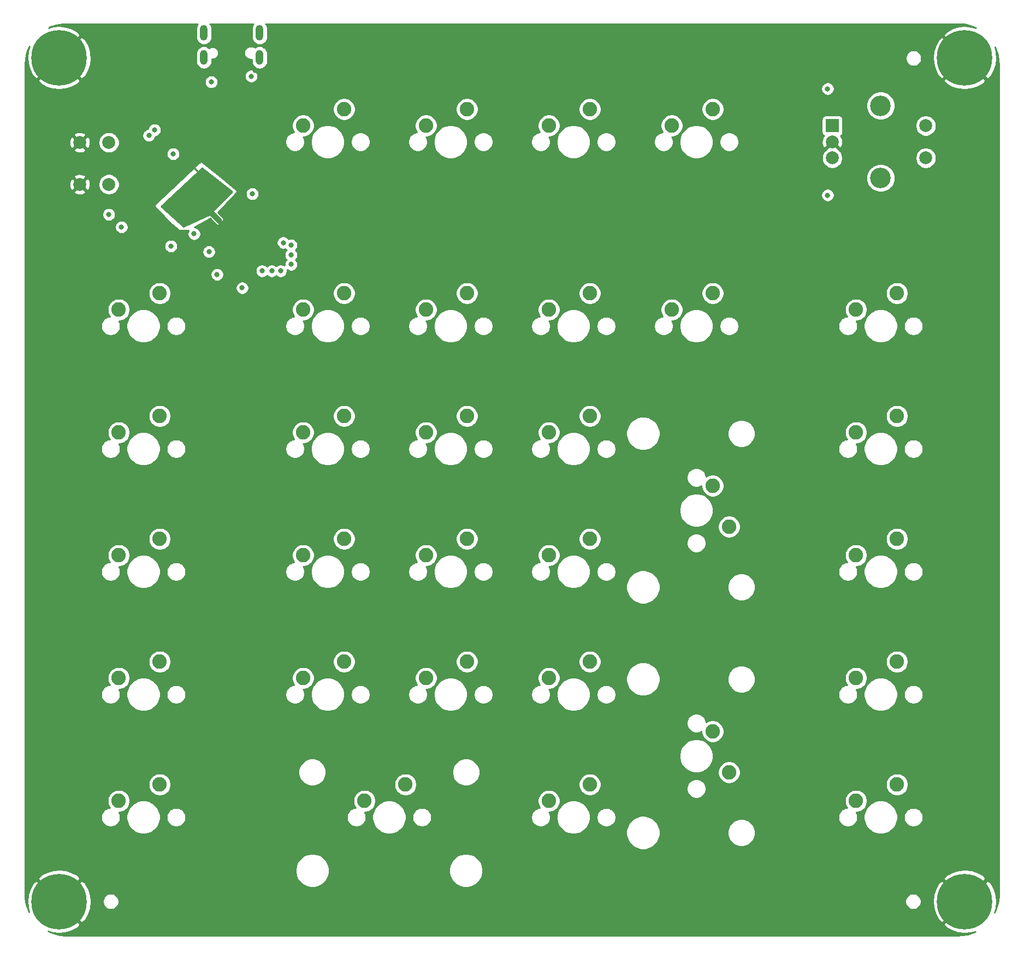
<source format=gbr>
%TF.GenerationSoftware,KiCad,Pcbnew,(5.1.8)-1*%
%TF.CreationDate,2021-01-10T14:28:28+02:00*%
%TF.ProjectId,OsseyPad,4f737365-7950-4616-942e-6b696361645f,rev?*%
%TF.SameCoordinates,Original*%
%TF.FileFunction,Copper,L3,Inr*%
%TF.FilePolarity,Positive*%
%FSLAX46Y46*%
G04 Gerber Fmt 4.6, Leading zero omitted, Abs format (unit mm)*
G04 Created by KiCad (PCBNEW (5.1.8)-1) date 2021-01-10 14:28:28*
%MOMM*%
%LPD*%
G01*
G04 APERTURE LIST*
%TA.AperFunction,ComponentPad*%
%ADD10O,1.200000X2.400000*%
%TD*%
%TA.AperFunction,ComponentPad*%
%ADD11O,1.158000X2.316000*%
%TD*%
%TA.AperFunction,ComponentPad*%
%ADD12C,2.250000*%
%TD*%
%TA.AperFunction,ComponentPad*%
%ADD13R,2.000000X2.000000*%
%TD*%
%TA.AperFunction,ComponentPad*%
%ADD14C,2.000000*%
%TD*%
%TA.AperFunction,ComponentPad*%
%ADD15C,3.200000*%
%TD*%
%TA.AperFunction,ComponentPad*%
%ADD16C,0.900000*%
%TD*%
%TA.AperFunction,ComponentPad*%
%ADD17C,8.600000*%
%TD*%
%TA.AperFunction,ViaPad*%
%ADD18C,0.800000*%
%TD*%
%TA.AperFunction,Conductor*%
%ADD19C,0.250000*%
%TD*%
%TA.AperFunction,Conductor*%
%ADD20C,0.254000*%
%TD*%
%TA.AperFunction,Conductor*%
%ADD21C,0.100000*%
%TD*%
G04 APERTURE END LIST*
D10*
%TO.N,Net-(J1-PadS1)*%
%TO.C,J1*%
X56130000Y-23580000D03*
X47490000Y-23580000D03*
D11*
X56130000Y-27405000D03*
X47490000Y-27405000D03*
%TD*%
D12*
%TO.N,Net-(D1-Pad2)*%
%TO.C,MX1*%
X69215000Y-35401250D03*
%TO.N,COL1*%
X62865000Y-37941250D03*
%TD*%
%TO.N,Net-(D12-Pad2)*%
%TO.C,MX11*%
X40640000Y-83026250D03*
%TO.N,COL0*%
X34290000Y-85566250D03*
%TD*%
D13*
%TO.N,Net-(R5-Pad2)*%
%TO.C,SW1*%
X144895000Y-37986250D03*
D14*
%TO.N,GND*%
X144895000Y-40486250D03*
%TO.N,Net-(R6-Pad2)*%
X144895000Y-42986250D03*
D15*
%TO.N,N/C*%
X152395000Y-34886250D03*
X152395000Y-46086250D03*
D14*
%TO.N,Net-(D5-Pad2)*%
X159395000Y-37986250D03*
%TO.N,COL5*%
X159395000Y-42986250D03*
%TD*%
%TO.N,GND*%
%TO.C,SW2*%
X28243750Y-47075000D03*
%TO.N,RESET*%
X32743750Y-47075000D03*
%TO.N,GND*%
X28243750Y-40575000D03*
%TO.N,RESET*%
X32743750Y-40575000D03*
%TD*%
D12*
%TO.N,Net-(D6-Pad2)*%
%TO.C,MX5*%
X40640000Y-63976250D03*
%TO.N,COL0*%
X34290000Y-66516250D03*
%TD*%
%TO.N,Net-(D29-Pad2)*%
%TO.C,MX28*%
X78740000Y-140176250D03*
%TO.N,COL1*%
X72390000Y-142716250D03*
%TD*%
D16*
%TO.N,GND*%
%TO.C,H4*%
X167720419Y-156029581D03*
X165440000Y-155085000D03*
X163159581Y-156029581D03*
X162215000Y-158310000D03*
X163159581Y-160590419D03*
X165440000Y-161535000D03*
X167720419Y-160590419D03*
X168665000Y-158310000D03*
D17*
X165440000Y-158310000D03*
%TD*%
D16*
%TO.N,GND*%
%TO.C,H3*%
X27330419Y-156029581D03*
X25050000Y-155085000D03*
X22769581Y-156029581D03*
X21825000Y-158310000D03*
X22769581Y-160590419D03*
X25050000Y-161535000D03*
X27330419Y-160590419D03*
X28275000Y-158310000D03*
D17*
X25050000Y-158310000D03*
%TD*%
D16*
%TO.N,GND*%
%TO.C,H2*%
X167720419Y-25159581D03*
X165440000Y-24215000D03*
X163159581Y-25159581D03*
X162215000Y-27440000D03*
X163159581Y-29720419D03*
X165440000Y-30665000D03*
X167720419Y-29720419D03*
X168665000Y-27440000D03*
D17*
X165440000Y-27440000D03*
%TD*%
D16*
%TO.N,GND*%
%TO.C,H1*%
X27330419Y-25159581D03*
X25050000Y-24215000D03*
X22769581Y-25159581D03*
X21825000Y-27440000D03*
X22769581Y-29720419D03*
X25050000Y-30665000D03*
X27330419Y-29720419D03*
X28275000Y-27440000D03*
D17*
X25050000Y-27440000D03*
%TD*%
D12*
%TO.N,Net-(D32-Pad2)*%
%TO.C,MX31*%
X154940000Y-140176250D03*
%TO.N,COL5*%
X148590000Y-142716250D03*
%TD*%
%TO.N,Net-(D31-Pad2)*%
%TO.C,MX30*%
X128905000Y-138271250D03*
%TO.N,COL4*%
X126365000Y-131921250D03*
%TD*%
%TO.N,Net-(D30-Pad2)*%
%TO.C,MX29*%
X107315000Y-140176250D03*
%TO.N,COL3*%
X100965000Y-142716250D03*
%TD*%
%TO.N,Net-(D28-Pad2)*%
%TO.C,MX27*%
X40640000Y-140176250D03*
%TO.N,COL0*%
X34290000Y-142716250D03*
%TD*%
%TO.N,Net-(D27-Pad2)*%
%TO.C,MX26*%
X154940000Y-121126250D03*
%TO.N,COL5*%
X148590000Y-123666250D03*
%TD*%
%TO.N,Net-(D26-Pad2)*%
%TO.C,MX25*%
X107315000Y-121126250D03*
%TO.N,COL3*%
X100965000Y-123666250D03*
%TD*%
%TO.N,Net-(D25-Pad2)*%
%TO.C,MX24*%
X88265000Y-121126250D03*
%TO.N,COL2*%
X81915000Y-123666250D03*
%TD*%
%TO.N,Net-(D24-Pad2)*%
%TO.C,MX23*%
X69215000Y-121126250D03*
%TO.N,COL1*%
X62865000Y-123666250D03*
%TD*%
%TO.N,Net-(D23-Pad2)*%
%TO.C,MX22*%
X40640000Y-121126250D03*
%TO.N,COL0*%
X34290000Y-123666250D03*
%TD*%
%TO.N,Net-(D22-Pad2)*%
%TO.C,MX21*%
X154940000Y-102076250D03*
%TO.N,COL5*%
X148590000Y-104616250D03*
%TD*%
%TO.N,Net-(D21-Pad2)*%
%TO.C,MX20*%
X128905000Y-100171250D03*
%TO.N,COL4*%
X126365000Y-93821250D03*
%TD*%
%TO.N,Net-(D20-Pad2)*%
%TO.C,MX19*%
X107315000Y-102076250D03*
%TO.N,COL3*%
X100965000Y-104616250D03*
%TD*%
%TO.N,Net-(D19-Pad2)*%
%TO.C,MX18*%
X88265000Y-102076250D03*
%TO.N,COL2*%
X81915000Y-104616250D03*
%TD*%
%TO.N,Net-(D18-Pad2)*%
%TO.C,MX17*%
X69215000Y-102076250D03*
%TO.N,COL1*%
X62865000Y-104616250D03*
%TD*%
%TO.N,Net-(D17-Pad2)*%
%TO.C,MX16*%
X40640000Y-102076250D03*
%TO.N,COL0*%
X34290000Y-104616250D03*
%TD*%
%TO.N,Net-(D16-Pad2)*%
%TO.C,MX15*%
X154940000Y-83026250D03*
%TO.N,COL5*%
X148590000Y-85566250D03*
%TD*%
%TO.N,Net-(D15-Pad2)*%
%TO.C,MX14*%
X107315000Y-83026250D03*
%TO.N,COL3*%
X100965000Y-85566250D03*
%TD*%
%TO.N,Net-(D14-Pad2)*%
%TO.C,MX13*%
X88265000Y-83026250D03*
%TO.N,COL2*%
X81915000Y-85566250D03*
%TD*%
%TO.N,Net-(D13-Pad2)*%
%TO.C,MX12*%
X69215000Y-83026250D03*
%TO.N,COL1*%
X62865000Y-85566250D03*
%TD*%
%TO.N,Net-(D11-Pad2)*%
%TO.C,MX10*%
X154940000Y-63976250D03*
%TO.N,COL5*%
X148590000Y-66516250D03*
%TD*%
%TO.N,Net-(D10-Pad2)*%
%TO.C,MX9*%
X126365000Y-63976250D03*
%TO.N,COL4*%
X120015000Y-66516250D03*
%TD*%
%TO.N,Net-(D9-Pad2)*%
%TO.C,MX8*%
X107315000Y-63976250D03*
%TO.N,COL3*%
X100965000Y-66516250D03*
%TD*%
%TO.N,Net-(D8-Pad2)*%
%TO.C,MX7*%
X88265000Y-63976250D03*
%TO.N,COL2*%
X81915000Y-66516250D03*
%TD*%
%TO.N,Net-(D7-Pad2)*%
%TO.C,MX6*%
X69215000Y-63976250D03*
%TO.N,COL1*%
X62865000Y-66516250D03*
%TD*%
%TO.N,Net-(D4-Pad2)*%
%TO.C,MX4*%
X126365000Y-35401250D03*
%TO.N,COL4*%
X120015000Y-37941250D03*
%TD*%
%TO.N,Net-(D3-Pad2)*%
%TO.C,MX3*%
X107315000Y-35401250D03*
%TO.N,COL3*%
X100965000Y-37941250D03*
%TD*%
%TO.N,Net-(D2-Pad2)*%
%TO.C,MX2*%
X88265000Y-35401250D03*
%TO.N,COL2*%
X81915000Y-37941250D03*
%TD*%
D18*
%TO.N,COL1*%
X61000000Y-56500000D03*
%TO.N,COL2*%
X61000000Y-58000000D03*
%TO.N,COL3*%
X61000000Y-59500000D03*
%TO.N,COL4*%
X59375000Y-60500000D03*
%TO.N,COL0*%
X56500000Y-60500000D03*
%TO.N,COL5*%
X58000000Y-60500000D03*
%TO.N,GND*%
X52075000Y-54756250D03*
X54425000Y-54506250D03*
X49875000Y-54756250D03*
X61175000Y-55256250D03*
X53815000Y-47596250D03*
X43875000Y-58256250D03*
X42275000Y-54756250D03*
X48075000Y-59056250D03*
X142945000Y-40486250D03*
X140675000Y-44756250D03*
X140675000Y-36256250D03*
X39399264Y-42294728D03*
X42725000Y-44606250D03*
X52175000Y-52256250D03*
X52275000Y-57006250D03*
X53425000Y-55756250D03*
X53425000Y-53506250D03*
X51175000Y-53506250D03*
X51175000Y-55756250D03*
X45575000Y-44156250D03*
X29193750Y-44025000D03*
X47175000Y-45756250D03*
X41475000Y-36606250D03*
X55350000Y-61375000D03*
X48130000Y-29500000D03*
X55430000Y-29440000D03*
X50650000Y-62125000D03*
X58880000Y-56940000D03*
%TO.N,+5V*%
X42375000Y-56656250D03*
X45975000Y-54756250D03*
X54975000Y-48556250D03*
X48271967Y-57531250D03*
X144175000Y-48756250D03*
X144175000Y-32256250D03*
X39823528Y-38617772D03*
X38957322Y-39483978D03*
X42725000Y-42356250D03*
X53425000Y-63140000D03*
X49525000Y-61050000D03*
X59790000Y-56130000D03*
%TO.N,VCC*%
X54820000Y-30300000D03*
X48640000Y-31200000D03*
%TO.N,RESET*%
X32750000Y-51750000D03*
X34700000Y-53700000D03*
%TD*%
D19*
%TO.N,GND*%
X47175000Y-45756250D02*
X45575000Y-44156250D01*
%TD*%
D20*
%TO.N,GND*%
X51883834Y-48167810D02*
X48885197Y-51166447D01*
X48869403Y-51185693D01*
X48857667Y-51207649D01*
X48850440Y-51231474D01*
X48848000Y-51256250D01*
X48850440Y-51281026D01*
X48857667Y-51304851D01*
X48869403Y-51326807D01*
X48885197Y-51346053D01*
X50145394Y-52606250D01*
X49987452Y-52764192D01*
X49711722Y-53013438D01*
X48514805Y-51816450D01*
X48495561Y-51800655D01*
X48473604Y-51788919D01*
X48449780Y-51781691D01*
X48425004Y-51779250D01*
X48400227Y-51781690D01*
X48371868Y-51790898D01*
X44322717Y-53655961D01*
X40813153Y-50504516D01*
X47232142Y-44523185D01*
X51883834Y-48167810D01*
%TA.AperFunction,Conductor*%
D21*
G36*
X51883834Y-48167810D02*
G01*
X48885197Y-51166447D01*
X48869403Y-51185693D01*
X48857667Y-51207649D01*
X48850440Y-51231474D01*
X48848000Y-51256250D01*
X48850440Y-51281026D01*
X48857667Y-51304851D01*
X48869403Y-51326807D01*
X48885197Y-51346053D01*
X50145394Y-52606250D01*
X49987452Y-52764192D01*
X49711722Y-53013438D01*
X48514805Y-51816450D01*
X48495561Y-51800655D01*
X48473604Y-51788919D01*
X48449780Y-51781691D01*
X48425004Y-51779250D01*
X48400227Y-51781690D01*
X48371868Y-51790898D01*
X44322717Y-53655961D01*
X40813153Y-50504516D01*
X47232142Y-44523185D01*
X51883834Y-48167810D01*
G37*
%TD.AperFunction*%
%TD*%
D20*
%TO.N,GND*%
X46458167Y-22290552D02*
X46343489Y-22505100D01*
X46272870Y-22737899D01*
X46255000Y-22919336D01*
X46255000Y-24240665D01*
X46272870Y-24422102D01*
X46343489Y-24654901D01*
X46458168Y-24869449D01*
X46612499Y-25057502D01*
X46800552Y-25211833D01*
X47015100Y-25326511D01*
X47247899Y-25397130D01*
X47490000Y-25420975D01*
X47732102Y-25397130D01*
X47964901Y-25326511D01*
X48179449Y-25211833D01*
X48367502Y-25057502D01*
X48521833Y-24869449D01*
X48636511Y-24654901D01*
X48707130Y-24422102D01*
X48725000Y-24240665D01*
X48725000Y-22919335D01*
X48707130Y-22737898D01*
X48636511Y-22505099D01*
X48521833Y-22290551D01*
X48423925Y-22171250D01*
X55196075Y-22171250D01*
X55098167Y-22290552D01*
X54983489Y-22505100D01*
X54912870Y-22737899D01*
X54895000Y-22919336D01*
X54895000Y-24240665D01*
X54912870Y-24422102D01*
X54983489Y-24654901D01*
X55098168Y-24869449D01*
X55252499Y-25057502D01*
X55440552Y-25211833D01*
X55655100Y-25326511D01*
X55887899Y-25397130D01*
X56130000Y-25420975D01*
X56372102Y-25397130D01*
X56604901Y-25326511D01*
X56819449Y-25211833D01*
X57007502Y-25057502D01*
X57161833Y-24869449D01*
X57276511Y-24654901D01*
X57347130Y-24422102D01*
X57365000Y-24240665D01*
X57365000Y-22919335D01*
X57347130Y-22737898D01*
X57276511Y-22505099D01*
X57161833Y-22290551D01*
X57063925Y-22171250D01*
X164412726Y-22171250D01*
X165365724Y-22242070D01*
X166271118Y-22446940D01*
X167136282Y-22783384D01*
X167205725Y-22823073D01*
X166473757Y-22590071D01*
X165507719Y-22481586D01*
X164539079Y-22563649D01*
X163605062Y-22833107D01*
X162741560Y-23279606D01*
X162628946Y-23354851D01*
X162136787Y-23957182D01*
X165440000Y-27260395D01*
X165454143Y-27246253D01*
X165633748Y-27425858D01*
X165619605Y-27440000D01*
X168922818Y-30743213D01*
X169525149Y-30251054D01*
X169995063Y-29400067D01*
X170289929Y-28473757D01*
X170398414Y-27507719D01*
X170316351Y-26539079D01*
X170102095Y-25796409D01*
X170246929Y-26090101D01*
X170529927Y-26974189D01*
X170680954Y-27901526D01*
X170705001Y-28452300D01*
X170705000Y-157278976D01*
X170634180Y-158231974D01*
X170429310Y-159137368D01*
X170092866Y-160002532D01*
X170064335Y-160052452D01*
X170289929Y-159343757D01*
X170398414Y-158377719D01*
X170316351Y-157409079D01*
X170046893Y-156475062D01*
X169600394Y-155611560D01*
X169525149Y-155498946D01*
X168922818Y-155006787D01*
X165619605Y-158310000D01*
X165633748Y-158324143D01*
X165454143Y-158503748D01*
X165440000Y-158489605D01*
X162136787Y-161792818D01*
X162628946Y-162395149D01*
X163479933Y-162865063D01*
X164406243Y-163159929D01*
X165372281Y-163268414D01*
X166340921Y-163186351D01*
X167056232Y-162979988D01*
X166786149Y-163113178D01*
X165902061Y-163396177D01*
X164974724Y-163547204D01*
X164423973Y-163571250D01*
X26077287Y-163571250D01*
X25124275Y-163500429D01*
X24218881Y-163295559D01*
X23353718Y-162959115D01*
X23313897Y-162936356D01*
X24016243Y-163159929D01*
X24982281Y-163268414D01*
X25950921Y-163186351D01*
X26884938Y-162916893D01*
X27748440Y-162470394D01*
X27861054Y-162395149D01*
X28353213Y-161792818D01*
X25050000Y-158489605D01*
X25035858Y-158503748D01*
X24856253Y-158324143D01*
X24870395Y-158310000D01*
X25229605Y-158310000D01*
X28532818Y-161613213D01*
X29135149Y-161121054D01*
X29605063Y-160270067D01*
X29899929Y-159343757D01*
X30008414Y-158377719D01*
X29992248Y-158186890D01*
X31800048Y-158186890D01*
X31800048Y-158433110D01*
X31848083Y-158674598D01*
X31942307Y-158902074D01*
X32079099Y-159106798D01*
X32253202Y-159280901D01*
X32457926Y-159417693D01*
X32685402Y-159511917D01*
X32926890Y-159559952D01*
X33173110Y-159559952D01*
X33414598Y-159511917D01*
X33642074Y-159417693D01*
X33846798Y-159280901D01*
X34020901Y-159106798D01*
X34157693Y-158902074D01*
X34251917Y-158674598D01*
X34299952Y-158433110D01*
X34299952Y-158186890D01*
X156190048Y-158186890D01*
X156190048Y-158433110D01*
X156238083Y-158674598D01*
X156332307Y-158902074D01*
X156469099Y-159106798D01*
X156643202Y-159280901D01*
X156847926Y-159417693D01*
X157075402Y-159511917D01*
X157316890Y-159559952D01*
X157563110Y-159559952D01*
X157804598Y-159511917D01*
X158032074Y-159417693D01*
X158236798Y-159280901D01*
X158410901Y-159106798D01*
X158547693Y-158902074D01*
X158641917Y-158674598D01*
X158689952Y-158433110D01*
X158689952Y-158242281D01*
X160481586Y-158242281D01*
X160563649Y-159210921D01*
X160833107Y-160144938D01*
X161279606Y-161008440D01*
X161354851Y-161121054D01*
X161957182Y-161613213D01*
X165260395Y-158310000D01*
X161957182Y-155006787D01*
X161354851Y-155498946D01*
X160884937Y-156349933D01*
X160590071Y-157276243D01*
X160481586Y-158242281D01*
X158689952Y-158242281D01*
X158689952Y-158186890D01*
X158641917Y-157945402D01*
X158547693Y-157717926D01*
X158410901Y-157513202D01*
X158236798Y-157339099D01*
X158032074Y-157202307D01*
X157804598Y-157108083D01*
X157563110Y-157060048D01*
X157316890Y-157060048D01*
X157075402Y-157108083D01*
X156847926Y-157202307D01*
X156643202Y-157339099D01*
X156469099Y-157513202D01*
X156332307Y-157717926D01*
X156238083Y-157945402D01*
X156190048Y-158186890D01*
X34299952Y-158186890D01*
X34251917Y-157945402D01*
X34157693Y-157717926D01*
X34020901Y-157513202D01*
X33846798Y-157339099D01*
X33642074Y-157202307D01*
X33414598Y-157108083D01*
X33173110Y-157060048D01*
X32926890Y-157060048D01*
X32685402Y-157108083D01*
X32457926Y-157202307D01*
X32253202Y-157339099D01*
X32079099Y-157513202D01*
X31942307Y-157717926D01*
X31848083Y-157945402D01*
X31800048Y-158186890D01*
X29992248Y-158186890D01*
X29926351Y-157409079D01*
X29656893Y-156475062D01*
X29210394Y-155611560D01*
X29135149Y-155498946D01*
X28532818Y-155006787D01*
X25229605Y-158310000D01*
X24870395Y-158310000D01*
X21567182Y-155006787D01*
X20964851Y-155498946D01*
X20494937Y-156349933D01*
X20200071Y-157276243D01*
X20091586Y-158242281D01*
X20173649Y-159210921D01*
X20382692Y-159935521D01*
X20243073Y-159652404D01*
X19960073Y-158768310D01*
X19809046Y-157840974D01*
X19785000Y-157290223D01*
X19785000Y-154827182D01*
X21746787Y-154827182D01*
X25050000Y-158130395D01*
X28353213Y-154827182D01*
X27861054Y-154224851D01*
X27010067Y-153754937D01*
X26083757Y-153460071D01*
X25117719Y-153351586D01*
X24149079Y-153433649D01*
X23215062Y-153703107D01*
X22351560Y-154149606D01*
X22238946Y-154224851D01*
X21746787Y-154827182D01*
X19785000Y-154827182D01*
X19785000Y-153252326D01*
X61664850Y-153252326D01*
X61664850Y-153770174D01*
X61765877Y-154278072D01*
X61964049Y-154756501D01*
X62251750Y-155187076D01*
X62617924Y-155553250D01*
X63048499Y-155840951D01*
X63526928Y-156039123D01*
X64034826Y-156140150D01*
X64552674Y-156140150D01*
X65060572Y-156039123D01*
X65539001Y-155840951D01*
X65969576Y-155553250D01*
X66335750Y-155187076D01*
X66623451Y-154756501D01*
X66821623Y-154278072D01*
X66922650Y-153770174D01*
X66922650Y-153252326D01*
X85477350Y-153252326D01*
X85477350Y-153770174D01*
X85578377Y-154278072D01*
X85776549Y-154756501D01*
X86064250Y-155187076D01*
X86430424Y-155553250D01*
X86860999Y-155840951D01*
X87339428Y-156039123D01*
X87847326Y-156140150D01*
X88365174Y-156140150D01*
X88873072Y-156039123D01*
X89351501Y-155840951D01*
X89782076Y-155553250D01*
X90148250Y-155187076D01*
X90388723Y-154827182D01*
X162136787Y-154827182D01*
X165440000Y-158130395D01*
X168743213Y-154827182D01*
X168251054Y-154224851D01*
X167400067Y-153754937D01*
X166473757Y-153460071D01*
X165507719Y-153351586D01*
X164539079Y-153433649D01*
X163605062Y-153703107D01*
X162741560Y-154149606D01*
X162628946Y-154224851D01*
X162136787Y-154827182D01*
X90388723Y-154827182D01*
X90435951Y-154756501D01*
X90634123Y-154278072D01*
X90735150Y-153770174D01*
X90735150Y-153252326D01*
X90634123Y-152744428D01*
X90435951Y-152265999D01*
X90148250Y-151835424D01*
X89782076Y-151469250D01*
X89351501Y-151181549D01*
X88873072Y-150983377D01*
X88365174Y-150882350D01*
X87847326Y-150882350D01*
X87339428Y-150983377D01*
X86860999Y-151181549D01*
X86430424Y-151469250D01*
X86064250Y-151835424D01*
X85776549Y-152265999D01*
X85578377Y-152744428D01*
X85477350Y-153252326D01*
X66922650Y-153252326D01*
X66821623Y-152744428D01*
X66623451Y-152265999D01*
X66335750Y-151835424D01*
X65969576Y-151469250D01*
X65539001Y-151181549D01*
X65060572Y-150983377D01*
X64552674Y-150882350D01*
X64034826Y-150882350D01*
X63526928Y-150983377D01*
X63048499Y-151181549D01*
X62617924Y-151469250D01*
X62251750Y-151835424D01*
X61964049Y-152265999D01*
X61765877Y-152744428D01*
X61664850Y-153252326D01*
X19785000Y-153252326D01*
X19785000Y-145107528D01*
X31510000Y-145107528D01*
X31510000Y-145404972D01*
X31568029Y-145696701D01*
X31681856Y-145971503D01*
X31847107Y-146218819D01*
X32057431Y-146429143D01*
X32304747Y-146594394D01*
X32579549Y-146708221D01*
X32871278Y-146766250D01*
X33168722Y-146766250D01*
X33460451Y-146708221D01*
X33735253Y-146594394D01*
X33982569Y-146429143D01*
X34192893Y-146218819D01*
X34358144Y-145971503D01*
X34471971Y-145696701D01*
X34530000Y-145404972D01*
X34530000Y-145107528D01*
X34508080Y-144997326D01*
X35471100Y-144997326D01*
X35471100Y-145515174D01*
X35572127Y-146023072D01*
X35770299Y-146501501D01*
X36058000Y-146932076D01*
X36424174Y-147298250D01*
X36854749Y-147585951D01*
X37333178Y-147784123D01*
X37841076Y-147885150D01*
X38358924Y-147885150D01*
X38866822Y-147784123D01*
X39345251Y-147585951D01*
X39775826Y-147298250D01*
X40142000Y-146932076D01*
X40429701Y-146501501D01*
X40627873Y-146023072D01*
X40728900Y-145515174D01*
X40728900Y-145107528D01*
X41670000Y-145107528D01*
X41670000Y-145404972D01*
X41728029Y-145696701D01*
X41841856Y-145971503D01*
X42007107Y-146218819D01*
X42217431Y-146429143D01*
X42464747Y-146594394D01*
X42739549Y-146708221D01*
X43031278Y-146766250D01*
X43328722Y-146766250D01*
X43620451Y-146708221D01*
X43895253Y-146594394D01*
X44142569Y-146429143D01*
X44352893Y-146218819D01*
X44518144Y-145971503D01*
X44631971Y-145696701D01*
X44690000Y-145404972D01*
X44690000Y-145107528D01*
X69610000Y-145107528D01*
X69610000Y-145404972D01*
X69668029Y-145696701D01*
X69781856Y-145971503D01*
X69947107Y-146218819D01*
X70157431Y-146429143D01*
X70404747Y-146594394D01*
X70679549Y-146708221D01*
X70971278Y-146766250D01*
X71268722Y-146766250D01*
X71560451Y-146708221D01*
X71835253Y-146594394D01*
X72082569Y-146429143D01*
X72292893Y-146218819D01*
X72458144Y-145971503D01*
X72571971Y-145696701D01*
X72630000Y-145404972D01*
X72630000Y-145107528D01*
X72608080Y-144997326D01*
X73571100Y-144997326D01*
X73571100Y-145515174D01*
X73672127Y-146023072D01*
X73870299Y-146501501D01*
X74158000Y-146932076D01*
X74524174Y-147298250D01*
X74954749Y-147585951D01*
X75433178Y-147784123D01*
X75941076Y-147885150D01*
X76458924Y-147885150D01*
X76966822Y-147784123D01*
X77445251Y-147585951D01*
X77875826Y-147298250D01*
X78242000Y-146932076D01*
X78529701Y-146501501D01*
X78727873Y-146023072D01*
X78828900Y-145515174D01*
X78828900Y-145107528D01*
X79770000Y-145107528D01*
X79770000Y-145404972D01*
X79828029Y-145696701D01*
X79941856Y-145971503D01*
X80107107Y-146218819D01*
X80317431Y-146429143D01*
X80564747Y-146594394D01*
X80839549Y-146708221D01*
X81131278Y-146766250D01*
X81428722Y-146766250D01*
X81720451Y-146708221D01*
X81995253Y-146594394D01*
X82242569Y-146429143D01*
X82452893Y-146218819D01*
X82618144Y-145971503D01*
X82731971Y-145696701D01*
X82790000Y-145404972D01*
X82790000Y-145107528D01*
X98185000Y-145107528D01*
X98185000Y-145404972D01*
X98243029Y-145696701D01*
X98356856Y-145971503D01*
X98522107Y-146218819D01*
X98732431Y-146429143D01*
X98979747Y-146594394D01*
X99254549Y-146708221D01*
X99546278Y-146766250D01*
X99843722Y-146766250D01*
X100135451Y-146708221D01*
X100410253Y-146594394D01*
X100657569Y-146429143D01*
X100867893Y-146218819D01*
X101033144Y-145971503D01*
X101146971Y-145696701D01*
X101205000Y-145404972D01*
X101205000Y-145107528D01*
X101183080Y-144997326D01*
X102146100Y-144997326D01*
X102146100Y-145515174D01*
X102247127Y-146023072D01*
X102445299Y-146501501D01*
X102733000Y-146932076D01*
X103099174Y-147298250D01*
X103529749Y-147585951D01*
X104008178Y-147784123D01*
X104516076Y-147885150D01*
X105033924Y-147885150D01*
X105541822Y-147784123D01*
X106020251Y-147585951D01*
X106330609Y-147378576D01*
X112941100Y-147378576D01*
X112941100Y-147896424D01*
X113042127Y-148404322D01*
X113240299Y-148882751D01*
X113528000Y-149313326D01*
X113894174Y-149679500D01*
X114324749Y-149967201D01*
X114803178Y-150165373D01*
X115311076Y-150266400D01*
X115828924Y-150266400D01*
X116336822Y-150165373D01*
X116815251Y-149967201D01*
X117245826Y-149679500D01*
X117612000Y-149313326D01*
X117899701Y-148882751D01*
X118097873Y-148404322D01*
X118198900Y-147896424D01*
X118198900Y-147424857D01*
X128651000Y-147424857D01*
X128651000Y-147850143D01*
X128733970Y-148267257D01*
X128896719Y-148660170D01*
X129132996Y-149013782D01*
X129433718Y-149314504D01*
X129787330Y-149550781D01*
X130180243Y-149713530D01*
X130597357Y-149796500D01*
X131022643Y-149796500D01*
X131439757Y-149713530D01*
X131832670Y-149550781D01*
X132186282Y-149314504D01*
X132487004Y-149013782D01*
X132723281Y-148660170D01*
X132886030Y-148267257D01*
X132969000Y-147850143D01*
X132969000Y-147424857D01*
X132886030Y-147007743D01*
X132723281Y-146614830D01*
X132487004Y-146261218D01*
X132186282Y-145960496D01*
X131832670Y-145724219D01*
X131439757Y-145561470D01*
X131022643Y-145478500D01*
X130597357Y-145478500D01*
X130180243Y-145561470D01*
X129787330Y-145724219D01*
X129433718Y-145960496D01*
X129132996Y-146261218D01*
X128896719Y-146614830D01*
X128733970Y-147007743D01*
X128651000Y-147424857D01*
X118198900Y-147424857D01*
X118198900Y-147378576D01*
X118097873Y-146870678D01*
X117899701Y-146392249D01*
X117612000Y-145961674D01*
X117245826Y-145595500D01*
X116815251Y-145307799D01*
X116336822Y-145109627D01*
X116326270Y-145107528D01*
X145810000Y-145107528D01*
X145810000Y-145404972D01*
X145868029Y-145696701D01*
X145981856Y-145971503D01*
X146147107Y-146218819D01*
X146357431Y-146429143D01*
X146604747Y-146594394D01*
X146879549Y-146708221D01*
X147171278Y-146766250D01*
X147468722Y-146766250D01*
X147760451Y-146708221D01*
X148035253Y-146594394D01*
X148282569Y-146429143D01*
X148492893Y-146218819D01*
X148658144Y-145971503D01*
X148771971Y-145696701D01*
X148830000Y-145404972D01*
X148830000Y-145107528D01*
X148808080Y-144997326D01*
X149771100Y-144997326D01*
X149771100Y-145515174D01*
X149872127Y-146023072D01*
X150070299Y-146501501D01*
X150358000Y-146932076D01*
X150724174Y-147298250D01*
X151154749Y-147585951D01*
X151633178Y-147784123D01*
X152141076Y-147885150D01*
X152658924Y-147885150D01*
X153166822Y-147784123D01*
X153645251Y-147585951D01*
X154075826Y-147298250D01*
X154442000Y-146932076D01*
X154729701Y-146501501D01*
X154927873Y-146023072D01*
X155028900Y-145515174D01*
X155028900Y-145107528D01*
X155970000Y-145107528D01*
X155970000Y-145404972D01*
X156028029Y-145696701D01*
X156141856Y-145971503D01*
X156307107Y-146218819D01*
X156517431Y-146429143D01*
X156764747Y-146594394D01*
X157039549Y-146708221D01*
X157331278Y-146766250D01*
X157628722Y-146766250D01*
X157920451Y-146708221D01*
X158195253Y-146594394D01*
X158442569Y-146429143D01*
X158652893Y-146218819D01*
X158818144Y-145971503D01*
X158931971Y-145696701D01*
X158990000Y-145404972D01*
X158990000Y-145107528D01*
X158931971Y-144815799D01*
X158818144Y-144540997D01*
X158652893Y-144293681D01*
X158442569Y-144083357D01*
X158195253Y-143918106D01*
X157920451Y-143804279D01*
X157628722Y-143746250D01*
X157331278Y-143746250D01*
X157039549Y-143804279D01*
X156764747Y-143918106D01*
X156517431Y-144083357D01*
X156307107Y-144293681D01*
X156141856Y-144540997D01*
X156028029Y-144815799D01*
X155970000Y-145107528D01*
X155028900Y-145107528D01*
X155028900Y-144997326D01*
X154927873Y-144489428D01*
X154729701Y-144010999D01*
X154442000Y-143580424D01*
X154075826Y-143214250D01*
X153645251Y-142926549D01*
X153166822Y-142728377D01*
X152658924Y-142627350D01*
X152141076Y-142627350D01*
X151633178Y-142728377D01*
X151154749Y-142926549D01*
X150724174Y-143214250D01*
X150358000Y-143580424D01*
X150070299Y-144010999D01*
X149872127Y-144489428D01*
X149771100Y-144997326D01*
X148808080Y-144997326D01*
X148771971Y-144815799D01*
X148658144Y-144540997D01*
X148614882Y-144476250D01*
X148763345Y-144476250D01*
X149103373Y-144408614D01*
X149423673Y-144275942D01*
X149711935Y-144083331D01*
X149957081Y-143838185D01*
X150149692Y-143549923D01*
X150282364Y-143229623D01*
X150350000Y-142889595D01*
X150350000Y-142542905D01*
X150282364Y-142202877D01*
X150149692Y-141882577D01*
X149957081Y-141594315D01*
X149711935Y-141349169D01*
X149423673Y-141156558D01*
X149103373Y-141023886D01*
X148763345Y-140956250D01*
X148416655Y-140956250D01*
X148076627Y-141023886D01*
X147756327Y-141156558D01*
X147468065Y-141349169D01*
X147222919Y-141594315D01*
X147030308Y-141882577D01*
X146897636Y-142202877D01*
X146830000Y-142542905D01*
X146830000Y-142889595D01*
X146897636Y-143229623D01*
X147030308Y-143549923D01*
X147162638Y-143747969D01*
X146879549Y-143804279D01*
X146604747Y-143918106D01*
X146357431Y-144083357D01*
X146147107Y-144293681D01*
X145981856Y-144540997D01*
X145868029Y-144815799D01*
X145810000Y-145107528D01*
X116326270Y-145107528D01*
X115828924Y-145008600D01*
X115311076Y-145008600D01*
X114803178Y-145109627D01*
X114324749Y-145307799D01*
X113894174Y-145595500D01*
X113528000Y-145961674D01*
X113240299Y-146392249D01*
X113042127Y-146870678D01*
X112941100Y-147378576D01*
X106330609Y-147378576D01*
X106450826Y-147298250D01*
X106817000Y-146932076D01*
X107104701Y-146501501D01*
X107302873Y-146023072D01*
X107403900Y-145515174D01*
X107403900Y-145107528D01*
X108345000Y-145107528D01*
X108345000Y-145404972D01*
X108403029Y-145696701D01*
X108516856Y-145971503D01*
X108682107Y-146218819D01*
X108892431Y-146429143D01*
X109139747Y-146594394D01*
X109414549Y-146708221D01*
X109706278Y-146766250D01*
X110003722Y-146766250D01*
X110295451Y-146708221D01*
X110570253Y-146594394D01*
X110817569Y-146429143D01*
X111027893Y-146218819D01*
X111193144Y-145971503D01*
X111306971Y-145696701D01*
X111365000Y-145404972D01*
X111365000Y-145107528D01*
X111306971Y-144815799D01*
X111193144Y-144540997D01*
X111027893Y-144293681D01*
X110817569Y-144083357D01*
X110570253Y-143918106D01*
X110295451Y-143804279D01*
X110003722Y-143746250D01*
X109706278Y-143746250D01*
X109414549Y-143804279D01*
X109139747Y-143918106D01*
X108892431Y-144083357D01*
X108682107Y-144293681D01*
X108516856Y-144540997D01*
X108403029Y-144815799D01*
X108345000Y-145107528D01*
X107403900Y-145107528D01*
X107403900Y-144997326D01*
X107302873Y-144489428D01*
X107104701Y-144010999D01*
X106817000Y-143580424D01*
X106450826Y-143214250D01*
X106020251Y-142926549D01*
X105541822Y-142728377D01*
X105033924Y-142627350D01*
X104516076Y-142627350D01*
X104008178Y-142728377D01*
X103529749Y-142926549D01*
X103099174Y-143214250D01*
X102733000Y-143580424D01*
X102445299Y-144010999D01*
X102247127Y-144489428D01*
X102146100Y-144997326D01*
X101183080Y-144997326D01*
X101146971Y-144815799D01*
X101033144Y-144540997D01*
X100989882Y-144476250D01*
X101138345Y-144476250D01*
X101478373Y-144408614D01*
X101798673Y-144275942D01*
X102086935Y-144083331D01*
X102332081Y-143838185D01*
X102524692Y-143549923D01*
X102657364Y-143229623D01*
X102725000Y-142889595D01*
X102725000Y-142542905D01*
X102657364Y-142202877D01*
X102524692Y-141882577D01*
X102332081Y-141594315D01*
X102086935Y-141349169D01*
X101798673Y-141156558D01*
X101478373Y-141023886D01*
X101138345Y-140956250D01*
X100791655Y-140956250D01*
X100451627Y-141023886D01*
X100131327Y-141156558D01*
X99843065Y-141349169D01*
X99597919Y-141594315D01*
X99405308Y-141882577D01*
X99272636Y-142202877D01*
X99205000Y-142542905D01*
X99205000Y-142889595D01*
X99272636Y-143229623D01*
X99405308Y-143549923D01*
X99537638Y-143747969D01*
X99254549Y-143804279D01*
X98979747Y-143918106D01*
X98732431Y-144083357D01*
X98522107Y-144293681D01*
X98356856Y-144540997D01*
X98243029Y-144815799D01*
X98185000Y-145107528D01*
X82790000Y-145107528D01*
X82731971Y-144815799D01*
X82618144Y-144540997D01*
X82452893Y-144293681D01*
X82242569Y-144083357D01*
X81995253Y-143918106D01*
X81720451Y-143804279D01*
X81428722Y-143746250D01*
X81131278Y-143746250D01*
X80839549Y-143804279D01*
X80564747Y-143918106D01*
X80317431Y-144083357D01*
X80107107Y-144293681D01*
X79941856Y-144540997D01*
X79828029Y-144815799D01*
X79770000Y-145107528D01*
X78828900Y-145107528D01*
X78828900Y-144997326D01*
X78727873Y-144489428D01*
X78529701Y-144010999D01*
X78242000Y-143580424D01*
X77875826Y-143214250D01*
X77445251Y-142926549D01*
X76966822Y-142728377D01*
X76458924Y-142627350D01*
X75941076Y-142627350D01*
X75433178Y-142728377D01*
X74954749Y-142926549D01*
X74524174Y-143214250D01*
X74158000Y-143580424D01*
X73870299Y-144010999D01*
X73672127Y-144489428D01*
X73571100Y-144997326D01*
X72608080Y-144997326D01*
X72571971Y-144815799D01*
X72458144Y-144540997D01*
X72414882Y-144476250D01*
X72563345Y-144476250D01*
X72903373Y-144408614D01*
X73223673Y-144275942D01*
X73511935Y-144083331D01*
X73757081Y-143838185D01*
X73949692Y-143549923D01*
X74082364Y-143229623D01*
X74150000Y-142889595D01*
X74150000Y-142542905D01*
X74082364Y-142202877D01*
X73949692Y-141882577D01*
X73757081Y-141594315D01*
X73511935Y-141349169D01*
X73223673Y-141156558D01*
X72903373Y-141023886D01*
X72563345Y-140956250D01*
X72216655Y-140956250D01*
X71876627Y-141023886D01*
X71556327Y-141156558D01*
X71268065Y-141349169D01*
X71022919Y-141594315D01*
X70830308Y-141882577D01*
X70697636Y-142202877D01*
X70630000Y-142542905D01*
X70630000Y-142889595D01*
X70697636Y-143229623D01*
X70830308Y-143549923D01*
X70962638Y-143747969D01*
X70679549Y-143804279D01*
X70404747Y-143918106D01*
X70157431Y-144083357D01*
X69947107Y-144293681D01*
X69781856Y-144540997D01*
X69668029Y-144815799D01*
X69610000Y-145107528D01*
X44690000Y-145107528D01*
X44631971Y-144815799D01*
X44518144Y-144540997D01*
X44352893Y-144293681D01*
X44142569Y-144083357D01*
X43895253Y-143918106D01*
X43620451Y-143804279D01*
X43328722Y-143746250D01*
X43031278Y-143746250D01*
X42739549Y-143804279D01*
X42464747Y-143918106D01*
X42217431Y-144083357D01*
X42007107Y-144293681D01*
X41841856Y-144540997D01*
X41728029Y-144815799D01*
X41670000Y-145107528D01*
X40728900Y-145107528D01*
X40728900Y-144997326D01*
X40627873Y-144489428D01*
X40429701Y-144010999D01*
X40142000Y-143580424D01*
X39775826Y-143214250D01*
X39345251Y-142926549D01*
X38866822Y-142728377D01*
X38358924Y-142627350D01*
X37841076Y-142627350D01*
X37333178Y-142728377D01*
X36854749Y-142926549D01*
X36424174Y-143214250D01*
X36058000Y-143580424D01*
X35770299Y-144010999D01*
X35572127Y-144489428D01*
X35471100Y-144997326D01*
X34508080Y-144997326D01*
X34471971Y-144815799D01*
X34358144Y-144540997D01*
X34314882Y-144476250D01*
X34463345Y-144476250D01*
X34803373Y-144408614D01*
X35123673Y-144275942D01*
X35411935Y-144083331D01*
X35657081Y-143838185D01*
X35849692Y-143549923D01*
X35982364Y-143229623D01*
X36050000Y-142889595D01*
X36050000Y-142542905D01*
X35982364Y-142202877D01*
X35849692Y-141882577D01*
X35657081Y-141594315D01*
X35411935Y-141349169D01*
X35123673Y-141156558D01*
X34803373Y-141023886D01*
X34463345Y-140956250D01*
X34116655Y-140956250D01*
X33776627Y-141023886D01*
X33456327Y-141156558D01*
X33168065Y-141349169D01*
X32922919Y-141594315D01*
X32730308Y-141882577D01*
X32597636Y-142202877D01*
X32530000Y-142542905D01*
X32530000Y-142889595D01*
X32597636Y-143229623D01*
X32730308Y-143549923D01*
X32862638Y-143747969D01*
X32579549Y-143804279D01*
X32304747Y-143918106D01*
X32057431Y-144083357D01*
X31847107Y-144293681D01*
X31681856Y-144540997D01*
X31568029Y-144815799D01*
X31510000Y-145107528D01*
X19785000Y-145107528D01*
X19785000Y-140002905D01*
X38880000Y-140002905D01*
X38880000Y-140349595D01*
X38947636Y-140689623D01*
X39080308Y-141009923D01*
X39272919Y-141298185D01*
X39518065Y-141543331D01*
X39806327Y-141735942D01*
X40126627Y-141868614D01*
X40466655Y-141936250D01*
X40813345Y-141936250D01*
X41153373Y-141868614D01*
X41473673Y-141735942D01*
X41761935Y-141543331D01*
X42007081Y-141298185D01*
X42199692Y-141009923D01*
X42332364Y-140689623D01*
X42400000Y-140349595D01*
X42400000Y-140002905D01*
X42332364Y-139662877D01*
X42199692Y-139342577D01*
X42007081Y-139054315D01*
X41761935Y-138809169D01*
X41473673Y-138616558D01*
X41153373Y-138483886D01*
X40813345Y-138416250D01*
X40466655Y-138416250D01*
X40126627Y-138483886D01*
X39806327Y-138616558D01*
X39518065Y-138809169D01*
X39272919Y-139054315D01*
X39080308Y-139342577D01*
X38947636Y-139662877D01*
X38880000Y-140002905D01*
X19785000Y-140002905D01*
X19785000Y-138058607D01*
X62134750Y-138058607D01*
X62134750Y-138483893D01*
X62217720Y-138901007D01*
X62380469Y-139293920D01*
X62616746Y-139647532D01*
X62917468Y-139948254D01*
X63271080Y-140184531D01*
X63663993Y-140347280D01*
X64081107Y-140430250D01*
X64506393Y-140430250D01*
X64923507Y-140347280D01*
X65316420Y-140184531D01*
X65588241Y-140002905D01*
X76980000Y-140002905D01*
X76980000Y-140349595D01*
X77047636Y-140689623D01*
X77180308Y-141009923D01*
X77372919Y-141298185D01*
X77618065Y-141543331D01*
X77906327Y-141735942D01*
X78226627Y-141868614D01*
X78566655Y-141936250D01*
X78913345Y-141936250D01*
X79253373Y-141868614D01*
X79573673Y-141735942D01*
X79861935Y-141543331D01*
X80107081Y-141298185D01*
X80299692Y-141009923D01*
X80432364Y-140689623D01*
X80500000Y-140349595D01*
X80500000Y-140002905D01*
X80432364Y-139662877D01*
X80299692Y-139342577D01*
X80107081Y-139054315D01*
X79861935Y-138809169D01*
X79573673Y-138616558D01*
X79253373Y-138483886D01*
X78913345Y-138416250D01*
X78566655Y-138416250D01*
X78226627Y-138483886D01*
X77906327Y-138616558D01*
X77618065Y-138809169D01*
X77372919Y-139054315D01*
X77180308Y-139342577D01*
X77047636Y-139662877D01*
X76980000Y-140002905D01*
X65588241Y-140002905D01*
X65670032Y-139948254D01*
X65970754Y-139647532D01*
X66207031Y-139293920D01*
X66369780Y-138901007D01*
X66452750Y-138483893D01*
X66452750Y-138058607D01*
X85947250Y-138058607D01*
X85947250Y-138483893D01*
X86030220Y-138901007D01*
X86192969Y-139293920D01*
X86429246Y-139647532D01*
X86729968Y-139948254D01*
X87083580Y-140184531D01*
X87476493Y-140347280D01*
X87893607Y-140430250D01*
X88318893Y-140430250D01*
X88736007Y-140347280D01*
X89128920Y-140184531D01*
X89400741Y-140002905D01*
X105555000Y-140002905D01*
X105555000Y-140349595D01*
X105622636Y-140689623D01*
X105755308Y-141009923D01*
X105947919Y-141298185D01*
X106193065Y-141543331D01*
X106481327Y-141735942D01*
X106801627Y-141868614D01*
X107141655Y-141936250D01*
X107488345Y-141936250D01*
X107828373Y-141868614D01*
X108148673Y-141735942D01*
X108436935Y-141543331D01*
X108682081Y-141298185D01*
X108874692Y-141009923D01*
X109007364Y-140689623D01*
X109012753Y-140662528D01*
X122315000Y-140662528D01*
X122315000Y-140959972D01*
X122373029Y-141251701D01*
X122486856Y-141526503D01*
X122652107Y-141773819D01*
X122862431Y-141984143D01*
X123109747Y-142149394D01*
X123384549Y-142263221D01*
X123676278Y-142321250D01*
X123973722Y-142321250D01*
X124265451Y-142263221D01*
X124540253Y-142149394D01*
X124787569Y-141984143D01*
X124997893Y-141773819D01*
X125163144Y-141526503D01*
X125276971Y-141251701D01*
X125335000Y-140959972D01*
X125335000Y-140662528D01*
X125276971Y-140370799D01*
X125163144Y-140095997D01*
X124997893Y-139848681D01*
X124787569Y-139638357D01*
X124540253Y-139473106D01*
X124265451Y-139359279D01*
X123973722Y-139301250D01*
X123676278Y-139301250D01*
X123384549Y-139359279D01*
X123109747Y-139473106D01*
X122862431Y-139638357D01*
X122652107Y-139848681D01*
X122486856Y-140095997D01*
X122373029Y-140370799D01*
X122315000Y-140662528D01*
X109012753Y-140662528D01*
X109075000Y-140349595D01*
X109075000Y-140002905D01*
X109007364Y-139662877D01*
X108874692Y-139342577D01*
X108682081Y-139054315D01*
X108436935Y-138809169D01*
X108148673Y-138616558D01*
X107828373Y-138483886D01*
X107488345Y-138416250D01*
X107141655Y-138416250D01*
X106801627Y-138483886D01*
X106481327Y-138616558D01*
X106193065Y-138809169D01*
X105947919Y-139054315D01*
X105755308Y-139342577D01*
X105622636Y-139662877D01*
X105555000Y-140002905D01*
X89400741Y-140002905D01*
X89482532Y-139948254D01*
X89783254Y-139647532D01*
X90019531Y-139293920D01*
X90182280Y-138901007D01*
X90265250Y-138483893D01*
X90265250Y-138058607D01*
X90182280Y-137641493D01*
X90019531Y-137248580D01*
X89783254Y-136894968D01*
X89482532Y-136594246D01*
X89128920Y-136357969D01*
X88736007Y-136195220D01*
X88318893Y-136112250D01*
X87893607Y-136112250D01*
X87476493Y-136195220D01*
X87083580Y-136357969D01*
X86729968Y-136594246D01*
X86429246Y-136894968D01*
X86192969Y-137248580D01*
X86030220Y-137641493D01*
X85947250Y-138058607D01*
X66452750Y-138058607D01*
X66369780Y-137641493D01*
X66207031Y-137248580D01*
X65970754Y-136894968D01*
X65670032Y-136594246D01*
X65316420Y-136357969D01*
X64923507Y-136195220D01*
X64506393Y-136112250D01*
X64081107Y-136112250D01*
X63663993Y-136195220D01*
X63271080Y-136357969D01*
X62917468Y-136594246D01*
X62616746Y-136894968D01*
X62380469Y-137248580D01*
X62217720Y-137641493D01*
X62134750Y-138058607D01*
X19785000Y-138058607D01*
X19785000Y-135472326D01*
X121196100Y-135472326D01*
X121196100Y-135990174D01*
X121297127Y-136498072D01*
X121495299Y-136976501D01*
X121783000Y-137407076D01*
X122149174Y-137773250D01*
X122579749Y-138060951D01*
X123058178Y-138259123D01*
X123566076Y-138360150D01*
X124083924Y-138360150D01*
X124591822Y-138259123D01*
X124981036Y-138097905D01*
X127145000Y-138097905D01*
X127145000Y-138444595D01*
X127212636Y-138784623D01*
X127345308Y-139104923D01*
X127537919Y-139393185D01*
X127783065Y-139638331D01*
X128071327Y-139830942D01*
X128391627Y-139963614D01*
X128731655Y-140031250D01*
X129078345Y-140031250D01*
X129220844Y-140002905D01*
X153180000Y-140002905D01*
X153180000Y-140349595D01*
X153247636Y-140689623D01*
X153380308Y-141009923D01*
X153572919Y-141298185D01*
X153818065Y-141543331D01*
X154106327Y-141735942D01*
X154426627Y-141868614D01*
X154766655Y-141936250D01*
X155113345Y-141936250D01*
X155453373Y-141868614D01*
X155773673Y-141735942D01*
X156061935Y-141543331D01*
X156307081Y-141298185D01*
X156499692Y-141009923D01*
X156632364Y-140689623D01*
X156700000Y-140349595D01*
X156700000Y-140002905D01*
X156632364Y-139662877D01*
X156499692Y-139342577D01*
X156307081Y-139054315D01*
X156061935Y-138809169D01*
X155773673Y-138616558D01*
X155453373Y-138483886D01*
X155113345Y-138416250D01*
X154766655Y-138416250D01*
X154426627Y-138483886D01*
X154106327Y-138616558D01*
X153818065Y-138809169D01*
X153572919Y-139054315D01*
X153380308Y-139342577D01*
X153247636Y-139662877D01*
X153180000Y-140002905D01*
X129220844Y-140002905D01*
X129418373Y-139963614D01*
X129738673Y-139830942D01*
X130026935Y-139638331D01*
X130272081Y-139393185D01*
X130464692Y-139104923D01*
X130597364Y-138784623D01*
X130665000Y-138444595D01*
X130665000Y-138097905D01*
X130597364Y-137757877D01*
X130464692Y-137437577D01*
X130272081Y-137149315D01*
X130026935Y-136904169D01*
X129738673Y-136711558D01*
X129418373Y-136578886D01*
X129078345Y-136511250D01*
X128731655Y-136511250D01*
X128391627Y-136578886D01*
X128071327Y-136711558D01*
X127783065Y-136904169D01*
X127537919Y-137149315D01*
X127345308Y-137437577D01*
X127212636Y-137757877D01*
X127145000Y-138097905D01*
X124981036Y-138097905D01*
X125070251Y-138060951D01*
X125500826Y-137773250D01*
X125867000Y-137407076D01*
X126154701Y-136976501D01*
X126352873Y-136498072D01*
X126453900Y-135990174D01*
X126453900Y-135472326D01*
X126352873Y-134964428D01*
X126154701Y-134485999D01*
X125867000Y-134055424D01*
X125500826Y-133689250D01*
X125070251Y-133401549D01*
X124591822Y-133203377D01*
X124083924Y-133102350D01*
X123566076Y-133102350D01*
X123058178Y-133203377D01*
X122579749Y-133401549D01*
X122149174Y-133689250D01*
X121783000Y-134055424D01*
X121495299Y-134485999D01*
X121297127Y-134964428D01*
X121196100Y-135472326D01*
X19785000Y-135472326D01*
X19785000Y-130502528D01*
X122315000Y-130502528D01*
X122315000Y-130799972D01*
X122373029Y-131091701D01*
X122486856Y-131366503D01*
X122652107Y-131613819D01*
X122862431Y-131824143D01*
X123109747Y-131989394D01*
X123384549Y-132103221D01*
X123676278Y-132161250D01*
X123973722Y-132161250D01*
X124265451Y-132103221D01*
X124540253Y-131989394D01*
X124605000Y-131946132D01*
X124605000Y-132094595D01*
X124672636Y-132434623D01*
X124805308Y-132754923D01*
X124997919Y-133043185D01*
X125243065Y-133288331D01*
X125531327Y-133480942D01*
X125851627Y-133613614D01*
X126191655Y-133681250D01*
X126538345Y-133681250D01*
X126878373Y-133613614D01*
X127198673Y-133480942D01*
X127486935Y-133288331D01*
X127732081Y-133043185D01*
X127924692Y-132754923D01*
X128057364Y-132434623D01*
X128125000Y-132094595D01*
X128125000Y-131747905D01*
X128057364Y-131407877D01*
X127924692Y-131087577D01*
X127732081Y-130799315D01*
X127486935Y-130554169D01*
X127198673Y-130361558D01*
X126878373Y-130228886D01*
X126538345Y-130161250D01*
X126191655Y-130161250D01*
X125851627Y-130228886D01*
X125531327Y-130361558D01*
X125333281Y-130493888D01*
X125276971Y-130210799D01*
X125163144Y-129935997D01*
X124997893Y-129688681D01*
X124787569Y-129478357D01*
X124540253Y-129313106D01*
X124265451Y-129199279D01*
X123973722Y-129141250D01*
X123676278Y-129141250D01*
X123384549Y-129199279D01*
X123109747Y-129313106D01*
X122862431Y-129478357D01*
X122652107Y-129688681D01*
X122486856Y-129935997D01*
X122373029Y-130210799D01*
X122315000Y-130502528D01*
X19785000Y-130502528D01*
X19785000Y-126057528D01*
X31510000Y-126057528D01*
X31510000Y-126354972D01*
X31568029Y-126646701D01*
X31681856Y-126921503D01*
X31847107Y-127168819D01*
X32057431Y-127379143D01*
X32304747Y-127544394D01*
X32579549Y-127658221D01*
X32871278Y-127716250D01*
X33168722Y-127716250D01*
X33460451Y-127658221D01*
X33735253Y-127544394D01*
X33982569Y-127379143D01*
X34192893Y-127168819D01*
X34358144Y-126921503D01*
X34471971Y-126646701D01*
X34530000Y-126354972D01*
X34530000Y-126057528D01*
X34508080Y-125947326D01*
X35471100Y-125947326D01*
X35471100Y-126465174D01*
X35572127Y-126973072D01*
X35770299Y-127451501D01*
X36058000Y-127882076D01*
X36424174Y-128248250D01*
X36854749Y-128535951D01*
X37333178Y-128734123D01*
X37841076Y-128835150D01*
X38358924Y-128835150D01*
X38866822Y-128734123D01*
X39345251Y-128535951D01*
X39775826Y-128248250D01*
X40142000Y-127882076D01*
X40429701Y-127451501D01*
X40627873Y-126973072D01*
X40728900Y-126465174D01*
X40728900Y-126057528D01*
X41670000Y-126057528D01*
X41670000Y-126354972D01*
X41728029Y-126646701D01*
X41841856Y-126921503D01*
X42007107Y-127168819D01*
X42217431Y-127379143D01*
X42464747Y-127544394D01*
X42739549Y-127658221D01*
X43031278Y-127716250D01*
X43328722Y-127716250D01*
X43620451Y-127658221D01*
X43895253Y-127544394D01*
X44142569Y-127379143D01*
X44352893Y-127168819D01*
X44518144Y-126921503D01*
X44631971Y-126646701D01*
X44690000Y-126354972D01*
X44690000Y-126057528D01*
X60085000Y-126057528D01*
X60085000Y-126354972D01*
X60143029Y-126646701D01*
X60256856Y-126921503D01*
X60422107Y-127168819D01*
X60632431Y-127379143D01*
X60879747Y-127544394D01*
X61154549Y-127658221D01*
X61446278Y-127716250D01*
X61743722Y-127716250D01*
X62035451Y-127658221D01*
X62310253Y-127544394D01*
X62557569Y-127379143D01*
X62767893Y-127168819D01*
X62933144Y-126921503D01*
X63046971Y-126646701D01*
X63105000Y-126354972D01*
X63105000Y-126057528D01*
X63083080Y-125947326D01*
X64046100Y-125947326D01*
X64046100Y-126465174D01*
X64147127Y-126973072D01*
X64345299Y-127451501D01*
X64633000Y-127882076D01*
X64999174Y-128248250D01*
X65429749Y-128535951D01*
X65908178Y-128734123D01*
X66416076Y-128835150D01*
X66933924Y-128835150D01*
X67441822Y-128734123D01*
X67920251Y-128535951D01*
X68350826Y-128248250D01*
X68717000Y-127882076D01*
X69004701Y-127451501D01*
X69202873Y-126973072D01*
X69303900Y-126465174D01*
X69303900Y-126057528D01*
X70245000Y-126057528D01*
X70245000Y-126354972D01*
X70303029Y-126646701D01*
X70416856Y-126921503D01*
X70582107Y-127168819D01*
X70792431Y-127379143D01*
X71039747Y-127544394D01*
X71314549Y-127658221D01*
X71606278Y-127716250D01*
X71903722Y-127716250D01*
X72195451Y-127658221D01*
X72470253Y-127544394D01*
X72717569Y-127379143D01*
X72927893Y-127168819D01*
X73093144Y-126921503D01*
X73206971Y-126646701D01*
X73265000Y-126354972D01*
X73265000Y-126057528D01*
X79135000Y-126057528D01*
X79135000Y-126354972D01*
X79193029Y-126646701D01*
X79306856Y-126921503D01*
X79472107Y-127168819D01*
X79682431Y-127379143D01*
X79929747Y-127544394D01*
X80204549Y-127658221D01*
X80496278Y-127716250D01*
X80793722Y-127716250D01*
X81085451Y-127658221D01*
X81360253Y-127544394D01*
X81607569Y-127379143D01*
X81817893Y-127168819D01*
X81983144Y-126921503D01*
X82096971Y-126646701D01*
X82155000Y-126354972D01*
X82155000Y-126057528D01*
X82133080Y-125947326D01*
X83096100Y-125947326D01*
X83096100Y-126465174D01*
X83197127Y-126973072D01*
X83395299Y-127451501D01*
X83683000Y-127882076D01*
X84049174Y-128248250D01*
X84479749Y-128535951D01*
X84958178Y-128734123D01*
X85466076Y-128835150D01*
X85983924Y-128835150D01*
X86491822Y-128734123D01*
X86970251Y-128535951D01*
X87400826Y-128248250D01*
X87767000Y-127882076D01*
X88054701Y-127451501D01*
X88252873Y-126973072D01*
X88353900Y-126465174D01*
X88353900Y-126057528D01*
X89295000Y-126057528D01*
X89295000Y-126354972D01*
X89353029Y-126646701D01*
X89466856Y-126921503D01*
X89632107Y-127168819D01*
X89842431Y-127379143D01*
X90089747Y-127544394D01*
X90364549Y-127658221D01*
X90656278Y-127716250D01*
X90953722Y-127716250D01*
X91245451Y-127658221D01*
X91520253Y-127544394D01*
X91767569Y-127379143D01*
X91977893Y-127168819D01*
X92143144Y-126921503D01*
X92256971Y-126646701D01*
X92315000Y-126354972D01*
X92315000Y-126057528D01*
X98185000Y-126057528D01*
X98185000Y-126354972D01*
X98243029Y-126646701D01*
X98356856Y-126921503D01*
X98522107Y-127168819D01*
X98732431Y-127379143D01*
X98979747Y-127544394D01*
X99254549Y-127658221D01*
X99546278Y-127716250D01*
X99843722Y-127716250D01*
X100135451Y-127658221D01*
X100410253Y-127544394D01*
X100657569Y-127379143D01*
X100867893Y-127168819D01*
X101033144Y-126921503D01*
X101146971Y-126646701D01*
X101205000Y-126354972D01*
X101205000Y-126057528D01*
X101183080Y-125947326D01*
X102146100Y-125947326D01*
X102146100Y-126465174D01*
X102247127Y-126973072D01*
X102445299Y-127451501D01*
X102733000Y-127882076D01*
X103099174Y-128248250D01*
X103529749Y-128535951D01*
X104008178Y-128734123D01*
X104516076Y-128835150D01*
X105033924Y-128835150D01*
X105541822Y-128734123D01*
X106020251Y-128535951D01*
X106450826Y-128248250D01*
X106817000Y-127882076D01*
X107104701Y-127451501D01*
X107302873Y-126973072D01*
X107403900Y-126465174D01*
X107403900Y-126057528D01*
X108345000Y-126057528D01*
X108345000Y-126354972D01*
X108403029Y-126646701D01*
X108516856Y-126921503D01*
X108682107Y-127168819D01*
X108892431Y-127379143D01*
X109139747Y-127544394D01*
X109414549Y-127658221D01*
X109706278Y-127716250D01*
X110003722Y-127716250D01*
X110295451Y-127658221D01*
X110570253Y-127544394D01*
X110817569Y-127379143D01*
X111027893Y-127168819D01*
X111193144Y-126921503D01*
X111306971Y-126646701D01*
X111365000Y-126354972D01*
X111365000Y-126057528D01*
X111306971Y-125765799D01*
X111193144Y-125490997D01*
X111027893Y-125243681D01*
X110817569Y-125033357D01*
X110570253Y-124868106D01*
X110295451Y-124754279D01*
X110003722Y-124696250D01*
X109706278Y-124696250D01*
X109414549Y-124754279D01*
X109139747Y-124868106D01*
X108892431Y-125033357D01*
X108682107Y-125243681D01*
X108516856Y-125490997D01*
X108403029Y-125765799D01*
X108345000Y-126057528D01*
X107403900Y-126057528D01*
X107403900Y-125947326D01*
X107302873Y-125439428D01*
X107104701Y-124960999D01*
X106817000Y-124530424D01*
X106450826Y-124164250D01*
X106020251Y-123876549D01*
X105541822Y-123678377D01*
X105033924Y-123577350D01*
X104516076Y-123577350D01*
X104008178Y-123678377D01*
X103529749Y-123876549D01*
X103099174Y-124164250D01*
X102733000Y-124530424D01*
X102445299Y-124960999D01*
X102247127Y-125439428D01*
X102146100Y-125947326D01*
X101183080Y-125947326D01*
X101146971Y-125765799D01*
X101033144Y-125490997D01*
X100989882Y-125426250D01*
X101138345Y-125426250D01*
X101478373Y-125358614D01*
X101798673Y-125225942D01*
X102086935Y-125033331D01*
X102332081Y-124788185D01*
X102524692Y-124499923D01*
X102657364Y-124179623D01*
X102725000Y-123839595D01*
X102725000Y-123566076D01*
X112941100Y-123566076D01*
X112941100Y-124083924D01*
X113042127Y-124591822D01*
X113240299Y-125070251D01*
X113528000Y-125500826D01*
X113894174Y-125867000D01*
X114324749Y-126154701D01*
X114803178Y-126352873D01*
X115311076Y-126453900D01*
X115828924Y-126453900D01*
X116336822Y-126352873D01*
X116815251Y-126154701D01*
X116960680Y-126057528D01*
X145810000Y-126057528D01*
X145810000Y-126354972D01*
X145868029Y-126646701D01*
X145981856Y-126921503D01*
X146147107Y-127168819D01*
X146357431Y-127379143D01*
X146604747Y-127544394D01*
X146879549Y-127658221D01*
X147171278Y-127716250D01*
X147468722Y-127716250D01*
X147760451Y-127658221D01*
X148035253Y-127544394D01*
X148282569Y-127379143D01*
X148492893Y-127168819D01*
X148658144Y-126921503D01*
X148771971Y-126646701D01*
X148830000Y-126354972D01*
X148830000Y-126057528D01*
X148808080Y-125947326D01*
X149771100Y-125947326D01*
X149771100Y-126465174D01*
X149872127Y-126973072D01*
X150070299Y-127451501D01*
X150358000Y-127882076D01*
X150724174Y-128248250D01*
X151154749Y-128535951D01*
X151633178Y-128734123D01*
X152141076Y-128835150D01*
X152658924Y-128835150D01*
X153166822Y-128734123D01*
X153645251Y-128535951D01*
X154075826Y-128248250D01*
X154442000Y-127882076D01*
X154729701Y-127451501D01*
X154927873Y-126973072D01*
X155028900Y-126465174D01*
X155028900Y-126057528D01*
X155970000Y-126057528D01*
X155970000Y-126354972D01*
X156028029Y-126646701D01*
X156141856Y-126921503D01*
X156307107Y-127168819D01*
X156517431Y-127379143D01*
X156764747Y-127544394D01*
X157039549Y-127658221D01*
X157331278Y-127716250D01*
X157628722Y-127716250D01*
X157920451Y-127658221D01*
X158195253Y-127544394D01*
X158442569Y-127379143D01*
X158652893Y-127168819D01*
X158818144Y-126921503D01*
X158931971Y-126646701D01*
X158990000Y-126354972D01*
X158990000Y-126057528D01*
X158931971Y-125765799D01*
X158818144Y-125490997D01*
X158652893Y-125243681D01*
X158442569Y-125033357D01*
X158195253Y-124868106D01*
X157920451Y-124754279D01*
X157628722Y-124696250D01*
X157331278Y-124696250D01*
X157039549Y-124754279D01*
X156764747Y-124868106D01*
X156517431Y-125033357D01*
X156307107Y-125243681D01*
X156141856Y-125490997D01*
X156028029Y-125765799D01*
X155970000Y-126057528D01*
X155028900Y-126057528D01*
X155028900Y-125947326D01*
X154927873Y-125439428D01*
X154729701Y-124960999D01*
X154442000Y-124530424D01*
X154075826Y-124164250D01*
X153645251Y-123876549D01*
X153166822Y-123678377D01*
X152658924Y-123577350D01*
X152141076Y-123577350D01*
X151633178Y-123678377D01*
X151154749Y-123876549D01*
X150724174Y-124164250D01*
X150358000Y-124530424D01*
X150070299Y-124960999D01*
X149872127Y-125439428D01*
X149771100Y-125947326D01*
X148808080Y-125947326D01*
X148771971Y-125765799D01*
X148658144Y-125490997D01*
X148614882Y-125426250D01*
X148763345Y-125426250D01*
X149103373Y-125358614D01*
X149423673Y-125225942D01*
X149711935Y-125033331D01*
X149957081Y-124788185D01*
X150149692Y-124499923D01*
X150282364Y-124179623D01*
X150350000Y-123839595D01*
X150350000Y-123492905D01*
X150282364Y-123152877D01*
X150149692Y-122832577D01*
X149957081Y-122544315D01*
X149711935Y-122299169D01*
X149423673Y-122106558D01*
X149103373Y-121973886D01*
X148763345Y-121906250D01*
X148416655Y-121906250D01*
X148076627Y-121973886D01*
X147756327Y-122106558D01*
X147468065Y-122299169D01*
X147222919Y-122544315D01*
X147030308Y-122832577D01*
X146897636Y-123152877D01*
X146830000Y-123492905D01*
X146830000Y-123839595D01*
X146897636Y-124179623D01*
X147030308Y-124499923D01*
X147162638Y-124697969D01*
X146879549Y-124754279D01*
X146604747Y-124868106D01*
X146357431Y-125033357D01*
X146147107Y-125243681D01*
X145981856Y-125490997D01*
X145868029Y-125765799D01*
X145810000Y-126057528D01*
X116960680Y-126057528D01*
X117245826Y-125867000D01*
X117612000Y-125500826D01*
X117899701Y-125070251D01*
X118097873Y-124591822D01*
X118198900Y-124083924D01*
X118198900Y-123612357D01*
X128651000Y-123612357D01*
X128651000Y-124037643D01*
X128733970Y-124454757D01*
X128896719Y-124847670D01*
X129132996Y-125201282D01*
X129433718Y-125502004D01*
X129787330Y-125738281D01*
X130180243Y-125901030D01*
X130597357Y-125984000D01*
X131022643Y-125984000D01*
X131439757Y-125901030D01*
X131832670Y-125738281D01*
X132186282Y-125502004D01*
X132487004Y-125201282D01*
X132723281Y-124847670D01*
X132886030Y-124454757D01*
X132969000Y-124037643D01*
X132969000Y-123612357D01*
X132886030Y-123195243D01*
X132723281Y-122802330D01*
X132487004Y-122448718D01*
X132186282Y-122147996D01*
X131832670Y-121911719D01*
X131439757Y-121748970D01*
X131022643Y-121666000D01*
X130597357Y-121666000D01*
X130180243Y-121748970D01*
X129787330Y-121911719D01*
X129433718Y-122147996D01*
X129132996Y-122448718D01*
X128896719Y-122802330D01*
X128733970Y-123195243D01*
X128651000Y-123612357D01*
X118198900Y-123612357D01*
X118198900Y-123566076D01*
X118097873Y-123058178D01*
X117899701Y-122579749D01*
X117612000Y-122149174D01*
X117245826Y-121783000D01*
X116815251Y-121495299D01*
X116336822Y-121297127D01*
X115828924Y-121196100D01*
X115311076Y-121196100D01*
X114803178Y-121297127D01*
X114324749Y-121495299D01*
X113894174Y-121783000D01*
X113528000Y-122149174D01*
X113240299Y-122579749D01*
X113042127Y-123058178D01*
X112941100Y-123566076D01*
X102725000Y-123566076D01*
X102725000Y-123492905D01*
X102657364Y-123152877D01*
X102524692Y-122832577D01*
X102332081Y-122544315D01*
X102086935Y-122299169D01*
X101798673Y-122106558D01*
X101478373Y-121973886D01*
X101138345Y-121906250D01*
X100791655Y-121906250D01*
X100451627Y-121973886D01*
X100131327Y-122106558D01*
X99843065Y-122299169D01*
X99597919Y-122544315D01*
X99405308Y-122832577D01*
X99272636Y-123152877D01*
X99205000Y-123492905D01*
X99205000Y-123839595D01*
X99272636Y-124179623D01*
X99405308Y-124499923D01*
X99537638Y-124697969D01*
X99254549Y-124754279D01*
X98979747Y-124868106D01*
X98732431Y-125033357D01*
X98522107Y-125243681D01*
X98356856Y-125490997D01*
X98243029Y-125765799D01*
X98185000Y-126057528D01*
X92315000Y-126057528D01*
X92256971Y-125765799D01*
X92143144Y-125490997D01*
X91977893Y-125243681D01*
X91767569Y-125033357D01*
X91520253Y-124868106D01*
X91245451Y-124754279D01*
X90953722Y-124696250D01*
X90656278Y-124696250D01*
X90364549Y-124754279D01*
X90089747Y-124868106D01*
X89842431Y-125033357D01*
X89632107Y-125243681D01*
X89466856Y-125490997D01*
X89353029Y-125765799D01*
X89295000Y-126057528D01*
X88353900Y-126057528D01*
X88353900Y-125947326D01*
X88252873Y-125439428D01*
X88054701Y-124960999D01*
X87767000Y-124530424D01*
X87400826Y-124164250D01*
X86970251Y-123876549D01*
X86491822Y-123678377D01*
X85983924Y-123577350D01*
X85466076Y-123577350D01*
X84958178Y-123678377D01*
X84479749Y-123876549D01*
X84049174Y-124164250D01*
X83683000Y-124530424D01*
X83395299Y-124960999D01*
X83197127Y-125439428D01*
X83096100Y-125947326D01*
X82133080Y-125947326D01*
X82096971Y-125765799D01*
X81983144Y-125490997D01*
X81939882Y-125426250D01*
X82088345Y-125426250D01*
X82428373Y-125358614D01*
X82748673Y-125225942D01*
X83036935Y-125033331D01*
X83282081Y-124788185D01*
X83474692Y-124499923D01*
X83607364Y-124179623D01*
X83675000Y-123839595D01*
X83675000Y-123492905D01*
X83607364Y-123152877D01*
X83474692Y-122832577D01*
X83282081Y-122544315D01*
X83036935Y-122299169D01*
X82748673Y-122106558D01*
X82428373Y-121973886D01*
X82088345Y-121906250D01*
X81741655Y-121906250D01*
X81401627Y-121973886D01*
X81081327Y-122106558D01*
X80793065Y-122299169D01*
X80547919Y-122544315D01*
X80355308Y-122832577D01*
X80222636Y-123152877D01*
X80155000Y-123492905D01*
X80155000Y-123839595D01*
X80222636Y-124179623D01*
X80355308Y-124499923D01*
X80487638Y-124697969D01*
X80204549Y-124754279D01*
X79929747Y-124868106D01*
X79682431Y-125033357D01*
X79472107Y-125243681D01*
X79306856Y-125490997D01*
X79193029Y-125765799D01*
X79135000Y-126057528D01*
X73265000Y-126057528D01*
X73206971Y-125765799D01*
X73093144Y-125490997D01*
X72927893Y-125243681D01*
X72717569Y-125033357D01*
X72470253Y-124868106D01*
X72195451Y-124754279D01*
X71903722Y-124696250D01*
X71606278Y-124696250D01*
X71314549Y-124754279D01*
X71039747Y-124868106D01*
X70792431Y-125033357D01*
X70582107Y-125243681D01*
X70416856Y-125490997D01*
X70303029Y-125765799D01*
X70245000Y-126057528D01*
X69303900Y-126057528D01*
X69303900Y-125947326D01*
X69202873Y-125439428D01*
X69004701Y-124960999D01*
X68717000Y-124530424D01*
X68350826Y-124164250D01*
X67920251Y-123876549D01*
X67441822Y-123678377D01*
X66933924Y-123577350D01*
X66416076Y-123577350D01*
X65908178Y-123678377D01*
X65429749Y-123876549D01*
X64999174Y-124164250D01*
X64633000Y-124530424D01*
X64345299Y-124960999D01*
X64147127Y-125439428D01*
X64046100Y-125947326D01*
X63083080Y-125947326D01*
X63046971Y-125765799D01*
X62933144Y-125490997D01*
X62889882Y-125426250D01*
X63038345Y-125426250D01*
X63378373Y-125358614D01*
X63698673Y-125225942D01*
X63986935Y-125033331D01*
X64232081Y-124788185D01*
X64424692Y-124499923D01*
X64557364Y-124179623D01*
X64625000Y-123839595D01*
X64625000Y-123492905D01*
X64557364Y-123152877D01*
X64424692Y-122832577D01*
X64232081Y-122544315D01*
X63986935Y-122299169D01*
X63698673Y-122106558D01*
X63378373Y-121973886D01*
X63038345Y-121906250D01*
X62691655Y-121906250D01*
X62351627Y-121973886D01*
X62031327Y-122106558D01*
X61743065Y-122299169D01*
X61497919Y-122544315D01*
X61305308Y-122832577D01*
X61172636Y-123152877D01*
X61105000Y-123492905D01*
X61105000Y-123839595D01*
X61172636Y-124179623D01*
X61305308Y-124499923D01*
X61437638Y-124697969D01*
X61154549Y-124754279D01*
X60879747Y-124868106D01*
X60632431Y-125033357D01*
X60422107Y-125243681D01*
X60256856Y-125490997D01*
X60143029Y-125765799D01*
X60085000Y-126057528D01*
X44690000Y-126057528D01*
X44631971Y-125765799D01*
X44518144Y-125490997D01*
X44352893Y-125243681D01*
X44142569Y-125033357D01*
X43895253Y-124868106D01*
X43620451Y-124754279D01*
X43328722Y-124696250D01*
X43031278Y-124696250D01*
X42739549Y-124754279D01*
X42464747Y-124868106D01*
X42217431Y-125033357D01*
X42007107Y-125243681D01*
X41841856Y-125490997D01*
X41728029Y-125765799D01*
X41670000Y-126057528D01*
X40728900Y-126057528D01*
X40728900Y-125947326D01*
X40627873Y-125439428D01*
X40429701Y-124960999D01*
X40142000Y-124530424D01*
X39775826Y-124164250D01*
X39345251Y-123876549D01*
X38866822Y-123678377D01*
X38358924Y-123577350D01*
X37841076Y-123577350D01*
X37333178Y-123678377D01*
X36854749Y-123876549D01*
X36424174Y-124164250D01*
X36058000Y-124530424D01*
X35770299Y-124960999D01*
X35572127Y-125439428D01*
X35471100Y-125947326D01*
X34508080Y-125947326D01*
X34471971Y-125765799D01*
X34358144Y-125490997D01*
X34314882Y-125426250D01*
X34463345Y-125426250D01*
X34803373Y-125358614D01*
X35123673Y-125225942D01*
X35411935Y-125033331D01*
X35657081Y-124788185D01*
X35849692Y-124499923D01*
X35982364Y-124179623D01*
X36050000Y-123839595D01*
X36050000Y-123492905D01*
X35982364Y-123152877D01*
X35849692Y-122832577D01*
X35657081Y-122544315D01*
X35411935Y-122299169D01*
X35123673Y-122106558D01*
X34803373Y-121973886D01*
X34463345Y-121906250D01*
X34116655Y-121906250D01*
X33776627Y-121973886D01*
X33456327Y-122106558D01*
X33168065Y-122299169D01*
X32922919Y-122544315D01*
X32730308Y-122832577D01*
X32597636Y-123152877D01*
X32530000Y-123492905D01*
X32530000Y-123839595D01*
X32597636Y-124179623D01*
X32730308Y-124499923D01*
X32862638Y-124697969D01*
X32579549Y-124754279D01*
X32304747Y-124868106D01*
X32057431Y-125033357D01*
X31847107Y-125243681D01*
X31681856Y-125490997D01*
X31568029Y-125765799D01*
X31510000Y-126057528D01*
X19785000Y-126057528D01*
X19785000Y-120952905D01*
X38880000Y-120952905D01*
X38880000Y-121299595D01*
X38947636Y-121639623D01*
X39080308Y-121959923D01*
X39272919Y-122248185D01*
X39518065Y-122493331D01*
X39806327Y-122685942D01*
X40126627Y-122818614D01*
X40466655Y-122886250D01*
X40813345Y-122886250D01*
X41153373Y-122818614D01*
X41473673Y-122685942D01*
X41761935Y-122493331D01*
X42007081Y-122248185D01*
X42199692Y-121959923D01*
X42332364Y-121639623D01*
X42400000Y-121299595D01*
X42400000Y-120952905D01*
X67455000Y-120952905D01*
X67455000Y-121299595D01*
X67522636Y-121639623D01*
X67655308Y-121959923D01*
X67847919Y-122248185D01*
X68093065Y-122493331D01*
X68381327Y-122685942D01*
X68701627Y-122818614D01*
X69041655Y-122886250D01*
X69388345Y-122886250D01*
X69728373Y-122818614D01*
X70048673Y-122685942D01*
X70336935Y-122493331D01*
X70582081Y-122248185D01*
X70774692Y-121959923D01*
X70907364Y-121639623D01*
X70975000Y-121299595D01*
X70975000Y-120952905D01*
X86505000Y-120952905D01*
X86505000Y-121299595D01*
X86572636Y-121639623D01*
X86705308Y-121959923D01*
X86897919Y-122248185D01*
X87143065Y-122493331D01*
X87431327Y-122685942D01*
X87751627Y-122818614D01*
X88091655Y-122886250D01*
X88438345Y-122886250D01*
X88778373Y-122818614D01*
X89098673Y-122685942D01*
X89386935Y-122493331D01*
X89632081Y-122248185D01*
X89824692Y-121959923D01*
X89957364Y-121639623D01*
X90025000Y-121299595D01*
X90025000Y-120952905D01*
X105555000Y-120952905D01*
X105555000Y-121299595D01*
X105622636Y-121639623D01*
X105755308Y-121959923D01*
X105947919Y-122248185D01*
X106193065Y-122493331D01*
X106481327Y-122685942D01*
X106801627Y-122818614D01*
X107141655Y-122886250D01*
X107488345Y-122886250D01*
X107828373Y-122818614D01*
X108148673Y-122685942D01*
X108436935Y-122493331D01*
X108682081Y-122248185D01*
X108874692Y-121959923D01*
X109007364Y-121639623D01*
X109075000Y-121299595D01*
X109075000Y-120952905D01*
X153180000Y-120952905D01*
X153180000Y-121299595D01*
X153247636Y-121639623D01*
X153380308Y-121959923D01*
X153572919Y-122248185D01*
X153818065Y-122493331D01*
X154106327Y-122685942D01*
X154426627Y-122818614D01*
X154766655Y-122886250D01*
X155113345Y-122886250D01*
X155453373Y-122818614D01*
X155773673Y-122685942D01*
X156061935Y-122493331D01*
X156307081Y-122248185D01*
X156499692Y-121959923D01*
X156632364Y-121639623D01*
X156700000Y-121299595D01*
X156700000Y-120952905D01*
X156632364Y-120612877D01*
X156499692Y-120292577D01*
X156307081Y-120004315D01*
X156061935Y-119759169D01*
X155773673Y-119566558D01*
X155453373Y-119433886D01*
X155113345Y-119366250D01*
X154766655Y-119366250D01*
X154426627Y-119433886D01*
X154106327Y-119566558D01*
X153818065Y-119759169D01*
X153572919Y-120004315D01*
X153380308Y-120292577D01*
X153247636Y-120612877D01*
X153180000Y-120952905D01*
X109075000Y-120952905D01*
X109007364Y-120612877D01*
X108874692Y-120292577D01*
X108682081Y-120004315D01*
X108436935Y-119759169D01*
X108148673Y-119566558D01*
X107828373Y-119433886D01*
X107488345Y-119366250D01*
X107141655Y-119366250D01*
X106801627Y-119433886D01*
X106481327Y-119566558D01*
X106193065Y-119759169D01*
X105947919Y-120004315D01*
X105755308Y-120292577D01*
X105622636Y-120612877D01*
X105555000Y-120952905D01*
X90025000Y-120952905D01*
X89957364Y-120612877D01*
X89824692Y-120292577D01*
X89632081Y-120004315D01*
X89386935Y-119759169D01*
X89098673Y-119566558D01*
X88778373Y-119433886D01*
X88438345Y-119366250D01*
X88091655Y-119366250D01*
X87751627Y-119433886D01*
X87431327Y-119566558D01*
X87143065Y-119759169D01*
X86897919Y-120004315D01*
X86705308Y-120292577D01*
X86572636Y-120612877D01*
X86505000Y-120952905D01*
X70975000Y-120952905D01*
X70907364Y-120612877D01*
X70774692Y-120292577D01*
X70582081Y-120004315D01*
X70336935Y-119759169D01*
X70048673Y-119566558D01*
X69728373Y-119433886D01*
X69388345Y-119366250D01*
X69041655Y-119366250D01*
X68701627Y-119433886D01*
X68381327Y-119566558D01*
X68093065Y-119759169D01*
X67847919Y-120004315D01*
X67655308Y-120292577D01*
X67522636Y-120612877D01*
X67455000Y-120952905D01*
X42400000Y-120952905D01*
X42332364Y-120612877D01*
X42199692Y-120292577D01*
X42007081Y-120004315D01*
X41761935Y-119759169D01*
X41473673Y-119566558D01*
X41153373Y-119433886D01*
X40813345Y-119366250D01*
X40466655Y-119366250D01*
X40126627Y-119433886D01*
X39806327Y-119566558D01*
X39518065Y-119759169D01*
X39272919Y-120004315D01*
X39080308Y-120292577D01*
X38947636Y-120612877D01*
X38880000Y-120952905D01*
X19785000Y-120952905D01*
X19785000Y-107007528D01*
X31510000Y-107007528D01*
X31510000Y-107304972D01*
X31568029Y-107596701D01*
X31681856Y-107871503D01*
X31847107Y-108118819D01*
X32057431Y-108329143D01*
X32304747Y-108494394D01*
X32579549Y-108608221D01*
X32871278Y-108666250D01*
X33168722Y-108666250D01*
X33460451Y-108608221D01*
X33735253Y-108494394D01*
X33982569Y-108329143D01*
X34192893Y-108118819D01*
X34358144Y-107871503D01*
X34471971Y-107596701D01*
X34530000Y-107304972D01*
X34530000Y-107007528D01*
X34508080Y-106897326D01*
X35471100Y-106897326D01*
X35471100Y-107415174D01*
X35572127Y-107923072D01*
X35770299Y-108401501D01*
X36058000Y-108832076D01*
X36424174Y-109198250D01*
X36854749Y-109485951D01*
X37333178Y-109684123D01*
X37841076Y-109785150D01*
X38358924Y-109785150D01*
X38866822Y-109684123D01*
X39345251Y-109485951D01*
X39775826Y-109198250D01*
X40142000Y-108832076D01*
X40429701Y-108401501D01*
X40627873Y-107923072D01*
X40728900Y-107415174D01*
X40728900Y-107007528D01*
X41670000Y-107007528D01*
X41670000Y-107304972D01*
X41728029Y-107596701D01*
X41841856Y-107871503D01*
X42007107Y-108118819D01*
X42217431Y-108329143D01*
X42464747Y-108494394D01*
X42739549Y-108608221D01*
X43031278Y-108666250D01*
X43328722Y-108666250D01*
X43620451Y-108608221D01*
X43895253Y-108494394D01*
X44142569Y-108329143D01*
X44352893Y-108118819D01*
X44518144Y-107871503D01*
X44631971Y-107596701D01*
X44690000Y-107304972D01*
X44690000Y-107007528D01*
X60085000Y-107007528D01*
X60085000Y-107304972D01*
X60143029Y-107596701D01*
X60256856Y-107871503D01*
X60422107Y-108118819D01*
X60632431Y-108329143D01*
X60879747Y-108494394D01*
X61154549Y-108608221D01*
X61446278Y-108666250D01*
X61743722Y-108666250D01*
X62035451Y-108608221D01*
X62310253Y-108494394D01*
X62557569Y-108329143D01*
X62767893Y-108118819D01*
X62933144Y-107871503D01*
X63046971Y-107596701D01*
X63105000Y-107304972D01*
X63105000Y-107007528D01*
X63083080Y-106897326D01*
X64046100Y-106897326D01*
X64046100Y-107415174D01*
X64147127Y-107923072D01*
X64345299Y-108401501D01*
X64633000Y-108832076D01*
X64999174Y-109198250D01*
X65429749Y-109485951D01*
X65908178Y-109684123D01*
X66416076Y-109785150D01*
X66933924Y-109785150D01*
X67441822Y-109684123D01*
X67920251Y-109485951D01*
X68350826Y-109198250D01*
X68717000Y-108832076D01*
X69004701Y-108401501D01*
X69202873Y-107923072D01*
X69303900Y-107415174D01*
X69303900Y-107007528D01*
X70245000Y-107007528D01*
X70245000Y-107304972D01*
X70303029Y-107596701D01*
X70416856Y-107871503D01*
X70582107Y-108118819D01*
X70792431Y-108329143D01*
X71039747Y-108494394D01*
X71314549Y-108608221D01*
X71606278Y-108666250D01*
X71903722Y-108666250D01*
X72195451Y-108608221D01*
X72470253Y-108494394D01*
X72717569Y-108329143D01*
X72927893Y-108118819D01*
X73093144Y-107871503D01*
X73206971Y-107596701D01*
X73265000Y-107304972D01*
X73265000Y-107007528D01*
X79135000Y-107007528D01*
X79135000Y-107304972D01*
X79193029Y-107596701D01*
X79306856Y-107871503D01*
X79472107Y-108118819D01*
X79682431Y-108329143D01*
X79929747Y-108494394D01*
X80204549Y-108608221D01*
X80496278Y-108666250D01*
X80793722Y-108666250D01*
X81085451Y-108608221D01*
X81360253Y-108494394D01*
X81607569Y-108329143D01*
X81817893Y-108118819D01*
X81983144Y-107871503D01*
X82096971Y-107596701D01*
X82155000Y-107304972D01*
X82155000Y-107007528D01*
X82133080Y-106897326D01*
X83096100Y-106897326D01*
X83096100Y-107415174D01*
X83197127Y-107923072D01*
X83395299Y-108401501D01*
X83683000Y-108832076D01*
X84049174Y-109198250D01*
X84479749Y-109485951D01*
X84958178Y-109684123D01*
X85466076Y-109785150D01*
X85983924Y-109785150D01*
X86491822Y-109684123D01*
X86970251Y-109485951D01*
X87400826Y-109198250D01*
X87767000Y-108832076D01*
X88054701Y-108401501D01*
X88252873Y-107923072D01*
X88353900Y-107415174D01*
X88353900Y-107007528D01*
X89295000Y-107007528D01*
X89295000Y-107304972D01*
X89353029Y-107596701D01*
X89466856Y-107871503D01*
X89632107Y-108118819D01*
X89842431Y-108329143D01*
X90089747Y-108494394D01*
X90364549Y-108608221D01*
X90656278Y-108666250D01*
X90953722Y-108666250D01*
X91245451Y-108608221D01*
X91520253Y-108494394D01*
X91767569Y-108329143D01*
X91977893Y-108118819D01*
X92143144Y-107871503D01*
X92256971Y-107596701D01*
X92315000Y-107304972D01*
X92315000Y-107007528D01*
X98185000Y-107007528D01*
X98185000Y-107304972D01*
X98243029Y-107596701D01*
X98356856Y-107871503D01*
X98522107Y-108118819D01*
X98732431Y-108329143D01*
X98979747Y-108494394D01*
X99254549Y-108608221D01*
X99546278Y-108666250D01*
X99843722Y-108666250D01*
X100135451Y-108608221D01*
X100410253Y-108494394D01*
X100657569Y-108329143D01*
X100867893Y-108118819D01*
X101033144Y-107871503D01*
X101146971Y-107596701D01*
X101205000Y-107304972D01*
X101205000Y-107007528D01*
X101183080Y-106897326D01*
X102146100Y-106897326D01*
X102146100Y-107415174D01*
X102247127Y-107923072D01*
X102445299Y-108401501D01*
X102733000Y-108832076D01*
X103099174Y-109198250D01*
X103529749Y-109485951D01*
X104008178Y-109684123D01*
X104516076Y-109785150D01*
X105033924Y-109785150D01*
X105541822Y-109684123D01*
X106020251Y-109485951D01*
X106330609Y-109278576D01*
X112941100Y-109278576D01*
X112941100Y-109796424D01*
X113042127Y-110304322D01*
X113240299Y-110782751D01*
X113528000Y-111213326D01*
X113894174Y-111579500D01*
X114324749Y-111867201D01*
X114803178Y-112065373D01*
X115311076Y-112166400D01*
X115828924Y-112166400D01*
X116336822Y-112065373D01*
X116815251Y-111867201D01*
X117245826Y-111579500D01*
X117612000Y-111213326D01*
X117899701Y-110782751D01*
X118097873Y-110304322D01*
X118198900Y-109796424D01*
X118198900Y-109324857D01*
X128651000Y-109324857D01*
X128651000Y-109750143D01*
X128733970Y-110167257D01*
X128896719Y-110560170D01*
X129132996Y-110913782D01*
X129433718Y-111214504D01*
X129787330Y-111450781D01*
X130180243Y-111613530D01*
X130597357Y-111696500D01*
X131022643Y-111696500D01*
X131439757Y-111613530D01*
X131832670Y-111450781D01*
X132186282Y-111214504D01*
X132487004Y-110913782D01*
X132723281Y-110560170D01*
X132886030Y-110167257D01*
X132969000Y-109750143D01*
X132969000Y-109324857D01*
X132886030Y-108907743D01*
X132723281Y-108514830D01*
X132487004Y-108161218D01*
X132186282Y-107860496D01*
X131832670Y-107624219D01*
X131439757Y-107461470D01*
X131022643Y-107378500D01*
X130597357Y-107378500D01*
X130180243Y-107461470D01*
X129787330Y-107624219D01*
X129433718Y-107860496D01*
X129132996Y-108161218D01*
X128896719Y-108514830D01*
X128733970Y-108907743D01*
X128651000Y-109324857D01*
X118198900Y-109324857D01*
X118198900Y-109278576D01*
X118097873Y-108770678D01*
X117899701Y-108292249D01*
X117612000Y-107861674D01*
X117245826Y-107495500D01*
X116815251Y-107207799D01*
X116336822Y-107009627D01*
X116326270Y-107007528D01*
X145810000Y-107007528D01*
X145810000Y-107304972D01*
X145868029Y-107596701D01*
X145981856Y-107871503D01*
X146147107Y-108118819D01*
X146357431Y-108329143D01*
X146604747Y-108494394D01*
X146879549Y-108608221D01*
X147171278Y-108666250D01*
X147468722Y-108666250D01*
X147760451Y-108608221D01*
X148035253Y-108494394D01*
X148282569Y-108329143D01*
X148492893Y-108118819D01*
X148658144Y-107871503D01*
X148771971Y-107596701D01*
X148830000Y-107304972D01*
X148830000Y-107007528D01*
X148808080Y-106897326D01*
X149771100Y-106897326D01*
X149771100Y-107415174D01*
X149872127Y-107923072D01*
X150070299Y-108401501D01*
X150358000Y-108832076D01*
X150724174Y-109198250D01*
X151154749Y-109485951D01*
X151633178Y-109684123D01*
X152141076Y-109785150D01*
X152658924Y-109785150D01*
X153166822Y-109684123D01*
X153645251Y-109485951D01*
X154075826Y-109198250D01*
X154442000Y-108832076D01*
X154729701Y-108401501D01*
X154927873Y-107923072D01*
X155028900Y-107415174D01*
X155028900Y-107007528D01*
X155970000Y-107007528D01*
X155970000Y-107304972D01*
X156028029Y-107596701D01*
X156141856Y-107871503D01*
X156307107Y-108118819D01*
X156517431Y-108329143D01*
X156764747Y-108494394D01*
X157039549Y-108608221D01*
X157331278Y-108666250D01*
X157628722Y-108666250D01*
X157920451Y-108608221D01*
X158195253Y-108494394D01*
X158442569Y-108329143D01*
X158652893Y-108118819D01*
X158818144Y-107871503D01*
X158931971Y-107596701D01*
X158990000Y-107304972D01*
X158990000Y-107007528D01*
X158931971Y-106715799D01*
X158818144Y-106440997D01*
X158652893Y-106193681D01*
X158442569Y-105983357D01*
X158195253Y-105818106D01*
X157920451Y-105704279D01*
X157628722Y-105646250D01*
X157331278Y-105646250D01*
X157039549Y-105704279D01*
X156764747Y-105818106D01*
X156517431Y-105983357D01*
X156307107Y-106193681D01*
X156141856Y-106440997D01*
X156028029Y-106715799D01*
X155970000Y-107007528D01*
X155028900Y-107007528D01*
X155028900Y-106897326D01*
X154927873Y-106389428D01*
X154729701Y-105910999D01*
X154442000Y-105480424D01*
X154075826Y-105114250D01*
X153645251Y-104826549D01*
X153166822Y-104628377D01*
X152658924Y-104527350D01*
X152141076Y-104527350D01*
X151633178Y-104628377D01*
X151154749Y-104826549D01*
X150724174Y-105114250D01*
X150358000Y-105480424D01*
X150070299Y-105910999D01*
X149872127Y-106389428D01*
X149771100Y-106897326D01*
X148808080Y-106897326D01*
X148771971Y-106715799D01*
X148658144Y-106440997D01*
X148614882Y-106376250D01*
X148763345Y-106376250D01*
X149103373Y-106308614D01*
X149423673Y-106175942D01*
X149711935Y-105983331D01*
X149957081Y-105738185D01*
X150149692Y-105449923D01*
X150282364Y-105129623D01*
X150350000Y-104789595D01*
X150350000Y-104442905D01*
X150282364Y-104102877D01*
X150149692Y-103782577D01*
X149957081Y-103494315D01*
X149711935Y-103249169D01*
X149423673Y-103056558D01*
X149103373Y-102923886D01*
X148763345Y-102856250D01*
X148416655Y-102856250D01*
X148076627Y-102923886D01*
X147756327Y-103056558D01*
X147468065Y-103249169D01*
X147222919Y-103494315D01*
X147030308Y-103782577D01*
X146897636Y-104102877D01*
X146830000Y-104442905D01*
X146830000Y-104789595D01*
X146897636Y-105129623D01*
X147030308Y-105449923D01*
X147162638Y-105647969D01*
X146879549Y-105704279D01*
X146604747Y-105818106D01*
X146357431Y-105983357D01*
X146147107Y-106193681D01*
X145981856Y-106440997D01*
X145868029Y-106715799D01*
X145810000Y-107007528D01*
X116326270Y-107007528D01*
X115828924Y-106908600D01*
X115311076Y-106908600D01*
X114803178Y-107009627D01*
X114324749Y-107207799D01*
X113894174Y-107495500D01*
X113528000Y-107861674D01*
X113240299Y-108292249D01*
X113042127Y-108770678D01*
X112941100Y-109278576D01*
X106330609Y-109278576D01*
X106450826Y-109198250D01*
X106817000Y-108832076D01*
X107104701Y-108401501D01*
X107302873Y-107923072D01*
X107403900Y-107415174D01*
X107403900Y-107007528D01*
X108345000Y-107007528D01*
X108345000Y-107304972D01*
X108403029Y-107596701D01*
X108516856Y-107871503D01*
X108682107Y-108118819D01*
X108892431Y-108329143D01*
X109139747Y-108494394D01*
X109414549Y-108608221D01*
X109706278Y-108666250D01*
X110003722Y-108666250D01*
X110295451Y-108608221D01*
X110570253Y-108494394D01*
X110817569Y-108329143D01*
X111027893Y-108118819D01*
X111193144Y-107871503D01*
X111306971Y-107596701D01*
X111365000Y-107304972D01*
X111365000Y-107007528D01*
X111306971Y-106715799D01*
X111193144Y-106440997D01*
X111027893Y-106193681D01*
X110817569Y-105983357D01*
X110570253Y-105818106D01*
X110295451Y-105704279D01*
X110003722Y-105646250D01*
X109706278Y-105646250D01*
X109414549Y-105704279D01*
X109139747Y-105818106D01*
X108892431Y-105983357D01*
X108682107Y-106193681D01*
X108516856Y-106440997D01*
X108403029Y-106715799D01*
X108345000Y-107007528D01*
X107403900Y-107007528D01*
X107403900Y-106897326D01*
X107302873Y-106389428D01*
X107104701Y-105910999D01*
X106817000Y-105480424D01*
X106450826Y-105114250D01*
X106020251Y-104826549D01*
X105541822Y-104628377D01*
X105033924Y-104527350D01*
X104516076Y-104527350D01*
X104008178Y-104628377D01*
X103529749Y-104826549D01*
X103099174Y-105114250D01*
X102733000Y-105480424D01*
X102445299Y-105910999D01*
X102247127Y-106389428D01*
X102146100Y-106897326D01*
X101183080Y-106897326D01*
X101146971Y-106715799D01*
X101033144Y-106440997D01*
X100989882Y-106376250D01*
X101138345Y-106376250D01*
X101478373Y-106308614D01*
X101798673Y-106175942D01*
X102086935Y-105983331D01*
X102332081Y-105738185D01*
X102524692Y-105449923D01*
X102657364Y-105129623D01*
X102725000Y-104789595D01*
X102725000Y-104442905D01*
X102657364Y-104102877D01*
X102524692Y-103782577D01*
X102332081Y-103494315D01*
X102086935Y-103249169D01*
X101798673Y-103056558D01*
X101478373Y-102923886D01*
X101138345Y-102856250D01*
X100791655Y-102856250D01*
X100451627Y-102923886D01*
X100131327Y-103056558D01*
X99843065Y-103249169D01*
X99597919Y-103494315D01*
X99405308Y-103782577D01*
X99272636Y-104102877D01*
X99205000Y-104442905D01*
X99205000Y-104789595D01*
X99272636Y-105129623D01*
X99405308Y-105449923D01*
X99537638Y-105647969D01*
X99254549Y-105704279D01*
X98979747Y-105818106D01*
X98732431Y-105983357D01*
X98522107Y-106193681D01*
X98356856Y-106440997D01*
X98243029Y-106715799D01*
X98185000Y-107007528D01*
X92315000Y-107007528D01*
X92256971Y-106715799D01*
X92143144Y-106440997D01*
X91977893Y-106193681D01*
X91767569Y-105983357D01*
X91520253Y-105818106D01*
X91245451Y-105704279D01*
X90953722Y-105646250D01*
X90656278Y-105646250D01*
X90364549Y-105704279D01*
X90089747Y-105818106D01*
X89842431Y-105983357D01*
X89632107Y-106193681D01*
X89466856Y-106440997D01*
X89353029Y-106715799D01*
X89295000Y-107007528D01*
X88353900Y-107007528D01*
X88353900Y-106897326D01*
X88252873Y-106389428D01*
X88054701Y-105910999D01*
X87767000Y-105480424D01*
X87400826Y-105114250D01*
X86970251Y-104826549D01*
X86491822Y-104628377D01*
X85983924Y-104527350D01*
X85466076Y-104527350D01*
X84958178Y-104628377D01*
X84479749Y-104826549D01*
X84049174Y-105114250D01*
X83683000Y-105480424D01*
X83395299Y-105910999D01*
X83197127Y-106389428D01*
X83096100Y-106897326D01*
X82133080Y-106897326D01*
X82096971Y-106715799D01*
X81983144Y-106440997D01*
X81939882Y-106376250D01*
X82088345Y-106376250D01*
X82428373Y-106308614D01*
X82748673Y-106175942D01*
X83036935Y-105983331D01*
X83282081Y-105738185D01*
X83474692Y-105449923D01*
X83607364Y-105129623D01*
X83675000Y-104789595D01*
X83675000Y-104442905D01*
X83607364Y-104102877D01*
X83474692Y-103782577D01*
X83282081Y-103494315D01*
X83036935Y-103249169D01*
X82748673Y-103056558D01*
X82428373Y-102923886D01*
X82088345Y-102856250D01*
X81741655Y-102856250D01*
X81401627Y-102923886D01*
X81081327Y-103056558D01*
X80793065Y-103249169D01*
X80547919Y-103494315D01*
X80355308Y-103782577D01*
X80222636Y-104102877D01*
X80155000Y-104442905D01*
X80155000Y-104789595D01*
X80222636Y-105129623D01*
X80355308Y-105449923D01*
X80487638Y-105647969D01*
X80204549Y-105704279D01*
X79929747Y-105818106D01*
X79682431Y-105983357D01*
X79472107Y-106193681D01*
X79306856Y-106440997D01*
X79193029Y-106715799D01*
X79135000Y-107007528D01*
X73265000Y-107007528D01*
X73206971Y-106715799D01*
X73093144Y-106440997D01*
X72927893Y-106193681D01*
X72717569Y-105983357D01*
X72470253Y-105818106D01*
X72195451Y-105704279D01*
X71903722Y-105646250D01*
X71606278Y-105646250D01*
X71314549Y-105704279D01*
X71039747Y-105818106D01*
X70792431Y-105983357D01*
X70582107Y-106193681D01*
X70416856Y-106440997D01*
X70303029Y-106715799D01*
X70245000Y-107007528D01*
X69303900Y-107007528D01*
X69303900Y-106897326D01*
X69202873Y-106389428D01*
X69004701Y-105910999D01*
X68717000Y-105480424D01*
X68350826Y-105114250D01*
X67920251Y-104826549D01*
X67441822Y-104628377D01*
X66933924Y-104527350D01*
X66416076Y-104527350D01*
X65908178Y-104628377D01*
X65429749Y-104826549D01*
X64999174Y-105114250D01*
X64633000Y-105480424D01*
X64345299Y-105910999D01*
X64147127Y-106389428D01*
X64046100Y-106897326D01*
X63083080Y-106897326D01*
X63046971Y-106715799D01*
X62933144Y-106440997D01*
X62889882Y-106376250D01*
X63038345Y-106376250D01*
X63378373Y-106308614D01*
X63698673Y-106175942D01*
X63986935Y-105983331D01*
X64232081Y-105738185D01*
X64424692Y-105449923D01*
X64557364Y-105129623D01*
X64625000Y-104789595D01*
X64625000Y-104442905D01*
X64557364Y-104102877D01*
X64424692Y-103782577D01*
X64232081Y-103494315D01*
X63986935Y-103249169D01*
X63698673Y-103056558D01*
X63378373Y-102923886D01*
X63038345Y-102856250D01*
X62691655Y-102856250D01*
X62351627Y-102923886D01*
X62031327Y-103056558D01*
X61743065Y-103249169D01*
X61497919Y-103494315D01*
X61305308Y-103782577D01*
X61172636Y-104102877D01*
X61105000Y-104442905D01*
X61105000Y-104789595D01*
X61172636Y-105129623D01*
X61305308Y-105449923D01*
X61437638Y-105647969D01*
X61154549Y-105704279D01*
X60879747Y-105818106D01*
X60632431Y-105983357D01*
X60422107Y-106193681D01*
X60256856Y-106440997D01*
X60143029Y-106715799D01*
X60085000Y-107007528D01*
X44690000Y-107007528D01*
X44631971Y-106715799D01*
X44518144Y-106440997D01*
X44352893Y-106193681D01*
X44142569Y-105983357D01*
X43895253Y-105818106D01*
X43620451Y-105704279D01*
X43328722Y-105646250D01*
X43031278Y-105646250D01*
X42739549Y-105704279D01*
X42464747Y-105818106D01*
X42217431Y-105983357D01*
X42007107Y-106193681D01*
X41841856Y-106440997D01*
X41728029Y-106715799D01*
X41670000Y-107007528D01*
X40728900Y-107007528D01*
X40728900Y-106897326D01*
X40627873Y-106389428D01*
X40429701Y-105910999D01*
X40142000Y-105480424D01*
X39775826Y-105114250D01*
X39345251Y-104826549D01*
X38866822Y-104628377D01*
X38358924Y-104527350D01*
X37841076Y-104527350D01*
X37333178Y-104628377D01*
X36854749Y-104826549D01*
X36424174Y-105114250D01*
X36058000Y-105480424D01*
X35770299Y-105910999D01*
X35572127Y-106389428D01*
X35471100Y-106897326D01*
X34508080Y-106897326D01*
X34471971Y-106715799D01*
X34358144Y-106440997D01*
X34314882Y-106376250D01*
X34463345Y-106376250D01*
X34803373Y-106308614D01*
X35123673Y-106175942D01*
X35411935Y-105983331D01*
X35657081Y-105738185D01*
X35849692Y-105449923D01*
X35982364Y-105129623D01*
X36050000Y-104789595D01*
X36050000Y-104442905D01*
X35982364Y-104102877D01*
X35849692Y-103782577D01*
X35657081Y-103494315D01*
X35411935Y-103249169D01*
X35123673Y-103056558D01*
X34803373Y-102923886D01*
X34463345Y-102856250D01*
X34116655Y-102856250D01*
X33776627Y-102923886D01*
X33456327Y-103056558D01*
X33168065Y-103249169D01*
X32922919Y-103494315D01*
X32730308Y-103782577D01*
X32597636Y-104102877D01*
X32530000Y-104442905D01*
X32530000Y-104789595D01*
X32597636Y-105129623D01*
X32730308Y-105449923D01*
X32862638Y-105647969D01*
X32579549Y-105704279D01*
X32304747Y-105818106D01*
X32057431Y-105983357D01*
X31847107Y-106193681D01*
X31681856Y-106440997D01*
X31568029Y-106715799D01*
X31510000Y-107007528D01*
X19785000Y-107007528D01*
X19785000Y-101902905D01*
X38880000Y-101902905D01*
X38880000Y-102249595D01*
X38947636Y-102589623D01*
X39080308Y-102909923D01*
X39272919Y-103198185D01*
X39518065Y-103443331D01*
X39806327Y-103635942D01*
X40126627Y-103768614D01*
X40466655Y-103836250D01*
X40813345Y-103836250D01*
X41153373Y-103768614D01*
X41473673Y-103635942D01*
X41761935Y-103443331D01*
X42007081Y-103198185D01*
X42199692Y-102909923D01*
X42332364Y-102589623D01*
X42400000Y-102249595D01*
X42400000Y-101902905D01*
X67455000Y-101902905D01*
X67455000Y-102249595D01*
X67522636Y-102589623D01*
X67655308Y-102909923D01*
X67847919Y-103198185D01*
X68093065Y-103443331D01*
X68381327Y-103635942D01*
X68701627Y-103768614D01*
X69041655Y-103836250D01*
X69388345Y-103836250D01*
X69728373Y-103768614D01*
X70048673Y-103635942D01*
X70336935Y-103443331D01*
X70582081Y-103198185D01*
X70774692Y-102909923D01*
X70907364Y-102589623D01*
X70975000Y-102249595D01*
X70975000Y-101902905D01*
X86505000Y-101902905D01*
X86505000Y-102249595D01*
X86572636Y-102589623D01*
X86705308Y-102909923D01*
X86897919Y-103198185D01*
X87143065Y-103443331D01*
X87431327Y-103635942D01*
X87751627Y-103768614D01*
X88091655Y-103836250D01*
X88438345Y-103836250D01*
X88778373Y-103768614D01*
X89098673Y-103635942D01*
X89386935Y-103443331D01*
X89632081Y-103198185D01*
X89824692Y-102909923D01*
X89957364Y-102589623D01*
X90025000Y-102249595D01*
X90025000Y-101902905D01*
X105555000Y-101902905D01*
X105555000Y-102249595D01*
X105622636Y-102589623D01*
X105755308Y-102909923D01*
X105947919Y-103198185D01*
X106193065Y-103443331D01*
X106481327Y-103635942D01*
X106801627Y-103768614D01*
X107141655Y-103836250D01*
X107488345Y-103836250D01*
X107828373Y-103768614D01*
X108148673Y-103635942D01*
X108436935Y-103443331D01*
X108682081Y-103198185D01*
X108874692Y-102909923D01*
X109007364Y-102589623D01*
X109012753Y-102562528D01*
X122315000Y-102562528D01*
X122315000Y-102859972D01*
X122373029Y-103151701D01*
X122486856Y-103426503D01*
X122652107Y-103673819D01*
X122862431Y-103884143D01*
X123109747Y-104049394D01*
X123384549Y-104163221D01*
X123676278Y-104221250D01*
X123973722Y-104221250D01*
X124265451Y-104163221D01*
X124540253Y-104049394D01*
X124787569Y-103884143D01*
X124997893Y-103673819D01*
X125163144Y-103426503D01*
X125276971Y-103151701D01*
X125335000Y-102859972D01*
X125335000Y-102562528D01*
X125276971Y-102270799D01*
X125163144Y-101995997D01*
X124997893Y-101748681D01*
X124787569Y-101538357D01*
X124540253Y-101373106D01*
X124265451Y-101259279D01*
X123973722Y-101201250D01*
X123676278Y-101201250D01*
X123384549Y-101259279D01*
X123109747Y-101373106D01*
X122862431Y-101538357D01*
X122652107Y-101748681D01*
X122486856Y-101995997D01*
X122373029Y-102270799D01*
X122315000Y-102562528D01*
X109012753Y-102562528D01*
X109075000Y-102249595D01*
X109075000Y-101902905D01*
X109007364Y-101562877D01*
X108874692Y-101242577D01*
X108682081Y-100954315D01*
X108436935Y-100709169D01*
X108148673Y-100516558D01*
X107828373Y-100383886D01*
X107488345Y-100316250D01*
X107141655Y-100316250D01*
X106801627Y-100383886D01*
X106481327Y-100516558D01*
X106193065Y-100709169D01*
X105947919Y-100954315D01*
X105755308Y-101242577D01*
X105622636Y-101562877D01*
X105555000Y-101902905D01*
X90025000Y-101902905D01*
X89957364Y-101562877D01*
X89824692Y-101242577D01*
X89632081Y-100954315D01*
X89386935Y-100709169D01*
X89098673Y-100516558D01*
X88778373Y-100383886D01*
X88438345Y-100316250D01*
X88091655Y-100316250D01*
X87751627Y-100383886D01*
X87431327Y-100516558D01*
X87143065Y-100709169D01*
X86897919Y-100954315D01*
X86705308Y-101242577D01*
X86572636Y-101562877D01*
X86505000Y-101902905D01*
X70975000Y-101902905D01*
X70907364Y-101562877D01*
X70774692Y-101242577D01*
X70582081Y-100954315D01*
X70336935Y-100709169D01*
X70048673Y-100516558D01*
X69728373Y-100383886D01*
X69388345Y-100316250D01*
X69041655Y-100316250D01*
X68701627Y-100383886D01*
X68381327Y-100516558D01*
X68093065Y-100709169D01*
X67847919Y-100954315D01*
X67655308Y-101242577D01*
X67522636Y-101562877D01*
X67455000Y-101902905D01*
X42400000Y-101902905D01*
X42332364Y-101562877D01*
X42199692Y-101242577D01*
X42007081Y-100954315D01*
X41761935Y-100709169D01*
X41473673Y-100516558D01*
X41153373Y-100383886D01*
X40813345Y-100316250D01*
X40466655Y-100316250D01*
X40126627Y-100383886D01*
X39806327Y-100516558D01*
X39518065Y-100709169D01*
X39272919Y-100954315D01*
X39080308Y-101242577D01*
X38947636Y-101562877D01*
X38880000Y-101902905D01*
X19785000Y-101902905D01*
X19785000Y-97372326D01*
X121196100Y-97372326D01*
X121196100Y-97890174D01*
X121297127Y-98398072D01*
X121495299Y-98876501D01*
X121783000Y-99307076D01*
X122149174Y-99673250D01*
X122579749Y-99960951D01*
X123058178Y-100159123D01*
X123566076Y-100260150D01*
X124083924Y-100260150D01*
X124591822Y-100159123D01*
X124981036Y-99997905D01*
X127145000Y-99997905D01*
X127145000Y-100344595D01*
X127212636Y-100684623D01*
X127345308Y-101004923D01*
X127537919Y-101293185D01*
X127783065Y-101538331D01*
X128071327Y-101730942D01*
X128391627Y-101863614D01*
X128731655Y-101931250D01*
X129078345Y-101931250D01*
X129220844Y-101902905D01*
X153180000Y-101902905D01*
X153180000Y-102249595D01*
X153247636Y-102589623D01*
X153380308Y-102909923D01*
X153572919Y-103198185D01*
X153818065Y-103443331D01*
X154106327Y-103635942D01*
X154426627Y-103768614D01*
X154766655Y-103836250D01*
X155113345Y-103836250D01*
X155453373Y-103768614D01*
X155773673Y-103635942D01*
X156061935Y-103443331D01*
X156307081Y-103198185D01*
X156499692Y-102909923D01*
X156632364Y-102589623D01*
X156700000Y-102249595D01*
X156700000Y-101902905D01*
X156632364Y-101562877D01*
X156499692Y-101242577D01*
X156307081Y-100954315D01*
X156061935Y-100709169D01*
X155773673Y-100516558D01*
X155453373Y-100383886D01*
X155113345Y-100316250D01*
X154766655Y-100316250D01*
X154426627Y-100383886D01*
X154106327Y-100516558D01*
X153818065Y-100709169D01*
X153572919Y-100954315D01*
X153380308Y-101242577D01*
X153247636Y-101562877D01*
X153180000Y-101902905D01*
X129220844Y-101902905D01*
X129418373Y-101863614D01*
X129738673Y-101730942D01*
X130026935Y-101538331D01*
X130272081Y-101293185D01*
X130464692Y-101004923D01*
X130597364Y-100684623D01*
X130665000Y-100344595D01*
X130665000Y-99997905D01*
X130597364Y-99657877D01*
X130464692Y-99337577D01*
X130272081Y-99049315D01*
X130026935Y-98804169D01*
X129738673Y-98611558D01*
X129418373Y-98478886D01*
X129078345Y-98411250D01*
X128731655Y-98411250D01*
X128391627Y-98478886D01*
X128071327Y-98611558D01*
X127783065Y-98804169D01*
X127537919Y-99049315D01*
X127345308Y-99337577D01*
X127212636Y-99657877D01*
X127145000Y-99997905D01*
X124981036Y-99997905D01*
X125070251Y-99960951D01*
X125500826Y-99673250D01*
X125867000Y-99307076D01*
X126154701Y-98876501D01*
X126352873Y-98398072D01*
X126453900Y-97890174D01*
X126453900Y-97372326D01*
X126352873Y-96864428D01*
X126154701Y-96385999D01*
X125867000Y-95955424D01*
X125500826Y-95589250D01*
X125070251Y-95301549D01*
X124591822Y-95103377D01*
X124083924Y-95002350D01*
X123566076Y-95002350D01*
X123058178Y-95103377D01*
X122579749Y-95301549D01*
X122149174Y-95589250D01*
X121783000Y-95955424D01*
X121495299Y-96385999D01*
X121297127Y-96864428D01*
X121196100Y-97372326D01*
X19785000Y-97372326D01*
X19785000Y-92402528D01*
X122315000Y-92402528D01*
X122315000Y-92699972D01*
X122373029Y-92991701D01*
X122486856Y-93266503D01*
X122652107Y-93513819D01*
X122862431Y-93724143D01*
X123109747Y-93889394D01*
X123384549Y-94003221D01*
X123676278Y-94061250D01*
X123973722Y-94061250D01*
X124265451Y-94003221D01*
X124540253Y-93889394D01*
X124605000Y-93846132D01*
X124605000Y-93994595D01*
X124672636Y-94334623D01*
X124805308Y-94654923D01*
X124997919Y-94943185D01*
X125243065Y-95188331D01*
X125531327Y-95380942D01*
X125851627Y-95513614D01*
X126191655Y-95581250D01*
X126538345Y-95581250D01*
X126878373Y-95513614D01*
X127198673Y-95380942D01*
X127486935Y-95188331D01*
X127732081Y-94943185D01*
X127924692Y-94654923D01*
X128057364Y-94334623D01*
X128125000Y-93994595D01*
X128125000Y-93647905D01*
X128057364Y-93307877D01*
X127924692Y-92987577D01*
X127732081Y-92699315D01*
X127486935Y-92454169D01*
X127198673Y-92261558D01*
X126878373Y-92128886D01*
X126538345Y-92061250D01*
X126191655Y-92061250D01*
X125851627Y-92128886D01*
X125531327Y-92261558D01*
X125333281Y-92393888D01*
X125276971Y-92110799D01*
X125163144Y-91835997D01*
X124997893Y-91588681D01*
X124787569Y-91378357D01*
X124540253Y-91213106D01*
X124265451Y-91099279D01*
X123973722Y-91041250D01*
X123676278Y-91041250D01*
X123384549Y-91099279D01*
X123109747Y-91213106D01*
X122862431Y-91378357D01*
X122652107Y-91588681D01*
X122486856Y-91835997D01*
X122373029Y-92110799D01*
X122315000Y-92402528D01*
X19785000Y-92402528D01*
X19785000Y-87957528D01*
X31510000Y-87957528D01*
X31510000Y-88254972D01*
X31568029Y-88546701D01*
X31681856Y-88821503D01*
X31847107Y-89068819D01*
X32057431Y-89279143D01*
X32304747Y-89444394D01*
X32579549Y-89558221D01*
X32871278Y-89616250D01*
X33168722Y-89616250D01*
X33460451Y-89558221D01*
X33735253Y-89444394D01*
X33982569Y-89279143D01*
X34192893Y-89068819D01*
X34358144Y-88821503D01*
X34471971Y-88546701D01*
X34530000Y-88254972D01*
X34530000Y-87957528D01*
X34508080Y-87847326D01*
X35471100Y-87847326D01*
X35471100Y-88365174D01*
X35572127Y-88873072D01*
X35770299Y-89351501D01*
X36058000Y-89782076D01*
X36424174Y-90148250D01*
X36854749Y-90435951D01*
X37333178Y-90634123D01*
X37841076Y-90735150D01*
X38358924Y-90735150D01*
X38866822Y-90634123D01*
X39345251Y-90435951D01*
X39775826Y-90148250D01*
X40142000Y-89782076D01*
X40429701Y-89351501D01*
X40627873Y-88873072D01*
X40728900Y-88365174D01*
X40728900Y-87957528D01*
X41670000Y-87957528D01*
X41670000Y-88254972D01*
X41728029Y-88546701D01*
X41841856Y-88821503D01*
X42007107Y-89068819D01*
X42217431Y-89279143D01*
X42464747Y-89444394D01*
X42739549Y-89558221D01*
X43031278Y-89616250D01*
X43328722Y-89616250D01*
X43620451Y-89558221D01*
X43895253Y-89444394D01*
X44142569Y-89279143D01*
X44352893Y-89068819D01*
X44518144Y-88821503D01*
X44631971Y-88546701D01*
X44690000Y-88254972D01*
X44690000Y-87957528D01*
X60085000Y-87957528D01*
X60085000Y-88254972D01*
X60143029Y-88546701D01*
X60256856Y-88821503D01*
X60422107Y-89068819D01*
X60632431Y-89279143D01*
X60879747Y-89444394D01*
X61154549Y-89558221D01*
X61446278Y-89616250D01*
X61743722Y-89616250D01*
X62035451Y-89558221D01*
X62310253Y-89444394D01*
X62557569Y-89279143D01*
X62767893Y-89068819D01*
X62933144Y-88821503D01*
X63046971Y-88546701D01*
X63105000Y-88254972D01*
X63105000Y-87957528D01*
X63083080Y-87847326D01*
X64046100Y-87847326D01*
X64046100Y-88365174D01*
X64147127Y-88873072D01*
X64345299Y-89351501D01*
X64633000Y-89782076D01*
X64999174Y-90148250D01*
X65429749Y-90435951D01*
X65908178Y-90634123D01*
X66416076Y-90735150D01*
X66933924Y-90735150D01*
X67441822Y-90634123D01*
X67920251Y-90435951D01*
X68350826Y-90148250D01*
X68717000Y-89782076D01*
X69004701Y-89351501D01*
X69202873Y-88873072D01*
X69303900Y-88365174D01*
X69303900Y-87957528D01*
X70245000Y-87957528D01*
X70245000Y-88254972D01*
X70303029Y-88546701D01*
X70416856Y-88821503D01*
X70582107Y-89068819D01*
X70792431Y-89279143D01*
X71039747Y-89444394D01*
X71314549Y-89558221D01*
X71606278Y-89616250D01*
X71903722Y-89616250D01*
X72195451Y-89558221D01*
X72470253Y-89444394D01*
X72717569Y-89279143D01*
X72927893Y-89068819D01*
X73093144Y-88821503D01*
X73206971Y-88546701D01*
X73265000Y-88254972D01*
X73265000Y-87957528D01*
X79135000Y-87957528D01*
X79135000Y-88254972D01*
X79193029Y-88546701D01*
X79306856Y-88821503D01*
X79472107Y-89068819D01*
X79682431Y-89279143D01*
X79929747Y-89444394D01*
X80204549Y-89558221D01*
X80496278Y-89616250D01*
X80793722Y-89616250D01*
X81085451Y-89558221D01*
X81360253Y-89444394D01*
X81607569Y-89279143D01*
X81817893Y-89068819D01*
X81983144Y-88821503D01*
X82096971Y-88546701D01*
X82155000Y-88254972D01*
X82155000Y-87957528D01*
X82133080Y-87847326D01*
X83096100Y-87847326D01*
X83096100Y-88365174D01*
X83197127Y-88873072D01*
X83395299Y-89351501D01*
X83683000Y-89782076D01*
X84049174Y-90148250D01*
X84479749Y-90435951D01*
X84958178Y-90634123D01*
X85466076Y-90735150D01*
X85983924Y-90735150D01*
X86491822Y-90634123D01*
X86970251Y-90435951D01*
X87400826Y-90148250D01*
X87767000Y-89782076D01*
X88054701Y-89351501D01*
X88252873Y-88873072D01*
X88353900Y-88365174D01*
X88353900Y-87957528D01*
X89295000Y-87957528D01*
X89295000Y-88254972D01*
X89353029Y-88546701D01*
X89466856Y-88821503D01*
X89632107Y-89068819D01*
X89842431Y-89279143D01*
X90089747Y-89444394D01*
X90364549Y-89558221D01*
X90656278Y-89616250D01*
X90953722Y-89616250D01*
X91245451Y-89558221D01*
X91520253Y-89444394D01*
X91767569Y-89279143D01*
X91977893Y-89068819D01*
X92143144Y-88821503D01*
X92256971Y-88546701D01*
X92315000Y-88254972D01*
X92315000Y-87957528D01*
X98185000Y-87957528D01*
X98185000Y-88254972D01*
X98243029Y-88546701D01*
X98356856Y-88821503D01*
X98522107Y-89068819D01*
X98732431Y-89279143D01*
X98979747Y-89444394D01*
X99254549Y-89558221D01*
X99546278Y-89616250D01*
X99843722Y-89616250D01*
X100135451Y-89558221D01*
X100410253Y-89444394D01*
X100657569Y-89279143D01*
X100867893Y-89068819D01*
X101033144Y-88821503D01*
X101146971Y-88546701D01*
X101205000Y-88254972D01*
X101205000Y-87957528D01*
X101183080Y-87847326D01*
X102146100Y-87847326D01*
X102146100Y-88365174D01*
X102247127Y-88873072D01*
X102445299Y-89351501D01*
X102733000Y-89782076D01*
X103099174Y-90148250D01*
X103529749Y-90435951D01*
X104008178Y-90634123D01*
X104516076Y-90735150D01*
X105033924Y-90735150D01*
X105541822Y-90634123D01*
X106020251Y-90435951D01*
X106450826Y-90148250D01*
X106817000Y-89782076D01*
X107104701Y-89351501D01*
X107302873Y-88873072D01*
X107403900Y-88365174D01*
X107403900Y-87957528D01*
X108345000Y-87957528D01*
X108345000Y-88254972D01*
X108403029Y-88546701D01*
X108516856Y-88821503D01*
X108682107Y-89068819D01*
X108892431Y-89279143D01*
X109139747Y-89444394D01*
X109414549Y-89558221D01*
X109706278Y-89616250D01*
X110003722Y-89616250D01*
X110295451Y-89558221D01*
X110570253Y-89444394D01*
X110817569Y-89279143D01*
X111027893Y-89068819D01*
X111193144Y-88821503D01*
X111306971Y-88546701D01*
X111365000Y-88254972D01*
X111365000Y-87957528D01*
X111306971Y-87665799D01*
X111193144Y-87390997D01*
X111027893Y-87143681D01*
X110817569Y-86933357D01*
X110570253Y-86768106D01*
X110295451Y-86654279D01*
X110003722Y-86596250D01*
X109706278Y-86596250D01*
X109414549Y-86654279D01*
X109139747Y-86768106D01*
X108892431Y-86933357D01*
X108682107Y-87143681D01*
X108516856Y-87390997D01*
X108403029Y-87665799D01*
X108345000Y-87957528D01*
X107403900Y-87957528D01*
X107403900Y-87847326D01*
X107302873Y-87339428D01*
X107104701Y-86860999D01*
X106817000Y-86430424D01*
X106450826Y-86064250D01*
X106020251Y-85776549D01*
X105541822Y-85578377D01*
X105033924Y-85477350D01*
X104516076Y-85477350D01*
X104008178Y-85578377D01*
X103529749Y-85776549D01*
X103099174Y-86064250D01*
X102733000Y-86430424D01*
X102445299Y-86860999D01*
X102247127Y-87339428D01*
X102146100Y-87847326D01*
X101183080Y-87847326D01*
X101146971Y-87665799D01*
X101033144Y-87390997D01*
X100989882Y-87326250D01*
X101138345Y-87326250D01*
X101478373Y-87258614D01*
X101798673Y-87125942D01*
X102086935Y-86933331D01*
X102332081Y-86688185D01*
X102524692Y-86399923D01*
X102657364Y-86079623D01*
X102725000Y-85739595D01*
X102725000Y-85466076D01*
X112941100Y-85466076D01*
X112941100Y-85983924D01*
X113042127Y-86491822D01*
X113240299Y-86970251D01*
X113528000Y-87400826D01*
X113894174Y-87767000D01*
X114324749Y-88054701D01*
X114803178Y-88252873D01*
X115311076Y-88353900D01*
X115828924Y-88353900D01*
X116336822Y-88252873D01*
X116815251Y-88054701D01*
X116960680Y-87957528D01*
X145810000Y-87957528D01*
X145810000Y-88254972D01*
X145868029Y-88546701D01*
X145981856Y-88821503D01*
X146147107Y-89068819D01*
X146357431Y-89279143D01*
X146604747Y-89444394D01*
X146879549Y-89558221D01*
X147171278Y-89616250D01*
X147468722Y-89616250D01*
X147760451Y-89558221D01*
X148035253Y-89444394D01*
X148282569Y-89279143D01*
X148492893Y-89068819D01*
X148658144Y-88821503D01*
X148771971Y-88546701D01*
X148830000Y-88254972D01*
X148830000Y-87957528D01*
X148808080Y-87847326D01*
X149771100Y-87847326D01*
X149771100Y-88365174D01*
X149872127Y-88873072D01*
X150070299Y-89351501D01*
X150358000Y-89782076D01*
X150724174Y-90148250D01*
X151154749Y-90435951D01*
X151633178Y-90634123D01*
X152141076Y-90735150D01*
X152658924Y-90735150D01*
X153166822Y-90634123D01*
X153645251Y-90435951D01*
X154075826Y-90148250D01*
X154442000Y-89782076D01*
X154729701Y-89351501D01*
X154927873Y-88873072D01*
X155028900Y-88365174D01*
X155028900Y-87957528D01*
X155970000Y-87957528D01*
X155970000Y-88254972D01*
X156028029Y-88546701D01*
X156141856Y-88821503D01*
X156307107Y-89068819D01*
X156517431Y-89279143D01*
X156764747Y-89444394D01*
X157039549Y-89558221D01*
X157331278Y-89616250D01*
X157628722Y-89616250D01*
X157920451Y-89558221D01*
X158195253Y-89444394D01*
X158442569Y-89279143D01*
X158652893Y-89068819D01*
X158818144Y-88821503D01*
X158931971Y-88546701D01*
X158990000Y-88254972D01*
X158990000Y-87957528D01*
X158931971Y-87665799D01*
X158818144Y-87390997D01*
X158652893Y-87143681D01*
X158442569Y-86933357D01*
X158195253Y-86768106D01*
X157920451Y-86654279D01*
X157628722Y-86596250D01*
X157331278Y-86596250D01*
X157039549Y-86654279D01*
X156764747Y-86768106D01*
X156517431Y-86933357D01*
X156307107Y-87143681D01*
X156141856Y-87390997D01*
X156028029Y-87665799D01*
X155970000Y-87957528D01*
X155028900Y-87957528D01*
X155028900Y-87847326D01*
X154927873Y-87339428D01*
X154729701Y-86860999D01*
X154442000Y-86430424D01*
X154075826Y-86064250D01*
X153645251Y-85776549D01*
X153166822Y-85578377D01*
X152658924Y-85477350D01*
X152141076Y-85477350D01*
X151633178Y-85578377D01*
X151154749Y-85776549D01*
X150724174Y-86064250D01*
X150358000Y-86430424D01*
X150070299Y-86860999D01*
X149872127Y-87339428D01*
X149771100Y-87847326D01*
X148808080Y-87847326D01*
X148771971Y-87665799D01*
X148658144Y-87390997D01*
X148614882Y-87326250D01*
X148763345Y-87326250D01*
X149103373Y-87258614D01*
X149423673Y-87125942D01*
X149711935Y-86933331D01*
X149957081Y-86688185D01*
X150149692Y-86399923D01*
X150282364Y-86079623D01*
X150350000Y-85739595D01*
X150350000Y-85392905D01*
X150282364Y-85052877D01*
X150149692Y-84732577D01*
X149957081Y-84444315D01*
X149711935Y-84199169D01*
X149423673Y-84006558D01*
X149103373Y-83873886D01*
X148763345Y-83806250D01*
X148416655Y-83806250D01*
X148076627Y-83873886D01*
X147756327Y-84006558D01*
X147468065Y-84199169D01*
X147222919Y-84444315D01*
X147030308Y-84732577D01*
X146897636Y-85052877D01*
X146830000Y-85392905D01*
X146830000Y-85739595D01*
X146897636Y-86079623D01*
X147030308Y-86399923D01*
X147162638Y-86597969D01*
X146879549Y-86654279D01*
X146604747Y-86768106D01*
X146357431Y-86933357D01*
X146147107Y-87143681D01*
X145981856Y-87390997D01*
X145868029Y-87665799D01*
X145810000Y-87957528D01*
X116960680Y-87957528D01*
X117245826Y-87767000D01*
X117612000Y-87400826D01*
X117899701Y-86970251D01*
X118097873Y-86491822D01*
X118198900Y-85983924D01*
X118198900Y-85512357D01*
X128651000Y-85512357D01*
X128651000Y-85937643D01*
X128733970Y-86354757D01*
X128896719Y-86747670D01*
X129132996Y-87101282D01*
X129433718Y-87402004D01*
X129787330Y-87638281D01*
X130180243Y-87801030D01*
X130597357Y-87884000D01*
X131022643Y-87884000D01*
X131439757Y-87801030D01*
X131832670Y-87638281D01*
X132186282Y-87402004D01*
X132487004Y-87101282D01*
X132723281Y-86747670D01*
X132886030Y-86354757D01*
X132969000Y-85937643D01*
X132969000Y-85512357D01*
X132886030Y-85095243D01*
X132723281Y-84702330D01*
X132487004Y-84348718D01*
X132186282Y-84047996D01*
X131832670Y-83811719D01*
X131439757Y-83648970D01*
X131022643Y-83566000D01*
X130597357Y-83566000D01*
X130180243Y-83648970D01*
X129787330Y-83811719D01*
X129433718Y-84047996D01*
X129132996Y-84348718D01*
X128896719Y-84702330D01*
X128733970Y-85095243D01*
X128651000Y-85512357D01*
X118198900Y-85512357D01*
X118198900Y-85466076D01*
X118097873Y-84958178D01*
X117899701Y-84479749D01*
X117612000Y-84049174D01*
X117245826Y-83683000D01*
X116815251Y-83395299D01*
X116336822Y-83197127D01*
X115828924Y-83096100D01*
X115311076Y-83096100D01*
X114803178Y-83197127D01*
X114324749Y-83395299D01*
X113894174Y-83683000D01*
X113528000Y-84049174D01*
X113240299Y-84479749D01*
X113042127Y-84958178D01*
X112941100Y-85466076D01*
X102725000Y-85466076D01*
X102725000Y-85392905D01*
X102657364Y-85052877D01*
X102524692Y-84732577D01*
X102332081Y-84444315D01*
X102086935Y-84199169D01*
X101798673Y-84006558D01*
X101478373Y-83873886D01*
X101138345Y-83806250D01*
X100791655Y-83806250D01*
X100451627Y-83873886D01*
X100131327Y-84006558D01*
X99843065Y-84199169D01*
X99597919Y-84444315D01*
X99405308Y-84732577D01*
X99272636Y-85052877D01*
X99205000Y-85392905D01*
X99205000Y-85739595D01*
X99272636Y-86079623D01*
X99405308Y-86399923D01*
X99537638Y-86597969D01*
X99254549Y-86654279D01*
X98979747Y-86768106D01*
X98732431Y-86933357D01*
X98522107Y-87143681D01*
X98356856Y-87390997D01*
X98243029Y-87665799D01*
X98185000Y-87957528D01*
X92315000Y-87957528D01*
X92256971Y-87665799D01*
X92143144Y-87390997D01*
X91977893Y-87143681D01*
X91767569Y-86933357D01*
X91520253Y-86768106D01*
X91245451Y-86654279D01*
X90953722Y-86596250D01*
X90656278Y-86596250D01*
X90364549Y-86654279D01*
X90089747Y-86768106D01*
X89842431Y-86933357D01*
X89632107Y-87143681D01*
X89466856Y-87390997D01*
X89353029Y-87665799D01*
X89295000Y-87957528D01*
X88353900Y-87957528D01*
X88353900Y-87847326D01*
X88252873Y-87339428D01*
X88054701Y-86860999D01*
X87767000Y-86430424D01*
X87400826Y-86064250D01*
X86970251Y-85776549D01*
X86491822Y-85578377D01*
X85983924Y-85477350D01*
X85466076Y-85477350D01*
X84958178Y-85578377D01*
X84479749Y-85776549D01*
X84049174Y-86064250D01*
X83683000Y-86430424D01*
X83395299Y-86860999D01*
X83197127Y-87339428D01*
X83096100Y-87847326D01*
X82133080Y-87847326D01*
X82096971Y-87665799D01*
X81983144Y-87390997D01*
X81939882Y-87326250D01*
X82088345Y-87326250D01*
X82428373Y-87258614D01*
X82748673Y-87125942D01*
X83036935Y-86933331D01*
X83282081Y-86688185D01*
X83474692Y-86399923D01*
X83607364Y-86079623D01*
X83675000Y-85739595D01*
X83675000Y-85392905D01*
X83607364Y-85052877D01*
X83474692Y-84732577D01*
X83282081Y-84444315D01*
X83036935Y-84199169D01*
X82748673Y-84006558D01*
X82428373Y-83873886D01*
X82088345Y-83806250D01*
X81741655Y-83806250D01*
X81401627Y-83873886D01*
X81081327Y-84006558D01*
X80793065Y-84199169D01*
X80547919Y-84444315D01*
X80355308Y-84732577D01*
X80222636Y-85052877D01*
X80155000Y-85392905D01*
X80155000Y-85739595D01*
X80222636Y-86079623D01*
X80355308Y-86399923D01*
X80487638Y-86597969D01*
X80204549Y-86654279D01*
X79929747Y-86768106D01*
X79682431Y-86933357D01*
X79472107Y-87143681D01*
X79306856Y-87390997D01*
X79193029Y-87665799D01*
X79135000Y-87957528D01*
X73265000Y-87957528D01*
X73206971Y-87665799D01*
X73093144Y-87390997D01*
X72927893Y-87143681D01*
X72717569Y-86933357D01*
X72470253Y-86768106D01*
X72195451Y-86654279D01*
X71903722Y-86596250D01*
X71606278Y-86596250D01*
X71314549Y-86654279D01*
X71039747Y-86768106D01*
X70792431Y-86933357D01*
X70582107Y-87143681D01*
X70416856Y-87390997D01*
X70303029Y-87665799D01*
X70245000Y-87957528D01*
X69303900Y-87957528D01*
X69303900Y-87847326D01*
X69202873Y-87339428D01*
X69004701Y-86860999D01*
X68717000Y-86430424D01*
X68350826Y-86064250D01*
X67920251Y-85776549D01*
X67441822Y-85578377D01*
X66933924Y-85477350D01*
X66416076Y-85477350D01*
X65908178Y-85578377D01*
X65429749Y-85776549D01*
X64999174Y-86064250D01*
X64633000Y-86430424D01*
X64345299Y-86860999D01*
X64147127Y-87339428D01*
X64046100Y-87847326D01*
X63083080Y-87847326D01*
X63046971Y-87665799D01*
X62933144Y-87390997D01*
X62889882Y-87326250D01*
X63038345Y-87326250D01*
X63378373Y-87258614D01*
X63698673Y-87125942D01*
X63986935Y-86933331D01*
X64232081Y-86688185D01*
X64424692Y-86399923D01*
X64557364Y-86079623D01*
X64625000Y-85739595D01*
X64625000Y-85392905D01*
X64557364Y-85052877D01*
X64424692Y-84732577D01*
X64232081Y-84444315D01*
X63986935Y-84199169D01*
X63698673Y-84006558D01*
X63378373Y-83873886D01*
X63038345Y-83806250D01*
X62691655Y-83806250D01*
X62351627Y-83873886D01*
X62031327Y-84006558D01*
X61743065Y-84199169D01*
X61497919Y-84444315D01*
X61305308Y-84732577D01*
X61172636Y-85052877D01*
X61105000Y-85392905D01*
X61105000Y-85739595D01*
X61172636Y-86079623D01*
X61305308Y-86399923D01*
X61437638Y-86597969D01*
X61154549Y-86654279D01*
X60879747Y-86768106D01*
X60632431Y-86933357D01*
X60422107Y-87143681D01*
X60256856Y-87390997D01*
X60143029Y-87665799D01*
X60085000Y-87957528D01*
X44690000Y-87957528D01*
X44631971Y-87665799D01*
X44518144Y-87390997D01*
X44352893Y-87143681D01*
X44142569Y-86933357D01*
X43895253Y-86768106D01*
X43620451Y-86654279D01*
X43328722Y-86596250D01*
X43031278Y-86596250D01*
X42739549Y-86654279D01*
X42464747Y-86768106D01*
X42217431Y-86933357D01*
X42007107Y-87143681D01*
X41841856Y-87390997D01*
X41728029Y-87665799D01*
X41670000Y-87957528D01*
X40728900Y-87957528D01*
X40728900Y-87847326D01*
X40627873Y-87339428D01*
X40429701Y-86860999D01*
X40142000Y-86430424D01*
X39775826Y-86064250D01*
X39345251Y-85776549D01*
X38866822Y-85578377D01*
X38358924Y-85477350D01*
X37841076Y-85477350D01*
X37333178Y-85578377D01*
X36854749Y-85776549D01*
X36424174Y-86064250D01*
X36058000Y-86430424D01*
X35770299Y-86860999D01*
X35572127Y-87339428D01*
X35471100Y-87847326D01*
X34508080Y-87847326D01*
X34471971Y-87665799D01*
X34358144Y-87390997D01*
X34314882Y-87326250D01*
X34463345Y-87326250D01*
X34803373Y-87258614D01*
X35123673Y-87125942D01*
X35411935Y-86933331D01*
X35657081Y-86688185D01*
X35849692Y-86399923D01*
X35982364Y-86079623D01*
X36050000Y-85739595D01*
X36050000Y-85392905D01*
X35982364Y-85052877D01*
X35849692Y-84732577D01*
X35657081Y-84444315D01*
X35411935Y-84199169D01*
X35123673Y-84006558D01*
X34803373Y-83873886D01*
X34463345Y-83806250D01*
X34116655Y-83806250D01*
X33776627Y-83873886D01*
X33456327Y-84006558D01*
X33168065Y-84199169D01*
X32922919Y-84444315D01*
X32730308Y-84732577D01*
X32597636Y-85052877D01*
X32530000Y-85392905D01*
X32530000Y-85739595D01*
X32597636Y-86079623D01*
X32730308Y-86399923D01*
X32862638Y-86597969D01*
X32579549Y-86654279D01*
X32304747Y-86768106D01*
X32057431Y-86933357D01*
X31847107Y-87143681D01*
X31681856Y-87390997D01*
X31568029Y-87665799D01*
X31510000Y-87957528D01*
X19785000Y-87957528D01*
X19785000Y-82852905D01*
X38880000Y-82852905D01*
X38880000Y-83199595D01*
X38947636Y-83539623D01*
X39080308Y-83859923D01*
X39272919Y-84148185D01*
X39518065Y-84393331D01*
X39806327Y-84585942D01*
X40126627Y-84718614D01*
X40466655Y-84786250D01*
X40813345Y-84786250D01*
X41153373Y-84718614D01*
X41473673Y-84585942D01*
X41761935Y-84393331D01*
X42007081Y-84148185D01*
X42199692Y-83859923D01*
X42332364Y-83539623D01*
X42400000Y-83199595D01*
X42400000Y-82852905D01*
X67455000Y-82852905D01*
X67455000Y-83199595D01*
X67522636Y-83539623D01*
X67655308Y-83859923D01*
X67847919Y-84148185D01*
X68093065Y-84393331D01*
X68381327Y-84585942D01*
X68701627Y-84718614D01*
X69041655Y-84786250D01*
X69388345Y-84786250D01*
X69728373Y-84718614D01*
X70048673Y-84585942D01*
X70336935Y-84393331D01*
X70582081Y-84148185D01*
X70774692Y-83859923D01*
X70907364Y-83539623D01*
X70975000Y-83199595D01*
X70975000Y-82852905D01*
X86505000Y-82852905D01*
X86505000Y-83199595D01*
X86572636Y-83539623D01*
X86705308Y-83859923D01*
X86897919Y-84148185D01*
X87143065Y-84393331D01*
X87431327Y-84585942D01*
X87751627Y-84718614D01*
X88091655Y-84786250D01*
X88438345Y-84786250D01*
X88778373Y-84718614D01*
X89098673Y-84585942D01*
X89386935Y-84393331D01*
X89632081Y-84148185D01*
X89824692Y-83859923D01*
X89957364Y-83539623D01*
X90025000Y-83199595D01*
X90025000Y-82852905D01*
X105555000Y-82852905D01*
X105555000Y-83199595D01*
X105622636Y-83539623D01*
X105755308Y-83859923D01*
X105947919Y-84148185D01*
X106193065Y-84393331D01*
X106481327Y-84585942D01*
X106801627Y-84718614D01*
X107141655Y-84786250D01*
X107488345Y-84786250D01*
X107828373Y-84718614D01*
X108148673Y-84585942D01*
X108436935Y-84393331D01*
X108682081Y-84148185D01*
X108874692Y-83859923D01*
X109007364Y-83539623D01*
X109075000Y-83199595D01*
X109075000Y-82852905D01*
X153180000Y-82852905D01*
X153180000Y-83199595D01*
X153247636Y-83539623D01*
X153380308Y-83859923D01*
X153572919Y-84148185D01*
X153818065Y-84393331D01*
X154106327Y-84585942D01*
X154426627Y-84718614D01*
X154766655Y-84786250D01*
X155113345Y-84786250D01*
X155453373Y-84718614D01*
X155773673Y-84585942D01*
X156061935Y-84393331D01*
X156307081Y-84148185D01*
X156499692Y-83859923D01*
X156632364Y-83539623D01*
X156700000Y-83199595D01*
X156700000Y-82852905D01*
X156632364Y-82512877D01*
X156499692Y-82192577D01*
X156307081Y-81904315D01*
X156061935Y-81659169D01*
X155773673Y-81466558D01*
X155453373Y-81333886D01*
X155113345Y-81266250D01*
X154766655Y-81266250D01*
X154426627Y-81333886D01*
X154106327Y-81466558D01*
X153818065Y-81659169D01*
X153572919Y-81904315D01*
X153380308Y-82192577D01*
X153247636Y-82512877D01*
X153180000Y-82852905D01*
X109075000Y-82852905D01*
X109007364Y-82512877D01*
X108874692Y-82192577D01*
X108682081Y-81904315D01*
X108436935Y-81659169D01*
X108148673Y-81466558D01*
X107828373Y-81333886D01*
X107488345Y-81266250D01*
X107141655Y-81266250D01*
X106801627Y-81333886D01*
X106481327Y-81466558D01*
X106193065Y-81659169D01*
X105947919Y-81904315D01*
X105755308Y-82192577D01*
X105622636Y-82512877D01*
X105555000Y-82852905D01*
X90025000Y-82852905D01*
X89957364Y-82512877D01*
X89824692Y-82192577D01*
X89632081Y-81904315D01*
X89386935Y-81659169D01*
X89098673Y-81466558D01*
X88778373Y-81333886D01*
X88438345Y-81266250D01*
X88091655Y-81266250D01*
X87751627Y-81333886D01*
X87431327Y-81466558D01*
X87143065Y-81659169D01*
X86897919Y-81904315D01*
X86705308Y-82192577D01*
X86572636Y-82512877D01*
X86505000Y-82852905D01*
X70975000Y-82852905D01*
X70907364Y-82512877D01*
X70774692Y-82192577D01*
X70582081Y-81904315D01*
X70336935Y-81659169D01*
X70048673Y-81466558D01*
X69728373Y-81333886D01*
X69388345Y-81266250D01*
X69041655Y-81266250D01*
X68701627Y-81333886D01*
X68381327Y-81466558D01*
X68093065Y-81659169D01*
X67847919Y-81904315D01*
X67655308Y-82192577D01*
X67522636Y-82512877D01*
X67455000Y-82852905D01*
X42400000Y-82852905D01*
X42332364Y-82512877D01*
X42199692Y-82192577D01*
X42007081Y-81904315D01*
X41761935Y-81659169D01*
X41473673Y-81466558D01*
X41153373Y-81333886D01*
X40813345Y-81266250D01*
X40466655Y-81266250D01*
X40126627Y-81333886D01*
X39806327Y-81466558D01*
X39518065Y-81659169D01*
X39272919Y-81904315D01*
X39080308Y-82192577D01*
X38947636Y-82512877D01*
X38880000Y-82852905D01*
X19785000Y-82852905D01*
X19785000Y-68907528D01*
X31510000Y-68907528D01*
X31510000Y-69204972D01*
X31568029Y-69496701D01*
X31681856Y-69771503D01*
X31847107Y-70018819D01*
X32057431Y-70229143D01*
X32304747Y-70394394D01*
X32579549Y-70508221D01*
X32871278Y-70566250D01*
X33168722Y-70566250D01*
X33460451Y-70508221D01*
X33735253Y-70394394D01*
X33982569Y-70229143D01*
X34192893Y-70018819D01*
X34358144Y-69771503D01*
X34471971Y-69496701D01*
X34530000Y-69204972D01*
X34530000Y-68907528D01*
X34508080Y-68797326D01*
X35471100Y-68797326D01*
X35471100Y-69315174D01*
X35572127Y-69823072D01*
X35770299Y-70301501D01*
X36058000Y-70732076D01*
X36424174Y-71098250D01*
X36854749Y-71385951D01*
X37333178Y-71584123D01*
X37841076Y-71685150D01*
X38358924Y-71685150D01*
X38866822Y-71584123D01*
X39345251Y-71385951D01*
X39775826Y-71098250D01*
X40142000Y-70732076D01*
X40429701Y-70301501D01*
X40627873Y-69823072D01*
X40728900Y-69315174D01*
X40728900Y-68907528D01*
X41670000Y-68907528D01*
X41670000Y-69204972D01*
X41728029Y-69496701D01*
X41841856Y-69771503D01*
X42007107Y-70018819D01*
X42217431Y-70229143D01*
X42464747Y-70394394D01*
X42739549Y-70508221D01*
X43031278Y-70566250D01*
X43328722Y-70566250D01*
X43620451Y-70508221D01*
X43895253Y-70394394D01*
X44142569Y-70229143D01*
X44352893Y-70018819D01*
X44518144Y-69771503D01*
X44631971Y-69496701D01*
X44690000Y-69204972D01*
X44690000Y-68907528D01*
X60085000Y-68907528D01*
X60085000Y-69204972D01*
X60143029Y-69496701D01*
X60256856Y-69771503D01*
X60422107Y-70018819D01*
X60632431Y-70229143D01*
X60879747Y-70394394D01*
X61154549Y-70508221D01*
X61446278Y-70566250D01*
X61743722Y-70566250D01*
X62035451Y-70508221D01*
X62310253Y-70394394D01*
X62557569Y-70229143D01*
X62767893Y-70018819D01*
X62933144Y-69771503D01*
X63046971Y-69496701D01*
X63105000Y-69204972D01*
X63105000Y-68907528D01*
X63083080Y-68797326D01*
X64046100Y-68797326D01*
X64046100Y-69315174D01*
X64147127Y-69823072D01*
X64345299Y-70301501D01*
X64633000Y-70732076D01*
X64999174Y-71098250D01*
X65429749Y-71385951D01*
X65908178Y-71584123D01*
X66416076Y-71685150D01*
X66933924Y-71685150D01*
X67441822Y-71584123D01*
X67920251Y-71385951D01*
X68350826Y-71098250D01*
X68717000Y-70732076D01*
X69004701Y-70301501D01*
X69202873Y-69823072D01*
X69303900Y-69315174D01*
X69303900Y-68907528D01*
X70245000Y-68907528D01*
X70245000Y-69204972D01*
X70303029Y-69496701D01*
X70416856Y-69771503D01*
X70582107Y-70018819D01*
X70792431Y-70229143D01*
X71039747Y-70394394D01*
X71314549Y-70508221D01*
X71606278Y-70566250D01*
X71903722Y-70566250D01*
X72195451Y-70508221D01*
X72470253Y-70394394D01*
X72717569Y-70229143D01*
X72927893Y-70018819D01*
X73093144Y-69771503D01*
X73206971Y-69496701D01*
X73265000Y-69204972D01*
X73265000Y-68907528D01*
X79135000Y-68907528D01*
X79135000Y-69204972D01*
X79193029Y-69496701D01*
X79306856Y-69771503D01*
X79472107Y-70018819D01*
X79682431Y-70229143D01*
X79929747Y-70394394D01*
X80204549Y-70508221D01*
X80496278Y-70566250D01*
X80793722Y-70566250D01*
X81085451Y-70508221D01*
X81360253Y-70394394D01*
X81607569Y-70229143D01*
X81817893Y-70018819D01*
X81983144Y-69771503D01*
X82096971Y-69496701D01*
X82155000Y-69204972D01*
X82155000Y-68907528D01*
X82133080Y-68797326D01*
X83096100Y-68797326D01*
X83096100Y-69315174D01*
X83197127Y-69823072D01*
X83395299Y-70301501D01*
X83683000Y-70732076D01*
X84049174Y-71098250D01*
X84479749Y-71385951D01*
X84958178Y-71584123D01*
X85466076Y-71685150D01*
X85983924Y-71685150D01*
X86491822Y-71584123D01*
X86970251Y-71385951D01*
X87400826Y-71098250D01*
X87767000Y-70732076D01*
X88054701Y-70301501D01*
X88252873Y-69823072D01*
X88353900Y-69315174D01*
X88353900Y-68907528D01*
X89295000Y-68907528D01*
X89295000Y-69204972D01*
X89353029Y-69496701D01*
X89466856Y-69771503D01*
X89632107Y-70018819D01*
X89842431Y-70229143D01*
X90089747Y-70394394D01*
X90364549Y-70508221D01*
X90656278Y-70566250D01*
X90953722Y-70566250D01*
X91245451Y-70508221D01*
X91520253Y-70394394D01*
X91767569Y-70229143D01*
X91977893Y-70018819D01*
X92143144Y-69771503D01*
X92256971Y-69496701D01*
X92315000Y-69204972D01*
X92315000Y-68907528D01*
X98185000Y-68907528D01*
X98185000Y-69204972D01*
X98243029Y-69496701D01*
X98356856Y-69771503D01*
X98522107Y-70018819D01*
X98732431Y-70229143D01*
X98979747Y-70394394D01*
X99254549Y-70508221D01*
X99546278Y-70566250D01*
X99843722Y-70566250D01*
X100135451Y-70508221D01*
X100410253Y-70394394D01*
X100657569Y-70229143D01*
X100867893Y-70018819D01*
X101033144Y-69771503D01*
X101146971Y-69496701D01*
X101205000Y-69204972D01*
X101205000Y-68907528D01*
X101183080Y-68797326D01*
X102146100Y-68797326D01*
X102146100Y-69315174D01*
X102247127Y-69823072D01*
X102445299Y-70301501D01*
X102733000Y-70732076D01*
X103099174Y-71098250D01*
X103529749Y-71385951D01*
X104008178Y-71584123D01*
X104516076Y-71685150D01*
X105033924Y-71685150D01*
X105541822Y-71584123D01*
X106020251Y-71385951D01*
X106450826Y-71098250D01*
X106817000Y-70732076D01*
X107104701Y-70301501D01*
X107302873Y-69823072D01*
X107403900Y-69315174D01*
X107403900Y-68907528D01*
X108345000Y-68907528D01*
X108345000Y-69204972D01*
X108403029Y-69496701D01*
X108516856Y-69771503D01*
X108682107Y-70018819D01*
X108892431Y-70229143D01*
X109139747Y-70394394D01*
X109414549Y-70508221D01*
X109706278Y-70566250D01*
X110003722Y-70566250D01*
X110295451Y-70508221D01*
X110570253Y-70394394D01*
X110817569Y-70229143D01*
X111027893Y-70018819D01*
X111193144Y-69771503D01*
X111306971Y-69496701D01*
X111365000Y-69204972D01*
X111365000Y-68907528D01*
X117235000Y-68907528D01*
X117235000Y-69204972D01*
X117293029Y-69496701D01*
X117406856Y-69771503D01*
X117572107Y-70018819D01*
X117782431Y-70229143D01*
X118029747Y-70394394D01*
X118304549Y-70508221D01*
X118596278Y-70566250D01*
X118893722Y-70566250D01*
X119185451Y-70508221D01*
X119460253Y-70394394D01*
X119707569Y-70229143D01*
X119917893Y-70018819D01*
X120083144Y-69771503D01*
X120196971Y-69496701D01*
X120255000Y-69204972D01*
X120255000Y-68907528D01*
X120233080Y-68797326D01*
X121196100Y-68797326D01*
X121196100Y-69315174D01*
X121297127Y-69823072D01*
X121495299Y-70301501D01*
X121783000Y-70732076D01*
X122149174Y-71098250D01*
X122579749Y-71385951D01*
X123058178Y-71584123D01*
X123566076Y-71685150D01*
X124083924Y-71685150D01*
X124591822Y-71584123D01*
X125070251Y-71385951D01*
X125500826Y-71098250D01*
X125867000Y-70732076D01*
X126154701Y-70301501D01*
X126352873Y-69823072D01*
X126453900Y-69315174D01*
X126453900Y-68907528D01*
X127395000Y-68907528D01*
X127395000Y-69204972D01*
X127453029Y-69496701D01*
X127566856Y-69771503D01*
X127732107Y-70018819D01*
X127942431Y-70229143D01*
X128189747Y-70394394D01*
X128464549Y-70508221D01*
X128756278Y-70566250D01*
X129053722Y-70566250D01*
X129345451Y-70508221D01*
X129620253Y-70394394D01*
X129867569Y-70229143D01*
X130077893Y-70018819D01*
X130243144Y-69771503D01*
X130356971Y-69496701D01*
X130415000Y-69204972D01*
X130415000Y-68907528D01*
X145810000Y-68907528D01*
X145810000Y-69204972D01*
X145868029Y-69496701D01*
X145981856Y-69771503D01*
X146147107Y-70018819D01*
X146357431Y-70229143D01*
X146604747Y-70394394D01*
X146879549Y-70508221D01*
X147171278Y-70566250D01*
X147468722Y-70566250D01*
X147760451Y-70508221D01*
X148035253Y-70394394D01*
X148282569Y-70229143D01*
X148492893Y-70018819D01*
X148658144Y-69771503D01*
X148771971Y-69496701D01*
X148830000Y-69204972D01*
X148830000Y-68907528D01*
X148808080Y-68797326D01*
X149771100Y-68797326D01*
X149771100Y-69315174D01*
X149872127Y-69823072D01*
X150070299Y-70301501D01*
X150358000Y-70732076D01*
X150724174Y-71098250D01*
X151154749Y-71385951D01*
X151633178Y-71584123D01*
X152141076Y-71685150D01*
X152658924Y-71685150D01*
X153166822Y-71584123D01*
X153645251Y-71385951D01*
X154075826Y-71098250D01*
X154442000Y-70732076D01*
X154729701Y-70301501D01*
X154927873Y-69823072D01*
X155028900Y-69315174D01*
X155028900Y-68907528D01*
X155970000Y-68907528D01*
X155970000Y-69204972D01*
X156028029Y-69496701D01*
X156141856Y-69771503D01*
X156307107Y-70018819D01*
X156517431Y-70229143D01*
X156764747Y-70394394D01*
X157039549Y-70508221D01*
X157331278Y-70566250D01*
X157628722Y-70566250D01*
X157920451Y-70508221D01*
X158195253Y-70394394D01*
X158442569Y-70229143D01*
X158652893Y-70018819D01*
X158818144Y-69771503D01*
X158931971Y-69496701D01*
X158990000Y-69204972D01*
X158990000Y-68907528D01*
X158931971Y-68615799D01*
X158818144Y-68340997D01*
X158652893Y-68093681D01*
X158442569Y-67883357D01*
X158195253Y-67718106D01*
X157920451Y-67604279D01*
X157628722Y-67546250D01*
X157331278Y-67546250D01*
X157039549Y-67604279D01*
X156764747Y-67718106D01*
X156517431Y-67883357D01*
X156307107Y-68093681D01*
X156141856Y-68340997D01*
X156028029Y-68615799D01*
X155970000Y-68907528D01*
X155028900Y-68907528D01*
X155028900Y-68797326D01*
X154927873Y-68289428D01*
X154729701Y-67810999D01*
X154442000Y-67380424D01*
X154075826Y-67014250D01*
X153645251Y-66726549D01*
X153166822Y-66528377D01*
X152658924Y-66427350D01*
X152141076Y-66427350D01*
X151633178Y-66528377D01*
X151154749Y-66726549D01*
X150724174Y-67014250D01*
X150358000Y-67380424D01*
X150070299Y-67810999D01*
X149872127Y-68289428D01*
X149771100Y-68797326D01*
X148808080Y-68797326D01*
X148771971Y-68615799D01*
X148658144Y-68340997D01*
X148614882Y-68276250D01*
X148763345Y-68276250D01*
X149103373Y-68208614D01*
X149423673Y-68075942D01*
X149711935Y-67883331D01*
X149957081Y-67638185D01*
X150149692Y-67349923D01*
X150282364Y-67029623D01*
X150350000Y-66689595D01*
X150350000Y-66342905D01*
X150282364Y-66002877D01*
X150149692Y-65682577D01*
X149957081Y-65394315D01*
X149711935Y-65149169D01*
X149423673Y-64956558D01*
X149103373Y-64823886D01*
X148763345Y-64756250D01*
X148416655Y-64756250D01*
X148076627Y-64823886D01*
X147756327Y-64956558D01*
X147468065Y-65149169D01*
X147222919Y-65394315D01*
X147030308Y-65682577D01*
X146897636Y-66002877D01*
X146830000Y-66342905D01*
X146830000Y-66689595D01*
X146897636Y-67029623D01*
X147030308Y-67349923D01*
X147162638Y-67547969D01*
X146879549Y-67604279D01*
X146604747Y-67718106D01*
X146357431Y-67883357D01*
X146147107Y-68093681D01*
X145981856Y-68340997D01*
X145868029Y-68615799D01*
X145810000Y-68907528D01*
X130415000Y-68907528D01*
X130356971Y-68615799D01*
X130243144Y-68340997D01*
X130077893Y-68093681D01*
X129867569Y-67883357D01*
X129620253Y-67718106D01*
X129345451Y-67604279D01*
X129053722Y-67546250D01*
X128756278Y-67546250D01*
X128464549Y-67604279D01*
X128189747Y-67718106D01*
X127942431Y-67883357D01*
X127732107Y-68093681D01*
X127566856Y-68340997D01*
X127453029Y-68615799D01*
X127395000Y-68907528D01*
X126453900Y-68907528D01*
X126453900Y-68797326D01*
X126352873Y-68289428D01*
X126154701Y-67810999D01*
X125867000Y-67380424D01*
X125500826Y-67014250D01*
X125070251Y-66726549D01*
X124591822Y-66528377D01*
X124083924Y-66427350D01*
X123566076Y-66427350D01*
X123058178Y-66528377D01*
X122579749Y-66726549D01*
X122149174Y-67014250D01*
X121783000Y-67380424D01*
X121495299Y-67810999D01*
X121297127Y-68289428D01*
X121196100Y-68797326D01*
X120233080Y-68797326D01*
X120196971Y-68615799D01*
X120083144Y-68340997D01*
X120039882Y-68276250D01*
X120188345Y-68276250D01*
X120528373Y-68208614D01*
X120848673Y-68075942D01*
X121136935Y-67883331D01*
X121382081Y-67638185D01*
X121574692Y-67349923D01*
X121707364Y-67029623D01*
X121775000Y-66689595D01*
X121775000Y-66342905D01*
X121707364Y-66002877D01*
X121574692Y-65682577D01*
X121382081Y-65394315D01*
X121136935Y-65149169D01*
X120848673Y-64956558D01*
X120528373Y-64823886D01*
X120188345Y-64756250D01*
X119841655Y-64756250D01*
X119501627Y-64823886D01*
X119181327Y-64956558D01*
X118893065Y-65149169D01*
X118647919Y-65394315D01*
X118455308Y-65682577D01*
X118322636Y-66002877D01*
X118255000Y-66342905D01*
X118255000Y-66689595D01*
X118322636Y-67029623D01*
X118455308Y-67349923D01*
X118587638Y-67547969D01*
X118304549Y-67604279D01*
X118029747Y-67718106D01*
X117782431Y-67883357D01*
X117572107Y-68093681D01*
X117406856Y-68340997D01*
X117293029Y-68615799D01*
X117235000Y-68907528D01*
X111365000Y-68907528D01*
X111306971Y-68615799D01*
X111193144Y-68340997D01*
X111027893Y-68093681D01*
X110817569Y-67883357D01*
X110570253Y-67718106D01*
X110295451Y-67604279D01*
X110003722Y-67546250D01*
X109706278Y-67546250D01*
X109414549Y-67604279D01*
X109139747Y-67718106D01*
X108892431Y-67883357D01*
X108682107Y-68093681D01*
X108516856Y-68340997D01*
X108403029Y-68615799D01*
X108345000Y-68907528D01*
X107403900Y-68907528D01*
X107403900Y-68797326D01*
X107302873Y-68289428D01*
X107104701Y-67810999D01*
X106817000Y-67380424D01*
X106450826Y-67014250D01*
X106020251Y-66726549D01*
X105541822Y-66528377D01*
X105033924Y-66427350D01*
X104516076Y-66427350D01*
X104008178Y-66528377D01*
X103529749Y-66726549D01*
X103099174Y-67014250D01*
X102733000Y-67380424D01*
X102445299Y-67810999D01*
X102247127Y-68289428D01*
X102146100Y-68797326D01*
X101183080Y-68797326D01*
X101146971Y-68615799D01*
X101033144Y-68340997D01*
X100989882Y-68276250D01*
X101138345Y-68276250D01*
X101478373Y-68208614D01*
X101798673Y-68075942D01*
X102086935Y-67883331D01*
X102332081Y-67638185D01*
X102524692Y-67349923D01*
X102657364Y-67029623D01*
X102725000Y-66689595D01*
X102725000Y-66342905D01*
X102657364Y-66002877D01*
X102524692Y-65682577D01*
X102332081Y-65394315D01*
X102086935Y-65149169D01*
X101798673Y-64956558D01*
X101478373Y-64823886D01*
X101138345Y-64756250D01*
X100791655Y-64756250D01*
X100451627Y-64823886D01*
X100131327Y-64956558D01*
X99843065Y-65149169D01*
X99597919Y-65394315D01*
X99405308Y-65682577D01*
X99272636Y-66002877D01*
X99205000Y-66342905D01*
X99205000Y-66689595D01*
X99272636Y-67029623D01*
X99405308Y-67349923D01*
X99537638Y-67547969D01*
X99254549Y-67604279D01*
X98979747Y-67718106D01*
X98732431Y-67883357D01*
X98522107Y-68093681D01*
X98356856Y-68340997D01*
X98243029Y-68615799D01*
X98185000Y-68907528D01*
X92315000Y-68907528D01*
X92256971Y-68615799D01*
X92143144Y-68340997D01*
X91977893Y-68093681D01*
X91767569Y-67883357D01*
X91520253Y-67718106D01*
X91245451Y-67604279D01*
X90953722Y-67546250D01*
X90656278Y-67546250D01*
X90364549Y-67604279D01*
X90089747Y-67718106D01*
X89842431Y-67883357D01*
X89632107Y-68093681D01*
X89466856Y-68340997D01*
X89353029Y-68615799D01*
X89295000Y-68907528D01*
X88353900Y-68907528D01*
X88353900Y-68797326D01*
X88252873Y-68289428D01*
X88054701Y-67810999D01*
X87767000Y-67380424D01*
X87400826Y-67014250D01*
X86970251Y-66726549D01*
X86491822Y-66528377D01*
X85983924Y-66427350D01*
X85466076Y-66427350D01*
X84958178Y-66528377D01*
X84479749Y-66726549D01*
X84049174Y-67014250D01*
X83683000Y-67380424D01*
X83395299Y-67810999D01*
X83197127Y-68289428D01*
X83096100Y-68797326D01*
X82133080Y-68797326D01*
X82096971Y-68615799D01*
X81983144Y-68340997D01*
X81939882Y-68276250D01*
X82088345Y-68276250D01*
X82428373Y-68208614D01*
X82748673Y-68075942D01*
X83036935Y-67883331D01*
X83282081Y-67638185D01*
X83474692Y-67349923D01*
X83607364Y-67029623D01*
X83675000Y-66689595D01*
X83675000Y-66342905D01*
X83607364Y-66002877D01*
X83474692Y-65682577D01*
X83282081Y-65394315D01*
X83036935Y-65149169D01*
X82748673Y-64956558D01*
X82428373Y-64823886D01*
X82088345Y-64756250D01*
X81741655Y-64756250D01*
X81401627Y-64823886D01*
X81081327Y-64956558D01*
X80793065Y-65149169D01*
X80547919Y-65394315D01*
X80355308Y-65682577D01*
X80222636Y-66002877D01*
X80155000Y-66342905D01*
X80155000Y-66689595D01*
X80222636Y-67029623D01*
X80355308Y-67349923D01*
X80487638Y-67547969D01*
X80204549Y-67604279D01*
X79929747Y-67718106D01*
X79682431Y-67883357D01*
X79472107Y-68093681D01*
X79306856Y-68340997D01*
X79193029Y-68615799D01*
X79135000Y-68907528D01*
X73265000Y-68907528D01*
X73206971Y-68615799D01*
X73093144Y-68340997D01*
X72927893Y-68093681D01*
X72717569Y-67883357D01*
X72470253Y-67718106D01*
X72195451Y-67604279D01*
X71903722Y-67546250D01*
X71606278Y-67546250D01*
X71314549Y-67604279D01*
X71039747Y-67718106D01*
X70792431Y-67883357D01*
X70582107Y-68093681D01*
X70416856Y-68340997D01*
X70303029Y-68615799D01*
X70245000Y-68907528D01*
X69303900Y-68907528D01*
X69303900Y-68797326D01*
X69202873Y-68289428D01*
X69004701Y-67810999D01*
X68717000Y-67380424D01*
X68350826Y-67014250D01*
X67920251Y-66726549D01*
X67441822Y-66528377D01*
X66933924Y-66427350D01*
X66416076Y-66427350D01*
X65908178Y-66528377D01*
X65429749Y-66726549D01*
X64999174Y-67014250D01*
X64633000Y-67380424D01*
X64345299Y-67810999D01*
X64147127Y-68289428D01*
X64046100Y-68797326D01*
X63083080Y-68797326D01*
X63046971Y-68615799D01*
X62933144Y-68340997D01*
X62889882Y-68276250D01*
X63038345Y-68276250D01*
X63378373Y-68208614D01*
X63698673Y-68075942D01*
X63986935Y-67883331D01*
X64232081Y-67638185D01*
X64424692Y-67349923D01*
X64557364Y-67029623D01*
X64625000Y-66689595D01*
X64625000Y-66342905D01*
X64557364Y-66002877D01*
X64424692Y-65682577D01*
X64232081Y-65394315D01*
X63986935Y-65149169D01*
X63698673Y-64956558D01*
X63378373Y-64823886D01*
X63038345Y-64756250D01*
X62691655Y-64756250D01*
X62351627Y-64823886D01*
X62031327Y-64956558D01*
X61743065Y-65149169D01*
X61497919Y-65394315D01*
X61305308Y-65682577D01*
X61172636Y-66002877D01*
X61105000Y-66342905D01*
X61105000Y-66689595D01*
X61172636Y-67029623D01*
X61305308Y-67349923D01*
X61437638Y-67547969D01*
X61154549Y-67604279D01*
X60879747Y-67718106D01*
X60632431Y-67883357D01*
X60422107Y-68093681D01*
X60256856Y-68340997D01*
X60143029Y-68615799D01*
X60085000Y-68907528D01*
X44690000Y-68907528D01*
X44631971Y-68615799D01*
X44518144Y-68340997D01*
X44352893Y-68093681D01*
X44142569Y-67883357D01*
X43895253Y-67718106D01*
X43620451Y-67604279D01*
X43328722Y-67546250D01*
X43031278Y-67546250D01*
X42739549Y-67604279D01*
X42464747Y-67718106D01*
X42217431Y-67883357D01*
X42007107Y-68093681D01*
X41841856Y-68340997D01*
X41728029Y-68615799D01*
X41670000Y-68907528D01*
X40728900Y-68907528D01*
X40728900Y-68797326D01*
X40627873Y-68289428D01*
X40429701Y-67810999D01*
X40142000Y-67380424D01*
X39775826Y-67014250D01*
X39345251Y-66726549D01*
X38866822Y-66528377D01*
X38358924Y-66427350D01*
X37841076Y-66427350D01*
X37333178Y-66528377D01*
X36854749Y-66726549D01*
X36424174Y-67014250D01*
X36058000Y-67380424D01*
X35770299Y-67810999D01*
X35572127Y-68289428D01*
X35471100Y-68797326D01*
X34508080Y-68797326D01*
X34471971Y-68615799D01*
X34358144Y-68340997D01*
X34314882Y-68276250D01*
X34463345Y-68276250D01*
X34803373Y-68208614D01*
X35123673Y-68075942D01*
X35411935Y-67883331D01*
X35657081Y-67638185D01*
X35849692Y-67349923D01*
X35982364Y-67029623D01*
X36050000Y-66689595D01*
X36050000Y-66342905D01*
X35982364Y-66002877D01*
X35849692Y-65682577D01*
X35657081Y-65394315D01*
X35411935Y-65149169D01*
X35123673Y-64956558D01*
X34803373Y-64823886D01*
X34463345Y-64756250D01*
X34116655Y-64756250D01*
X33776627Y-64823886D01*
X33456327Y-64956558D01*
X33168065Y-65149169D01*
X32922919Y-65394315D01*
X32730308Y-65682577D01*
X32597636Y-66002877D01*
X32530000Y-66342905D01*
X32530000Y-66689595D01*
X32597636Y-67029623D01*
X32730308Y-67349923D01*
X32862638Y-67547969D01*
X32579549Y-67604279D01*
X32304747Y-67718106D01*
X32057431Y-67883357D01*
X31847107Y-68093681D01*
X31681856Y-68340997D01*
X31568029Y-68615799D01*
X31510000Y-68907528D01*
X19785000Y-68907528D01*
X19785000Y-63802905D01*
X38880000Y-63802905D01*
X38880000Y-64149595D01*
X38947636Y-64489623D01*
X39080308Y-64809923D01*
X39272919Y-65098185D01*
X39518065Y-65343331D01*
X39806327Y-65535942D01*
X40126627Y-65668614D01*
X40466655Y-65736250D01*
X40813345Y-65736250D01*
X41153373Y-65668614D01*
X41473673Y-65535942D01*
X41761935Y-65343331D01*
X42007081Y-65098185D01*
X42199692Y-64809923D01*
X42332364Y-64489623D01*
X42400000Y-64149595D01*
X42400000Y-63802905D01*
X42332364Y-63462877D01*
X42199692Y-63142577D01*
X42129857Y-63038061D01*
X52390000Y-63038061D01*
X52390000Y-63241939D01*
X52429774Y-63441898D01*
X52507795Y-63630256D01*
X52621063Y-63799774D01*
X52765226Y-63943937D01*
X52934744Y-64057205D01*
X53123102Y-64135226D01*
X53323061Y-64175000D01*
X53526939Y-64175000D01*
X53726898Y-64135226D01*
X53915256Y-64057205D01*
X54084774Y-63943937D01*
X54225806Y-63802905D01*
X67455000Y-63802905D01*
X67455000Y-64149595D01*
X67522636Y-64489623D01*
X67655308Y-64809923D01*
X67847919Y-65098185D01*
X68093065Y-65343331D01*
X68381327Y-65535942D01*
X68701627Y-65668614D01*
X69041655Y-65736250D01*
X69388345Y-65736250D01*
X69728373Y-65668614D01*
X70048673Y-65535942D01*
X70336935Y-65343331D01*
X70582081Y-65098185D01*
X70774692Y-64809923D01*
X70907364Y-64489623D01*
X70975000Y-64149595D01*
X70975000Y-63802905D01*
X86505000Y-63802905D01*
X86505000Y-64149595D01*
X86572636Y-64489623D01*
X86705308Y-64809923D01*
X86897919Y-65098185D01*
X87143065Y-65343331D01*
X87431327Y-65535942D01*
X87751627Y-65668614D01*
X88091655Y-65736250D01*
X88438345Y-65736250D01*
X88778373Y-65668614D01*
X89098673Y-65535942D01*
X89386935Y-65343331D01*
X89632081Y-65098185D01*
X89824692Y-64809923D01*
X89957364Y-64489623D01*
X90025000Y-64149595D01*
X90025000Y-63802905D01*
X105555000Y-63802905D01*
X105555000Y-64149595D01*
X105622636Y-64489623D01*
X105755308Y-64809923D01*
X105947919Y-65098185D01*
X106193065Y-65343331D01*
X106481327Y-65535942D01*
X106801627Y-65668614D01*
X107141655Y-65736250D01*
X107488345Y-65736250D01*
X107828373Y-65668614D01*
X108148673Y-65535942D01*
X108436935Y-65343331D01*
X108682081Y-65098185D01*
X108874692Y-64809923D01*
X109007364Y-64489623D01*
X109075000Y-64149595D01*
X109075000Y-63802905D01*
X124605000Y-63802905D01*
X124605000Y-64149595D01*
X124672636Y-64489623D01*
X124805308Y-64809923D01*
X124997919Y-65098185D01*
X125243065Y-65343331D01*
X125531327Y-65535942D01*
X125851627Y-65668614D01*
X126191655Y-65736250D01*
X126538345Y-65736250D01*
X126878373Y-65668614D01*
X127198673Y-65535942D01*
X127486935Y-65343331D01*
X127732081Y-65098185D01*
X127924692Y-64809923D01*
X128057364Y-64489623D01*
X128125000Y-64149595D01*
X128125000Y-63802905D01*
X153180000Y-63802905D01*
X153180000Y-64149595D01*
X153247636Y-64489623D01*
X153380308Y-64809923D01*
X153572919Y-65098185D01*
X153818065Y-65343331D01*
X154106327Y-65535942D01*
X154426627Y-65668614D01*
X154766655Y-65736250D01*
X155113345Y-65736250D01*
X155453373Y-65668614D01*
X155773673Y-65535942D01*
X156061935Y-65343331D01*
X156307081Y-65098185D01*
X156499692Y-64809923D01*
X156632364Y-64489623D01*
X156700000Y-64149595D01*
X156700000Y-63802905D01*
X156632364Y-63462877D01*
X156499692Y-63142577D01*
X156307081Y-62854315D01*
X156061935Y-62609169D01*
X155773673Y-62416558D01*
X155453373Y-62283886D01*
X155113345Y-62216250D01*
X154766655Y-62216250D01*
X154426627Y-62283886D01*
X154106327Y-62416558D01*
X153818065Y-62609169D01*
X153572919Y-62854315D01*
X153380308Y-63142577D01*
X153247636Y-63462877D01*
X153180000Y-63802905D01*
X128125000Y-63802905D01*
X128057364Y-63462877D01*
X127924692Y-63142577D01*
X127732081Y-62854315D01*
X127486935Y-62609169D01*
X127198673Y-62416558D01*
X126878373Y-62283886D01*
X126538345Y-62216250D01*
X126191655Y-62216250D01*
X125851627Y-62283886D01*
X125531327Y-62416558D01*
X125243065Y-62609169D01*
X124997919Y-62854315D01*
X124805308Y-63142577D01*
X124672636Y-63462877D01*
X124605000Y-63802905D01*
X109075000Y-63802905D01*
X109007364Y-63462877D01*
X108874692Y-63142577D01*
X108682081Y-62854315D01*
X108436935Y-62609169D01*
X108148673Y-62416558D01*
X107828373Y-62283886D01*
X107488345Y-62216250D01*
X107141655Y-62216250D01*
X106801627Y-62283886D01*
X106481327Y-62416558D01*
X106193065Y-62609169D01*
X105947919Y-62854315D01*
X105755308Y-63142577D01*
X105622636Y-63462877D01*
X105555000Y-63802905D01*
X90025000Y-63802905D01*
X89957364Y-63462877D01*
X89824692Y-63142577D01*
X89632081Y-62854315D01*
X89386935Y-62609169D01*
X89098673Y-62416558D01*
X88778373Y-62283886D01*
X88438345Y-62216250D01*
X88091655Y-62216250D01*
X87751627Y-62283886D01*
X87431327Y-62416558D01*
X87143065Y-62609169D01*
X86897919Y-62854315D01*
X86705308Y-63142577D01*
X86572636Y-63462877D01*
X86505000Y-63802905D01*
X70975000Y-63802905D01*
X70907364Y-63462877D01*
X70774692Y-63142577D01*
X70582081Y-62854315D01*
X70336935Y-62609169D01*
X70048673Y-62416558D01*
X69728373Y-62283886D01*
X69388345Y-62216250D01*
X69041655Y-62216250D01*
X68701627Y-62283886D01*
X68381327Y-62416558D01*
X68093065Y-62609169D01*
X67847919Y-62854315D01*
X67655308Y-63142577D01*
X67522636Y-63462877D01*
X67455000Y-63802905D01*
X54225806Y-63802905D01*
X54228937Y-63799774D01*
X54342205Y-63630256D01*
X54420226Y-63441898D01*
X54460000Y-63241939D01*
X54460000Y-63038061D01*
X54420226Y-62838102D01*
X54342205Y-62649744D01*
X54228937Y-62480226D01*
X54084774Y-62336063D01*
X53915256Y-62222795D01*
X53726898Y-62144774D01*
X53526939Y-62105000D01*
X53323061Y-62105000D01*
X53123102Y-62144774D01*
X52934744Y-62222795D01*
X52765226Y-62336063D01*
X52621063Y-62480226D01*
X52507795Y-62649744D01*
X52429774Y-62838102D01*
X52390000Y-63038061D01*
X42129857Y-63038061D01*
X42007081Y-62854315D01*
X41761935Y-62609169D01*
X41473673Y-62416558D01*
X41153373Y-62283886D01*
X40813345Y-62216250D01*
X40466655Y-62216250D01*
X40126627Y-62283886D01*
X39806327Y-62416558D01*
X39518065Y-62609169D01*
X39272919Y-62854315D01*
X39080308Y-63142577D01*
X38947636Y-63462877D01*
X38880000Y-63802905D01*
X19785000Y-63802905D01*
X19785000Y-60948061D01*
X48490000Y-60948061D01*
X48490000Y-61151939D01*
X48529774Y-61351898D01*
X48607795Y-61540256D01*
X48721063Y-61709774D01*
X48865226Y-61853937D01*
X49034744Y-61967205D01*
X49223102Y-62045226D01*
X49423061Y-62085000D01*
X49626939Y-62085000D01*
X49826898Y-62045226D01*
X50015256Y-61967205D01*
X50184774Y-61853937D01*
X50328937Y-61709774D01*
X50442205Y-61540256D01*
X50520226Y-61351898D01*
X50560000Y-61151939D01*
X50560000Y-60948061D01*
X50520226Y-60748102D01*
X50442205Y-60559744D01*
X50334173Y-60398061D01*
X55465000Y-60398061D01*
X55465000Y-60601939D01*
X55504774Y-60801898D01*
X55582795Y-60990256D01*
X55696063Y-61159774D01*
X55840226Y-61303937D01*
X56009744Y-61417205D01*
X56198102Y-61495226D01*
X56398061Y-61535000D01*
X56601939Y-61535000D01*
X56801898Y-61495226D01*
X56990256Y-61417205D01*
X57159774Y-61303937D01*
X57250000Y-61213711D01*
X57340226Y-61303937D01*
X57509744Y-61417205D01*
X57698102Y-61495226D01*
X57898061Y-61535000D01*
X58101939Y-61535000D01*
X58301898Y-61495226D01*
X58490256Y-61417205D01*
X58659774Y-61303937D01*
X58687500Y-61276211D01*
X58715226Y-61303937D01*
X58884744Y-61417205D01*
X59073102Y-61495226D01*
X59273061Y-61535000D01*
X59476939Y-61535000D01*
X59676898Y-61495226D01*
X59865256Y-61417205D01*
X60034774Y-61303937D01*
X60178937Y-61159774D01*
X60292205Y-60990256D01*
X60370226Y-60801898D01*
X60410000Y-60601939D01*
X60410000Y-60398061D01*
X60399103Y-60343277D01*
X60509744Y-60417205D01*
X60698102Y-60495226D01*
X60898061Y-60535000D01*
X61101939Y-60535000D01*
X61301898Y-60495226D01*
X61490256Y-60417205D01*
X61659774Y-60303937D01*
X61803937Y-60159774D01*
X61917205Y-59990256D01*
X61995226Y-59801898D01*
X62035000Y-59601939D01*
X62035000Y-59398061D01*
X61995226Y-59198102D01*
X61917205Y-59009744D01*
X61803937Y-58840226D01*
X61713711Y-58750000D01*
X61803937Y-58659774D01*
X61917205Y-58490256D01*
X61995226Y-58301898D01*
X62035000Y-58101939D01*
X62035000Y-57898061D01*
X61995226Y-57698102D01*
X61917205Y-57509744D01*
X61803937Y-57340226D01*
X61713711Y-57250000D01*
X61803937Y-57159774D01*
X61917205Y-56990256D01*
X61995226Y-56801898D01*
X62035000Y-56601939D01*
X62035000Y-56398061D01*
X61995226Y-56198102D01*
X61917205Y-56009744D01*
X61803937Y-55840226D01*
X61659774Y-55696063D01*
X61490256Y-55582795D01*
X61301898Y-55504774D01*
X61101939Y-55465000D01*
X60898061Y-55465000D01*
X60698102Y-55504774D01*
X60634597Y-55531079D01*
X60593937Y-55470226D01*
X60449774Y-55326063D01*
X60280256Y-55212795D01*
X60091898Y-55134774D01*
X59891939Y-55095000D01*
X59688061Y-55095000D01*
X59488102Y-55134774D01*
X59299744Y-55212795D01*
X59130226Y-55326063D01*
X58986063Y-55470226D01*
X58872795Y-55639744D01*
X58794774Y-55828102D01*
X58755000Y-56028061D01*
X58755000Y-56231939D01*
X58794774Y-56431898D01*
X58872795Y-56620256D01*
X58986063Y-56789774D01*
X59130226Y-56933937D01*
X59299744Y-57047205D01*
X59488102Y-57125226D01*
X59688061Y-57165000D01*
X59891939Y-57165000D01*
X60091898Y-57125226D01*
X60155403Y-57098921D01*
X60196063Y-57159774D01*
X60286289Y-57250000D01*
X60196063Y-57340226D01*
X60082795Y-57509744D01*
X60004774Y-57698102D01*
X59965000Y-57898061D01*
X59965000Y-58101939D01*
X60004774Y-58301898D01*
X60082795Y-58490256D01*
X60196063Y-58659774D01*
X60286289Y-58750000D01*
X60196063Y-58840226D01*
X60082795Y-59009744D01*
X60004774Y-59198102D01*
X59965000Y-59398061D01*
X59965000Y-59601939D01*
X59975897Y-59656723D01*
X59865256Y-59582795D01*
X59676898Y-59504774D01*
X59476939Y-59465000D01*
X59273061Y-59465000D01*
X59073102Y-59504774D01*
X58884744Y-59582795D01*
X58715226Y-59696063D01*
X58687500Y-59723789D01*
X58659774Y-59696063D01*
X58490256Y-59582795D01*
X58301898Y-59504774D01*
X58101939Y-59465000D01*
X57898061Y-59465000D01*
X57698102Y-59504774D01*
X57509744Y-59582795D01*
X57340226Y-59696063D01*
X57250000Y-59786289D01*
X57159774Y-59696063D01*
X56990256Y-59582795D01*
X56801898Y-59504774D01*
X56601939Y-59465000D01*
X56398061Y-59465000D01*
X56198102Y-59504774D01*
X56009744Y-59582795D01*
X55840226Y-59696063D01*
X55696063Y-59840226D01*
X55582795Y-60009744D01*
X55504774Y-60198102D01*
X55465000Y-60398061D01*
X50334173Y-60398061D01*
X50328937Y-60390226D01*
X50184774Y-60246063D01*
X50015256Y-60132795D01*
X49826898Y-60054774D01*
X49626939Y-60015000D01*
X49423061Y-60015000D01*
X49223102Y-60054774D01*
X49034744Y-60132795D01*
X48865226Y-60246063D01*
X48721063Y-60390226D01*
X48607795Y-60559744D01*
X48529774Y-60748102D01*
X48490000Y-60948061D01*
X19785000Y-60948061D01*
X19785000Y-56554311D01*
X41340000Y-56554311D01*
X41340000Y-56758189D01*
X41379774Y-56958148D01*
X41457795Y-57146506D01*
X41571063Y-57316024D01*
X41715226Y-57460187D01*
X41884744Y-57573455D01*
X42073102Y-57651476D01*
X42273061Y-57691250D01*
X42476939Y-57691250D01*
X42676898Y-57651476D01*
X42865256Y-57573455D01*
X43034774Y-57460187D01*
X43065650Y-57429311D01*
X47236967Y-57429311D01*
X47236967Y-57633189D01*
X47276741Y-57833148D01*
X47354762Y-58021506D01*
X47468030Y-58191024D01*
X47612193Y-58335187D01*
X47781711Y-58448455D01*
X47970069Y-58526476D01*
X48170028Y-58566250D01*
X48373906Y-58566250D01*
X48573865Y-58526476D01*
X48762223Y-58448455D01*
X48931741Y-58335187D01*
X49075904Y-58191024D01*
X49189172Y-58021506D01*
X49267193Y-57833148D01*
X49306967Y-57633189D01*
X49306967Y-57429311D01*
X49267193Y-57229352D01*
X49189172Y-57040994D01*
X49075904Y-56871476D01*
X48931741Y-56727313D01*
X48762223Y-56614045D01*
X48573865Y-56536024D01*
X48373906Y-56496250D01*
X48170028Y-56496250D01*
X47970069Y-56536024D01*
X47781711Y-56614045D01*
X47612193Y-56727313D01*
X47468030Y-56871476D01*
X47354762Y-57040994D01*
X47276741Y-57229352D01*
X47236967Y-57429311D01*
X43065650Y-57429311D01*
X43178937Y-57316024D01*
X43292205Y-57146506D01*
X43370226Y-56958148D01*
X43410000Y-56758189D01*
X43410000Y-56554311D01*
X43370226Y-56354352D01*
X43292205Y-56165994D01*
X43178937Y-55996476D01*
X43034774Y-55852313D01*
X42865256Y-55739045D01*
X42676898Y-55661024D01*
X42476939Y-55621250D01*
X42273061Y-55621250D01*
X42073102Y-55661024D01*
X41884744Y-55739045D01*
X41715226Y-55852313D01*
X41571063Y-55996476D01*
X41457795Y-56165994D01*
X41379774Y-56354352D01*
X41340000Y-56554311D01*
X19785000Y-56554311D01*
X19785000Y-53598061D01*
X33665000Y-53598061D01*
X33665000Y-53801939D01*
X33704774Y-54001898D01*
X33782795Y-54190256D01*
X33896063Y-54359774D01*
X34040226Y-54503937D01*
X34209744Y-54617205D01*
X34398102Y-54695226D01*
X34598061Y-54735000D01*
X34801939Y-54735000D01*
X35001898Y-54695226D01*
X35190256Y-54617205D01*
X35359774Y-54503937D01*
X35503937Y-54359774D01*
X35617205Y-54190256D01*
X35695226Y-54001898D01*
X35735000Y-53801939D01*
X35735000Y-53598061D01*
X35695226Y-53398102D01*
X35617205Y-53209744D01*
X35503937Y-53040226D01*
X35359774Y-52896063D01*
X35190256Y-52782795D01*
X35001898Y-52704774D01*
X34801939Y-52665000D01*
X34598061Y-52665000D01*
X34398102Y-52704774D01*
X34209744Y-52782795D01*
X34040226Y-52896063D01*
X33896063Y-53040226D01*
X33782795Y-53209744D01*
X33704774Y-53398102D01*
X33665000Y-53598061D01*
X19785000Y-53598061D01*
X19785000Y-51648061D01*
X31715000Y-51648061D01*
X31715000Y-51851939D01*
X31754774Y-52051898D01*
X31832795Y-52240256D01*
X31946063Y-52409774D01*
X32090226Y-52553937D01*
X32259744Y-52667205D01*
X32448102Y-52745226D01*
X32648061Y-52785000D01*
X32851939Y-52785000D01*
X33051898Y-52745226D01*
X33240256Y-52667205D01*
X33409774Y-52553937D01*
X33553937Y-52409774D01*
X33667205Y-52240256D01*
X33745226Y-52051898D01*
X33785000Y-51851939D01*
X33785000Y-51648061D01*
X33745226Y-51448102D01*
X33667205Y-51259744D01*
X33553937Y-51090226D01*
X33409774Y-50946063D01*
X33240256Y-50832795D01*
X33051898Y-50754774D01*
X32851939Y-50715000D01*
X32648061Y-50715000D01*
X32448102Y-50754774D01*
X32259744Y-50832795D01*
X32090226Y-50946063D01*
X31946063Y-51090226D01*
X31832795Y-51259744D01*
X31754774Y-51448102D01*
X31715000Y-51648061D01*
X19785000Y-51648061D01*
X19785000Y-50353522D01*
X39784181Y-50353522D01*
X39785794Y-50378366D01*
X39792223Y-50402418D01*
X39803220Y-50424754D01*
X39819433Y-50445643D01*
X42583531Y-53328884D01*
X42596438Y-53340617D01*
X43657159Y-54179326D01*
X43678108Y-54192779D01*
X43701278Y-54201887D01*
X43733241Y-54206677D01*
X45058422Y-54234727D01*
X45079789Y-54233078D01*
X45057795Y-54265994D01*
X44979774Y-54454352D01*
X44940000Y-54654311D01*
X44940000Y-54858189D01*
X44979774Y-55058148D01*
X45057795Y-55246506D01*
X45171063Y-55416024D01*
X45315226Y-55560187D01*
X45484744Y-55673455D01*
X45673102Y-55751476D01*
X45873061Y-55791250D01*
X46076939Y-55791250D01*
X46276898Y-55751476D01*
X46465256Y-55673455D01*
X46634774Y-55560187D01*
X46778937Y-55416024D01*
X46892205Y-55246506D01*
X46970226Y-55058148D01*
X47010000Y-54858189D01*
X47010000Y-54654311D01*
X46970226Y-54454352D01*
X46892205Y-54265994D01*
X46778937Y-54096476D01*
X46634774Y-53952313D01*
X46465256Y-53839045D01*
X46276898Y-53761024D01*
X46076939Y-53721250D01*
X46026185Y-53721250D01*
X48485881Y-52366635D01*
X49518397Y-53469550D01*
X49537112Y-53485969D01*
X49558670Y-53498423D01*
X49582243Y-53506431D01*
X49606925Y-53509686D01*
X49631769Y-53508063D01*
X49655818Y-53501625D01*
X49678150Y-53490619D01*
X49699639Y-53473813D01*
X50599639Y-52598813D01*
X50615703Y-52579793D01*
X50627747Y-52558003D01*
X50635308Y-52534283D01*
X50638097Y-52509544D01*
X50636006Y-52484735D01*
X50629116Y-52460811D01*
X50617690Y-52438692D01*
X50603076Y-52420169D01*
X49685025Y-51456215D01*
X52444297Y-48454311D01*
X53940000Y-48454311D01*
X53940000Y-48658189D01*
X53979774Y-48858148D01*
X54057795Y-49046506D01*
X54171063Y-49216024D01*
X54315226Y-49360187D01*
X54484744Y-49473455D01*
X54673102Y-49551476D01*
X54873061Y-49591250D01*
X55076939Y-49591250D01*
X55276898Y-49551476D01*
X55465256Y-49473455D01*
X55634774Y-49360187D01*
X55778937Y-49216024D01*
X55892205Y-49046506D01*
X55970226Y-48858148D01*
X56010000Y-48658189D01*
X56010000Y-48654311D01*
X143140000Y-48654311D01*
X143140000Y-48858189D01*
X143179774Y-49058148D01*
X143257795Y-49246506D01*
X143371063Y-49416024D01*
X143515226Y-49560187D01*
X143684744Y-49673455D01*
X143873102Y-49751476D01*
X144073061Y-49791250D01*
X144276939Y-49791250D01*
X144476898Y-49751476D01*
X144665256Y-49673455D01*
X144834774Y-49560187D01*
X144978937Y-49416024D01*
X145092205Y-49246506D01*
X145170226Y-49058148D01*
X145210000Y-48858189D01*
X145210000Y-48654311D01*
X145170226Y-48454352D01*
X145092205Y-48265994D01*
X144978937Y-48096476D01*
X144834774Y-47952313D01*
X144665256Y-47839045D01*
X144476898Y-47761024D01*
X144276939Y-47721250D01*
X144073061Y-47721250D01*
X143873102Y-47761024D01*
X143684744Y-47839045D01*
X143515226Y-47952313D01*
X143371063Y-48096476D01*
X143257795Y-48265994D01*
X143179774Y-48454352D01*
X143140000Y-48654311D01*
X56010000Y-48654311D01*
X56010000Y-48454311D01*
X55970226Y-48254352D01*
X55892205Y-48065994D01*
X55778937Y-47896476D01*
X55634774Y-47752313D01*
X55465256Y-47639045D01*
X55276898Y-47561024D01*
X55076939Y-47521250D01*
X54873061Y-47521250D01*
X54673102Y-47561024D01*
X54484744Y-47639045D01*
X54315226Y-47752313D01*
X54171063Y-47896476D01*
X54057795Y-48065994D01*
X53979774Y-48254352D01*
X53940000Y-48454311D01*
X52444297Y-48454311D01*
X52661557Y-48217947D01*
X52676527Y-48198055D01*
X52687329Y-48175624D01*
X52693547Y-48151516D01*
X52694943Y-48126659D01*
X52691462Y-48102007D01*
X52683239Y-48078508D01*
X52670589Y-48057065D01*
X52648277Y-48033548D01*
X49988213Y-45866122D01*
X150160000Y-45866122D01*
X150160000Y-46306378D01*
X150245890Y-46738175D01*
X150414369Y-47144919D01*
X150658962Y-47510979D01*
X150970271Y-47822288D01*
X151336331Y-48066881D01*
X151743075Y-48235360D01*
X152174872Y-48321250D01*
X152615128Y-48321250D01*
X153046925Y-48235360D01*
X153453669Y-48066881D01*
X153819729Y-47822288D01*
X154131038Y-47510979D01*
X154375631Y-47144919D01*
X154544110Y-46738175D01*
X154630000Y-46306378D01*
X154630000Y-45866122D01*
X154544110Y-45434325D01*
X154375631Y-45027581D01*
X154131038Y-44661521D01*
X153819729Y-44350212D01*
X153453669Y-44105619D01*
X153046925Y-43937140D01*
X152615128Y-43851250D01*
X152174872Y-43851250D01*
X151743075Y-43937140D01*
X151336331Y-44105619D01*
X150970271Y-44350212D01*
X150658962Y-44661521D01*
X150414369Y-45027581D01*
X150245890Y-45434325D01*
X150160000Y-45866122D01*
X49988213Y-45866122D01*
X47155222Y-43557795D01*
X47134473Y-43544036D01*
X47111438Y-43534589D01*
X47087003Y-43529818D01*
X47062107Y-43529906D01*
X47037706Y-43534849D01*
X47014739Y-43544458D01*
X46988240Y-43563504D01*
X39824350Y-50265009D01*
X39807924Y-50283717D01*
X39795462Y-50305271D01*
X39787445Y-50328841D01*
X39784181Y-50353522D01*
X19785000Y-50353522D01*
X19785000Y-48210413D01*
X27287942Y-48210413D01*
X27383706Y-48474814D01*
X27673321Y-48615704D01*
X27984858Y-48697384D01*
X28306345Y-48716718D01*
X28625425Y-48672961D01*
X28929838Y-48567795D01*
X29103794Y-48474814D01*
X29199558Y-48210413D01*
X28243750Y-47254605D01*
X27287942Y-48210413D01*
X19785000Y-48210413D01*
X19785000Y-47137595D01*
X26602032Y-47137595D01*
X26645789Y-47456675D01*
X26750955Y-47761088D01*
X26843936Y-47935044D01*
X27108337Y-48030808D01*
X28064145Y-47075000D01*
X28423355Y-47075000D01*
X29379163Y-48030808D01*
X29643564Y-47935044D01*
X29784454Y-47645429D01*
X29866134Y-47333892D01*
X29885468Y-47012405D01*
X29871969Y-46913967D01*
X31108750Y-46913967D01*
X31108750Y-47236033D01*
X31171582Y-47551912D01*
X31294832Y-47849463D01*
X31473763Y-48117252D01*
X31701498Y-48344987D01*
X31969287Y-48523918D01*
X32266838Y-48647168D01*
X32582717Y-48710000D01*
X32904783Y-48710000D01*
X33220662Y-48647168D01*
X33518213Y-48523918D01*
X33786002Y-48344987D01*
X34013737Y-48117252D01*
X34192668Y-47849463D01*
X34315918Y-47551912D01*
X34378750Y-47236033D01*
X34378750Y-46913967D01*
X34315918Y-46598088D01*
X34192668Y-46300537D01*
X34013737Y-46032748D01*
X33786002Y-45805013D01*
X33518213Y-45626082D01*
X33220662Y-45502832D01*
X32904783Y-45440000D01*
X32582717Y-45440000D01*
X32266838Y-45502832D01*
X31969287Y-45626082D01*
X31701498Y-45805013D01*
X31473763Y-46032748D01*
X31294832Y-46300537D01*
X31171582Y-46598088D01*
X31108750Y-46913967D01*
X29871969Y-46913967D01*
X29841711Y-46693325D01*
X29736545Y-46388912D01*
X29643564Y-46214956D01*
X29379163Y-46119192D01*
X28423355Y-47075000D01*
X28064145Y-47075000D01*
X27108337Y-46119192D01*
X26843936Y-46214956D01*
X26703046Y-46504571D01*
X26621366Y-46816108D01*
X26602032Y-47137595D01*
X19785000Y-47137595D01*
X19785000Y-45939587D01*
X27287942Y-45939587D01*
X28243750Y-46895395D01*
X29199558Y-45939587D01*
X29103794Y-45675186D01*
X28814179Y-45534296D01*
X28502642Y-45452616D01*
X28181155Y-45433282D01*
X27862075Y-45477039D01*
X27557662Y-45582205D01*
X27383706Y-45675186D01*
X27287942Y-45939587D01*
X19785000Y-45939587D01*
X19785000Y-42254311D01*
X41690000Y-42254311D01*
X41690000Y-42458189D01*
X41729774Y-42658148D01*
X41807795Y-42846506D01*
X41921063Y-43016024D01*
X42065226Y-43160187D01*
X42234744Y-43273455D01*
X42423102Y-43351476D01*
X42623061Y-43391250D01*
X42826939Y-43391250D01*
X43026898Y-43351476D01*
X43215256Y-43273455D01*
X43384774Y-43160187D01*
X43528937Y-43016024D01*
X43642205Y-42846506D01*
X43720226Y-42658148D01*
X43760000Y-42458189D01*
X43760000Y-42254311D01*
X43720226Y-42054352D01*
X43642205Y-41865994D01*
X43528937Y-41696476D01*
X43384774Y-41552313D01*
X43215256Y-41439045D01*
X43026898Y-41361024D01*
X42826939Y-41321250D01*
X42623061Y-41321250D01*
X42423102Y-41361024D01*
X42234744Y-41439045D01*
X42065226Y-41552313D01*
X41921063Y-41696476D01*
X41807795Y-41865994D01*
X41729774Y-42054352D01*
X41690000Y-42254311D01*
X19785000Y-42254311D01*
X19785000Y-41710413D01*
X27287942Y-41710413D01*
X27383706Y-41974814D01*
X27673321Y-42115704D01*
X27984858Y-42197384D01*
X28306345Y-42216718D01*
X28625425Y-42172961D01*
X28929838Y-42067795D01*
X29103794Y-41974814D01*
X29199558Y-41710413D01*
X28243750Y-40754605D01*
X27287942Y-41710413D01*
X19785000Y-41710413D01*
X19785000Y-40637595D01*
X26602032Y-40637595D01*
X26645789Y-40956675D01*
X26750955Y-41261088D01*
X26843936Y-41435044D01*
X27108337Y-41530808D01*
X28064145Y-40575000D01*
X28423355Y-40575000D01*
X29379163Y-41530808D01*
X29643564Y-41435044D01*
X29784454Y-41145429D01*
X29866134Y-40833892D01*
X29885468Y-40512405D01*
X29871969Y-40413967D01*
X31108750Y-40413967D01*
X31108750Y-40736033D01*
X31171582Y-41051912D01*
X31294832Y-41349463D01*
X31473763Y-41617252D01*
X31701498Y-41844987D01*
X31969287Y-42023918D01*
X32266838Y-42147168D01*
X32582717Y-42210000D01*
X32904783Y-42210000D01*
X33220662Y-42147168D01*
X33518213Y-42023918D01*
X33786002Y-41844987D01*
X34013737Y-41617252D01*
X34192668Y-41349463D01*
X34315918Y-41051912D01*
X34378750Y-40736033D01*
X34378750Y-40413967D01*
X34315918Y-40098088D01*
X34192668Y-39800537D01*
X34013737Y-39532748D01*
X33863028Y-39382039D01*
X37922322Y-39382039D01*
X37922322Y-39585917D01*
X37962096Y-39785876D01*
X38040117Y-39974234D01*
X38153385Y-40143752D01*
X38297548Y-40287915D01*
X38467066Y-40401183D01*
X38655424Y-40479204D01*
X38855383Y-40518978D01*
X39059261Y-40518978D01*
X39259220Y-40479204D01*
X39447578Y-40401183D01*
X39550327Y-40332528D01*
X60085000Y-40332528D01*
X60085000Y-40629972D01*
X60143029Y-40921701D01*
X60256856Y-41196503D01*
X60422107Y-41443819D01*
X60632431Y-41654143D01*
X60879747Y-41819394D01*
X61154549Y-41933221D01*
X61446278Y-41991250D01*
X61743722Y-41991250D01*
X62035451Y-41933221D01*
X62310253Y-41819394D01*
X62557569Y-41654143D01*
X62767893Y-41443819D01*
X62933144Y-41196503D01*
X63046971Y-40921701D01*
X63105000Y-40629972D01*
X63105000Y-40332528D01*
X63083080Y-40222326D01*
X64046100Y-40222326D01*
X64046100Y-40740174D01*
X64147127Y-41248072D01*
X64345299Y-41726501D01*
X64633000Y-42157076D01*
X64999174Y-42523250D01*
X65429749Y-42810951D01*
X65908178Y-43009123D01*
X66416076Y-43110150D01*
X66933924Y-43110150D01*
X67441822Y-43009123D01*
X67920251Y-42810951D01*
X68350826Y-42523250D01*
X68717000Y-42157076D01*
X69004701Y-41726501D01*
X69202873Y-41248072D01*
X69303900Y-40740174D01*
X69303900Y-40332528D01*
X70245000Y-40332528D01*
X70245000Y-40629972D01*
X70303029Y-40921701D01*
X70416856Y-41196503D01*
X70582107Y-41443819D01*
X70792431Y-41654143D01*
X71039747Y-41819394D01*
X71314549Y-41933221D01*
X71606278Y-41991250D01*
X71903722Y-41991250D01*
X72195451Y-41933221D01*
X72470253Y-41819394D01*
X72717569Y-41654143D01*
X72927893Y-41443819D01*
X73093144Y-41196503D01*
X73206971Y-40921701D01*
X73265000Y-40629972D01*
X73265000Y-40332528D01*
X79135000Y-40332528D01*
X79135000Y-40629972D01*
X79193029Y-40921701D01*
X79306856Y-41196503D01*
X79472107Y-41443819D01*
X79682431Y-41654143D01*
X79929747Y-41819394D01*
X80204549Y-41933221D01*
X80496278Y-41991250D01*
X80793722Y-41991250D01*
X81085451Y-41933221D01*
X81360253Y-41819394D01*
X81607569Y-41654143D01*
X81817893Y-41443819D01*
X81983144Y-41196503D01*
X82096971Y-40921701D01*
X82155000Y-40629972D01*
X82155000Y-40332528D01*
X82133080Y-40222326D01*
X83096100Y-40222326D01*
X83096100Y-40740174D01*
X83197127Y-41248072D01*
X83395299Y-41726501D01*
X83683000Y-42157076D01*
X84049174Y-42523250D01*
X84479749Y-42810951D01*
X84958178Y-43009123D01*
X85466076Y-43110150D01*
X85983924Y-43110150D01*
X86491822Y-43009123D01*
X86970251Y-42810951D01*
X87400826Y-42523250D01*
X87767000Y-42157076D01*
X88054701Y-41726501D01*
X88252873Y-41248072D01*
X88353900Y-40740174D01*
X88353900Y-40332528D01*
X89295000Y-40332528D01*
X89295000Y-40629972D01*
X89353029Y-40921701D01*
X89466856Y-41196503D01*
X89632107Y-41443819D01*
X89842431Y-41654143D01*
X90089747Y-41819394D01*
X90364549Y-41933221D01*
X90656278Y-41991250D01*
X90953722Y-41991250D01*
X91245451Y-41933221D01*
X91520253Y-41819394D01*
X91767569Y-41654143D01*
X91977893Y-41443819D01*
X92143144Y-41196503D01*
X92256971Y-40921701D01*
X92315000Y-40629972D01*
X92315000Y-40332528D01*
X98185000Y-40332528D01*
X98185000Y-40629972D01*
X98243029Y-40921701D01*
X98356856Y-41196503D01*
X98522107Y-41443819D01*
X98732431Y-41654143D01*
X98979747Y-41819394D01*
X99254549Y-41933221D01*
X99546278Y-41991250D01*
X99843722Y-41991250D01*
X100135451Y-41933221D01*
X100410253Y-41819394D01*
X100657569Y-41654143D01*
X100867893Y-41443819D01*
X101033144Y-41196503D01*
X101146971Y-40921701D01*
X101205000Y-40629972D01*
X101205000Y-40332528D01*
X101183080Y-40222326D01*
X102146100Y-40222326D01*
X102146100Y-40740174D01*
X102247127Y-41248072D01*
X102445299Y-41726501D01*
X102733000Y-42157076D01*
X103099174Y-42523250D01*
X103529749Y-42810951D01*
X104008178Y-43009123D01*
X104516076Y-43110150D01*
X105033924Y-43110150D01*
X105541822Y-43009123D01*
X106020251Y-42810951D01*
X106450826Y-42523250D01*
X106817000Y-42157076D01*
X107104701Y-41726501D01*
X107302873Y-41248072D01*
X107403900Y-40740174D01*
X107403900Y-40332528D01*
X108345000Y-40332528D01*
X108345000Y-40629972D01*
X108403029Y-40921701D01*
X108516856Y-41196503D01*
X108682107Y-41443819D01*
X108892431Y-41654143D01*
X109139747Y-41819394D01*
X109414549Y-41933221D01*
X109706278Y-41991250D01*
X110003722Y-41991250D01*
X110295451Y-41933221D01*
X110570253Y-41819394D01*
X110817569Y-41654143D01*
X111027893Y-41443819D01*
X111193144Y-41196503D01*
X111306971Y-40921701D01*
X111365000Y-40629972D01*
X111365000Y-40332528D01*
X117235000Y-40332528D01*
X117235000Y-40629972D01*
X117293029Y-40921701D01*
X117406856Y-41196503D01*
X117572107Y-41443819D01*
X117782431Y-41654143D01*
X118029747Y-41819394D01*
X118304549Y-41933221D01*
X118596278Y-41991250D01*
X118893722Y-41991250D01*
X119185451Y-41933221D01*
X119460253Y-41819394D01*
X119707569Y-41654143D01*
X119917893Y-41443819D01*
X120083144Y-41196503D01*
X120196971Y-40921701D01*
X120255000Y-40629972D01*
X120255000Y-40332528D01*
X120233080Y-40222326D01*
X121196100Y-40222326D01*
X121196100Y-40740174D01*
X121297127Y-41248072D01*
X121495299Y-41726501D01*
X121783000Y-42157076D01*
X122149174Y-42523250D01*
X122579749Y-42810951D01*
X123058178Y-43009123D01*
X123566076Y-43110150D01*
X124083924Y-43110150D01*
X124591822Y-43009123D01*
X125035809Y-42825217D01*
X143260000Y-42825217D01*
X143260000Y-43147283D01*
X143322832Y-43463162D01*
X143446082Y-43760713D01*
X143625013Y-44028502D01*
X143852748Y-44256237D01*
X144120537Y-44435168D01*
X144418088Y-44558418D01*
X144733967Y-44621250D01*
X145056033Y-44621250D01*
X145371912Y-44558418D01*
X145669463Y-44435168D01*
X145937252Y-44256237D01*
X146164987Y-44028502D01*
X146343918Y-43760713D01*
X146467168Y-43463162D01*
X146530000Y-43147283D01*
X146530000Y-42825217D01*
X157760000Y-42825217D01*
X157760000Y-43147283D01*
X157822832Y-43463162D01*
X157946082Y-43760713D01*
X158125013Y-44028502D01*
X158352748Y-44256237D01*
X158620537Y-44435168D01*
X158918088Y-44558418D01*
X159233967Y-44621250D01*
X159556033Y-44621250D01*
X159871912Y-44558418D01*
X160169463Y-44435168D01*
X160437252Y-44256237D01*
X160664987Y-44028502D01*
X160843918Y-43760713D01*
X160967168Y-43463162D01*
X161030000Y-43147283D01*
X161030000Y-42825217D01*
X160967168Y-42509338D01*
X160843918Y-42211787D01*
X160664987Y-41943998D01*
X160437252Y-41716263D01*
X160169463Y-41537332D01*
X159871912Y-41414082D01*
X159556033Y-41351250D01*
X159233967Y-41351250D01*
X158918088Y-41414082D01*
X158620537Y-41537332D01*
X158352748Y-41716263D01*
X158125013Y-41943998D01*
X157946082Y-42211787D01*
X157822832Y-42509338D01*
X157760000Y-42825217D01*
X146530000Y-42825217D01*
X146467168Y-42509338D01*
X146343918Y-42211787D01*
X146164987Y-41943998D01*
X145937252Y-41716263D01*
X145840065Y-41651325D01*
X145850808Y-41621663D01*
X144895000Y-40665855D01*
X143939192Y-41621663D01*
X143949935Y-41651325D01*
X143852748Y-41716263D01*
X143625013Y-41943998D01*
X143446082Y-42211787D01*
X143322832Y-42509338D01*
X143260000Y-42825217D01*
X125035809Y-42825217D01*
X125070251Y-42810951D01*
X125500826Y-42523250D01*
X125867000Y-42157076D01*
X126154701Y-41726501D01*
X126352873Y-41248072D01*
X126453900Y-40740174D01*
X126453900Y-40332528D01*
X127395000Y-40332528D01*
X127395000Y-40629972D01*
X127453029Y-40921701D01*
X127566856Y-41196503D01*
X127732107Y-41443819D01*
X127942431Y-41654143D01*
X128189747Y-41819394D01*
X128464549Y-41933221D01*
X128756278Y-41991250D01*
X129053722Y-41991250D01*
X129345451Y-41933221D01*
X129620253Y-41819394D01*
X129867569Y-41654143D01*
X130077893Y-41443819D01*
X130243144Y-41196503D01*
X130356971Y-40921701D01*
X130415000Y-40629972D01*
X130415000Y-40548845D01*
X143253282Y-40548845D01*
X143297039Y-40867925D01*
X143402205Y-41172338D01*
X143495186Y-41346294D01*
X143759587Y-41442058D01*
X144715395Y-40486250D01*
X144701253Y-40472108D01*
X144880858Y-40292503D01*
X144895000Y-40306645D01*
X144909143Y-40292503D01*
X145088748Y-40472108D01*
X145074605Y-40486250D01*
X146030413Y-41442058D01*
X146294814Y-41346294D01*
X146435704Y-41056679D01*
X146517384Y-40745142D01*
X146536718Y-40423655D01*
X146492961Y-40104575D01*
X146387795Y-39800162D01*
X146294814Y-39626206D01*
X146145777Y-39572226D01*
X146249494Y-39516787D01*
X146346185Y-39437435D01*
X146425537Y-39340744D01*
X146484502Y-39230430D01*
X146520812Y-39110732D01*
X146533072Y-38986250D01*
X146533072Y-37825217D01*
X157760000Y-37825217D01*
X157760000Y-38147283D01*
X157822832Y-38463162D01*
X157946082Y-38760713D01*
X158125013Y-39028502D01*
X158352748Y-39256237D01*
X158620537Y-39435168D01*
X158918088Y-39558418D01*
X159233967Y-39621250D01*
X159556033Y-39621250D01*
X159871912Y-39558418D01*
X160169463Y-39435168D01*
X160437252Y-39256237D01*
X160664987Y-39028502D01*
X160843918Y-38760713D01*
X160967168Y-38463162D01*
X161030000Y-38147283D01*
X161030000Y-37825217D01*
X160967168Y-37509338D01*
X160843918Y-37211787D01*
X160664987Y-36943998D01*
X160437252Y-36716263D01*
X160169463Y-36537332D01*
X159871912Y-36414082D01*
X159556033Y-36351250D01*
X159233967Y-36351250D01*
X158918088Y-36414082D01*
X158620537Y-36537332D01*
X158352748Y-36716263D01*
X158125013Y-36943998D01*
X157946082Y-37211787D01*
X157822832Y-37509338D01*
X157760000Y-37825217D01*
X146533072Y-37825217D01*
X146533072Y-36986250D01*
X146520812Y-36861768D01*
X146484502Y-36742070D01*
X146425537Y-36631756D01*
X146346185Y-36535065D01*
X146249494Y-36455713D01*
X146139180Y-36396748D01*
X146019482Y-36360438D01*
X145895000Y-36348178D01*
X143895000Y-36348178D01*
X143770518Y-36360438D01*
X143650820Y-36396748D01*
X143540506Y-36455713D01*
X143443815Y-36535065D01*
X143364463Y-36631756D01*
X143305498Y-36742070D01*
X143269188Y-36861768D01*
X143256928Y-36986250D01*
X143256928Y-38986250D01*
X143269188Y-39110732D01*
X143305498Y-39230430D01*
X143364463Y-39340744D01*
X143443815Y-39437435D01*
X143540506Y-39516787D01*
X143644223Y-39572226D01*
X143495186Y-39626206D01*
X143354296Y-39915821D01*
X143272616Y-40227358D01*
X143253282Y-40548845D01*
X130415000Y-40548845D01*
X130415000Y-40332528D01*
X130356971Y-40040799D01*
X130243144Y-39765997D01*
X130077893Y-39518681D01*
X129867569Y-39308357D01*
X129620253Y-39143106D01*
X129345451Y-39029279D01*
X129053722Y-38971250D01*
X128756278Y-38971250D01*
X128464549Y-39029279D01*
X128189747Y-39143106D01*
X127942431Y-39308357D01*
X127732107Y-39518681D01*
X127566856Y-39765997D01*
X127453029Y-40040799D01*
X127395000Y-40332528D01*
X126453900Y-40332528D01*
X126453900Y-40222326D01*
X126352873Y-39714428D01*
X126154701Y-39235999D01*
X125867000Y-38805424D01*
X125500826Y-38439250D01*
X125070251Y-38151549D01*
X124591822Y-37953377D01*
X124083924Y-37852350D01*
X123566076Y-37852350D01*
X123058178Y-37953377D01*
X122579749Y-38151549D01*
X122149174Y-38439250D01*
X121783000Y-38805424D01*
X121495299Y-39235999D01*
X121297127Y-39714428D01*
X121196100Y-40222326D01*
X120233080Y-40222326D01*
X120196971Y-40040799D01*
X120083144Y-39765997D01*
X120039882Y-39701250D01*
X120188345Y-39701250D01*
X120528373Y-39633614D01*
X120848673Y-39500942D01*
X121136935Y-39308331D01*
X121382081Y-39063185D01*
X121574692Y-38774923D01*
X121707364Y-38454623D01*
X121775000Y-38114595D01*
X121775000Y-37767905D01*
X121707364Y-37427877D01*
X121574692Y-37107577D01*
X121382081Y-36819315D01*
X121136935Y-36574169D01*
X120848673Y-36381558D01*
X120528373Y-36248886D01*
X120188345Y-36181250D01*
X119841655Y-36181250D01*
X119501627Y-36248886D01*
X119181327Y-36381558D01*
X118893065Y-36574169D01*
X118647919Y-36819315D01*
X118455308Y-37107577D01*
X118322636Y-37427877D01*
X118255000Y-37767905D01*
X118255000Y-38114595D01*
X118322636Y-38454623D01*
X118455308Y-38774923D01*
X118587638Y-38972969D01*
X118304549Y-39029279D01*
X118029747Y-39143106D01*
X117782431Y-39308357D01*
X117572107Y-39518681D01*
X117406856Y-39765997D01*
X117293029Y-40040799D01*
X117235000Y-40332528D01*
X111365000Y-40332528D01*
X111306971Y-40040799D01*
X111193144Y-39765997D01*
X111027893Y-39518681D01*
X110817569Y-39308357D01*
X110570253Y-39143106D01*
X110295451Y-39029279D01*
X110003722Y-38971250D01*
X109706278Y-38971250D01*
X109414549Y-39029279D01*
X109139747Y-39143106D01*
X108892431Y-39308357D01*
X108682107Y-39518681D01*
X108516856Y-39765997D01*
X108403029Y-40040799D01*
X108345000Y-40332528D01*
X107403900Y-40332528D01*
X107403900Y-40222326D01*
X107302873Y-39714428D01*
X107104701Y-39235999D01*
X106817000Y-38805424D01*
X106450826Y-38439250D01*
X106020251Y-38151549D01*
X105541822Y-37953377D01*
X105033924Y-37852350D01*
X104516076Y-37852350D01*
X104008178Y-37953377D01*
X103529749Y-38151549D01*
X103099174Y-38439250D01*
X102733000Y-38805424D01*
X102445299Y-39235999D01*
X102247127Y-39714428D01*
X102146100Y-40222326D01*
X101183080Y-40222326D01*
X101146971Y-40040799D01*
X101033144Y-39765997D01*
X100989882Y-39701250D01*
X101138345Y-39701250D01*
X101478373Y-39633614D01*
X101798673Y-39500942D01*
X102086935Y-39308331D01*
X102332081Y-39063185D01*
X102524692Y-38774923D01*
X102657364Y-38454623D01*
X102725000Y-38114595D01*
X102725000Y-37767905D01*
X102657364Y-37427877D01*
X102524692Y-37107577D01*
X102332081Y-36819315D01*
X102086935Y-36574169D01*
X101798673Y-36381558D01*
X101478373Y-36248886D01*
X101138345Y-36181250D01*
X100791655Y-36181250D01*
X100451627Y-36248886D01*
X100131327Y-36381558D01*
X99843065Y-36574169D01*
X99597919Y-36819315D01*
X99405308Y-37107577D01*
X99272636Y-37427877D01*
X99205000Y-37767905D01*
X99205000Y-38114595D01*
X99272636Y-38454623D01*
X99405308Y-38774923D01*
X99537638Y-38972969D01*
X99254549Y-39029279D01*
X98979747Y-39143106D01*
X98732431Y-39308357D01*
X98522107Y-39518681D01*
X98356856Y-39765997D01*
X98243029Y-40040799D01*
X98185000Y-40332528D01*
X92315000Y-40332528D01*
X92256971Y-40040799D01*
X92143144Y-39765997D01*
X91977893Y-39518681D01*
X91767569Y-39308357D01*
X91520253Y-39143106D01*
X91245451Y-39029279D01*
X90953722Y-38971250D01*
X90656278Y-38971250D01*
X90364549Y-39029279D01*
X90089747Y-39143106D01*
X89842431Y-39308357D01*
X89632107Y-39518681D01*
X89466856Y-39765997D01*
X89353029Y-40040799D01*
X89295000Y-40332528D01*
X88353900Y-40332528D01*
X88353900Y-40222326D01*
X88252873Y-39714428D01*
X88054701Y-39235999D01*
X87767000Y-38805424D01*
X87400826Y-38439250D01*
X86970251Y-38151549D01*
X86491822Y-37953377D01*
X85983924Y-37852350D01*
X85466076Y-37852350D01*
X84958178Y-37953377D01*
X84479749Y-38151549D01*
X84049174Y-38439250D01*
X83683000Y-38805424D01*
X83395299Y-39235999D01*
X83197127Y-39714428D01*
X83096100Y-40222326D01*
X82133080Y-40222326D01*
X82096971Y-40040799D01*
X81983144Y-39765997D01*
X81939882Y-39701250D01*
X82088345Y-39701250D01*
X82428373Y-39633614D01*
X82748673Y-39500942D01*
X83036935Y-39308331D01*
X83282081Y-39063185D01*
X83474692Y-38774923D01*
X83607364Y-38454623D01*
X83675000Y-38114595D01*
X83675000Y-37767905D01*
X83607364Y-37427877D01*
X83474692Y-37107577D01*
X83282081Y-36819315D01*
X83036935Y-36574169D01*
X82748673Y-36381558D01*
X82428373Y-36248886D01*
X82088345Y-36181250D01*
X81741655Y-36181250D01*
X81401627Y-36248886D01*
X81081327Y-36381558D01*
X80793065Y-36574169D01*
X80547919Y-36819315D01*
X80355308Y-37107577D01*
X80222636Y-37427877D01*
X80155000Y-37767905D01*
X80155000Y-38114595D01*
X80222636Y-38454623D01*
X80355308Y-38774923D01*
X80487638Y-38972969D01*
X80204549Y-39029279D01*
X79929747Y-39143106D01*
X79682431Y-39308357D01*
X79472107Y-39518681D01*
X79306856Y-39765997D01*
X79193029Y-40040799D01*
X79135000Y-40332528D01*
X73265000Y-40332528D01*
X73206971Y-40040799D01*
X73093144Y-39765997D01*
X72927893Y-39518681D01*
X72717569Y-39308357D01*
X72470253Y-39143106D01*
X72195451Y-39029279D01*
X71903722Y-38971250D01*
X71606278Y-38971250D01*
X71314549Y-39029279D01*
X71039747Y-39143106D01*
X70792431Y-39308357D01*
X70582107Y-39518681D01*
X70416856Y-39765997D01*
X70303029Y-40040799D01*
X70245000Y-40332528D01*
X69303900Y-40332528D01*
X69303900Y-40222326D01*
X69202873Y-39714428D01*
X69004701Y-39235999D01*
X68717000Y-38805424D01*
X68350826Y-38439250D01*
X67920251Y-38151549D01*
X67441822Y-37953377D01*
X66933924Y-37852350D01*
X66416076Y-37852350D01*
X65908178Y-37953377D01*
X65429749Y-38151549D01*
X64999174Y-38439250D01*
X64633000Y-38805424D01*
X64345299Y-39235999D01*
X64147127Y-39714428D01*
X64046100Y-40222326D01*
X63083080Y-40222326D01*
X63046971Y-40040799D01*
X62933144Y-39765997D01*
X62889882Y-39701250D01*
X63038345Y-39701250D01*
X63378373Y-39633614D01*
X63698673Y-39500942D01*
X63986935Y-39308331D01*
X64232081Y-39063185D01*
X64424692Y-38774923D01*
X64557364Y-38454623D01*
X64625000Y-38114595D01*
X64625000Y-37767905D01*
X64557364Y-37427877D01*
X64424692Y-37107577D01*
X64232081Y-36819315D01*
X63986935Y-36574169D01*
X63698673Y-36381558D01*
X63378373Y-36248886D01*
X63038345Y-36181250D01*
X62691655Y-36181250D01*
X62351627Y-36248886D01*
X62031327Y-36381558D01*
X61743065Y-36574169D01*
X61497919Y-36819315D01*
X61305308Y-37107577D01*
X61172636Y-37427877D01*
X61105000Y-37767905D01*
X61105000Y-38114595D01*
X61172636Y-38454623D01*
X61305308Y-38774923D01*
X61437638Y-38972969D01*
X61154549Y-39029279D01*
X60879747Y-39143106D01*
X60632431Y-39308357D01*
X60422107Y-39518681D01*
X60256856Y-39765997D01*
X60143029Y-40040799D01*
X60085000Y-40332528D01*
X39550327Y-40332528D01*
X39617096Y-40287915D01*
X39761259Y-40143752D01*
X39874527Y-39974234D01*
X39952548Y-39785876D01*
X39981230Y-39641680D01*
X40125426Y-39612998D01*
X40313784Y-39534977D01*
X40483302Y-39421709D01*
X40627465Y-39277546D01*
X40740733Y-39108028D01*
X40818754Y-38919670D01*
X40858528Y-38719711D01*
X40858528Y-38515833D01*
X40818754Y-38315874D01*
X40740733Y-38127516D01*
X40627465Y-37957998D01*
X40483302Y-37813835D01*
X40313784Y-37700567D01*
X40125426Y-37622546D01*
X39925467Y-37582772D01*
X39721589Y-37582772D01*
X39521630Y-37622546D01*
X39333272Y-37700567D01*
X39163754Y-37813835D01*
X39019591Y-37957998D01*
X38906323Y-38127516D01*
X38828302Y-38315874D01*
X38799620Y-38460070D01*
X38655424Y-38488752D01*
X38467066Y-38566773D01*
X38297548Y-38680041D01*
X38153385Y-38824204D01*
X38040117Y-38993722D01*
X37962096Y-39182080D01*
X37922322Y-39382039D01*
X33863028Y-39382039D01*
X33786002Y-39305013D01*
X33518213Y-39126082D01*
X33220662Y-39002832D01*
X32904783Y-38940000D01*
X32582717Y-38940000D01*
X32266838Y-39002832D01*
X31969287Y-39126082D01*
X31701498Y-39305013D01*
X31473763Y-39532748D01*
X31294832Y-39800537D01*
X31171582Y-40098088D01*
X31108750Y-40413967D01*
X29871969Y-40413967D01*
X29841711Y-40193325D01*
X29736545Y-39888912D01*
X29643564Y-39714956D01*
X29379163Y-39619192D01*
X28423355Y-40575000D01*
X28064145Y-40575000D01*
X27108337Y-39619192D01*
X26843936Y-39714956D01*
X26703046Y-40004571D01*
X26621366Y-40316108D01*
X26602032Y-40637595D01*
X19785000Y-40637595D01*
X19785000Y-39439587D01*
X27287942Y-39439587D01*
X28243750Y-40395395D01*
X29199558Y-39439587D01*
X29103794Y-39175186D01*
X28814179Y-39034296D01*
X28502642Y-38952616D01*
X28181155Y-38933282D01*
X27862075Y-38977039D01*
X27557662Y-39082205D01*
X27383706Y-39175186D01*
X27287942Y-39439587D01*
X19785000Y-39439587D01*
X19785000Y-35227905D01*
X67455000Y-35227905D01*
X67455000Y-35574595D01*
X67522636Y-35914623D01*
X67655308Y-36234923D01*
X67847919Y-36523185D01*
X68093065Y-36768331D01*
X68381327Y-36960942D01*
X68701627Y-37093614D01*
X69041655Y-37161250D01*
X69388345Y-37161250D01*
X69728373Y-37093614D01*
X70048673Y-36960942D01*
X70336935Y-36768331D01*
X70582081Y-36523185D01*
X70774692Y-36234923D01*
X70907364Y-35914623D01*
X70975000Y-35574595D01*
X70975000Y-35227905D01*
X86505000Y-35227905D01*
X86505000Y-35574595D01*
X86572636Y-35914623D01*
X86705308Y-36234923D01*
X86897919Y-36523185D01*
X87143065Y-36768331D01*
X87431327Y-36960942D01*
X87751627Y-37093614D01*
X88091655Y-37161250D01*
X88438345Y-37161250D01*
X88778373Y-37093614D01*
X89098673Y-36960942D01*
X89386935Y-36768331D01*
X89632081Y-36523185D01*
X89824692Y-36234923D01*
X89957364Y-35914623D01*
X90025000Y-35574595D01*
X90025000Y-35227905D01*
X105555000Y-35227905D01*
X105555000Y-35574595D01*
X105622636Y-35914623D01*
X105755308Y-36234923D01*
X105947919Y-36523185D01*
X106193065Y-36768331D01*
X106481327Y-36960942D01*
X106801627Y-37093614D01*
X107141655Y-37161250D01*
X107488345Y-37161250D01*
X107828373Y-37093614D01*
X108148673Y-36960942D01*
X108436935Y-36768331D01*
X108682081Y-36523185D01*
X108874692Y-36234923D01*
X109007364Y-35914623D01*
X109075000Y-35574595D01*
X109075000Y-35227905D01*
X124605000Y-35227905D01*
X124605000Y-35574595D01*
X124672636Y-35914623D01*
X124805308Y-36234923D01*
X124997919Y-36523185D01*
X125243065Y-36768331D01*
X125531327Y-36960942D01*
X125851627Y-37093614D01*
X126191655Y-37161250D01*
X126538345Y-37161250D01*
X126878373Y-37093614D01*
X127198673Y-36960942D01*
X127486935Y-36768331D01*
X127732081Y-36523185D01*
X127924692Y-36234923D01*
X128057364Y-35914623D01*
X128125000Y-35574595D01*
X128125000Y-35227905D01*
X128057364Y-34887877D01*
X127965511Y-34666122D01*
X150160000Y-34666122D01*
X150160000Y-35106378D01*
X150245890Y-35538175D01*
X150414369Y-35944919D01*
X150658962Y-36310979D01*
X150970271Y-36622288D01*
X151336331Y-36866881D01*
X151743075Y-37035360D01*
X152174872Y-37121250D01*
X152615128Y-37121250D01*
X153046925Y-37035360D01*
X153453669Y-36866881D01*
X153819729Y-36622288D01*
X154131038Y-36310979D01*
X154375631Y-35944919D01*
X154544110Y-35538175D01*
X154630000Y-35106378D01*
X154630000Y-34666122D01*
X154544110Y-34234325D01*
X154375631Y-33827581D01*
X154131038Y-33461521D01*
X153819729Y-33150212D01*
X153453669Y-32905619D01*
X153046925Y-32737140D01*
X152615128Y-32651250D01*
X152174872Y-32651250D01*
X151743075Y-32737140D01*
X151336331Y-32905619D01*
X150970271Y-33150212D01*
X150658962Y-33461521D01*
X150414369Y-33827581D01*
X150245890Y-34234325D01*
X150160000Y-34666122D01*
X127965511Y-34666122D01*
X127924692Y-34567577D01*
X127732081Y-34279315D01*
X127486935Y-34034169D01*
X127198673Y-33841558D01*
X126878373Y-33708886D01*
X126538345Y-33641250D01*
X126191655Y-33641250D01*
X125851627Y-33708886D01*
X125531327Y-33841558D01*
X125243065Y-34034169D01*
X124997919Y-34279315D01*
X124805308Y-34567577D01*
X124672636Y-34887877D01*
X124605000Y-35227905D01*
X109075000Y-35227905D01*
X109007364Y-34887877D01*
X108874692Y-34567577D01*
X108682081Y-34279315D01*
X108436935Y-34034169D01*
X108148673Y-33841558D01*
X107828373Y-33708886D01*
X107488345Y-33641250D01*
X107141655Y-33641250D01*
X106801627Y-33708886D01*
X106481327Y-33841558D01*
X106193065Y-34034169D01*
X105947919Y-34279315D01*
X105755308Y-34567577D01*
X105622636Y-34887877D01*
X105555000Y-35227905D01*
X90025000Y-35227905D01*
X89957364Y-34887877D01*
X89824692Y-34567577D01*
X89632081Y-34279315D01*
X89386935Y-34034169D01*
X89098673Y-33841558D01*
X88778373Y-33708886D01*
X88438345Y-33641250D01*
X88091655Y-33641250D01*
X87751627Y-33708886D01*
X87431327Y-33841558D01*
X87143065Y-34034169D01*
X86897919Y-34279315D01*
X86705308Y-34567577D01*
X86572636Y-34887877D01*
X86505000Y-35227905D01*
X70975000Y-35227905D01*
X70907364Y-34887877D01*
X70774692Y-34567577D01*
X70582081Y-34279315D01*
X70336935Y-34034169D01*
X70048673Y-33841558D01*
X69728373Y-33708886D01*
X69388345Y-33641250D01*
X69041655Y-33641250D01*
X68701627Y-33708886D01*
X68381327Y-33841558D01*
X68093065Y-34034169D01*
X67847919Y-34279315D01*
X67655308Y-34567577D01*
X67522636Y-34887877D01*
X67455000Y-35227905D01*
X19785000Y-35227905D01*
X19785000Y-30922818D01*
X21746787Y-30922818D01*
X22238946Y-31525149D01*
X23089933Y-31995063D01*
X24016243Y-32289929D01*
X24982281Y-32398414D01*
X25950921Y-32316351D01*
X26884938Y-32046893D01*
X27748440Y-31600394D01*
X27861054Y-31525149D01*
X28210023Y-31098061D01*
X47605000Y-31098061D01*
X47605000Y-31301939D01*
X47644774Y-31501898D01*
X47722795Y-31690256D01*
X47836063Y-31859774D01*
X47980226Y-32003937D01*
X48149744Y-32117205D01*
X48338102Y-32195226D01*
X48538061Y-32235000D01*
X48741939Y-32235000D01*
X48941898Y-32195226D01*
X49040674Y-32154311D01*
X143140000Y-32154311D01*
X143140000Y-32358189D01*
X143179774Y-32558148D01*
X143257795Y-32746506D01*
X143371063Y-32916024D01*
X143515226Y-33060187D01*
X143684744Y-33173455D01*
X143873102Y-33251476D01*
X144073061Y-33291250D01*
X144276939Y-33291250D01*
X144476898Y-33251476D01*
X144665256Y-33173455D01*
X144834774Y-33060187D01*
X144978937Y-32916024D01*
X145092205Y-32746506D01*
X145170226Y-32558148D01*
X145210000Y-32358189D01*
X145210000Y-32154311D01*
X145170226Y-31954352D01*
X145092205Y-31765994D01*
X144978937Y-31596476D01*
X144834774Y-31452313D01*
X144665256Y-31339045D01*
X144476898Y-31261024D01*
X144276939Y-31221250D01*
X144073061Y-31221250D01*
X143873102Y-31261024D01*
X143684744Y-31339045D01*
X143515226Y-31452313D01*
X143371063Y-31596476D01*
X143257795Y-31765994D01*
X143179774Y-31954352D01*
X143140000Y-32154311D01*
X49040674Y-32154311D01*
X49130256Y-32117205D01*
X49299774Y-32003937D01*
X49443937Y-31859774D01*
X49557205Y-31690256D01*
X49635226Y-31501898D01*
X49675000Y-31301939D01*
X49675000Y-31098061D01*
X49635226Y-30898102D01*
X49557205Y-30709744D01*
X49443937Y-30540226D01*
X49299774Y-30396063D01*
X49130256Y-30282795D01*
X48941898Y-30204774D01*
X48908150Y-30198061D01*
X53785000Y-30198061D01*
X53785000Y-30401939D01*
X53824774Y-30601898D01*
X53902795Y-30790256D01*
X54016063Y-30959774D01*
X54160226Y-31103937D01*
X54329744Y-31217205D01*
X54518102Y-31295226D01*
X54718061Y-31335000D01*
X54921939Y-31335000D01*
X55121898Y-31295226D01*
X55310256Y-31217205D01*
X55479774Y-31103937D01*
X55623937Y-30959774D01*
X55648630Y-30922818D01*
X162136787Y-30922818D01*
X162628946Y-31525149D01*
X163479933Y-31995063D01*
X164406243Y-32289929D01*
X165372281Y-32398414D01*
X166340921Y-32316351D01*
X167274938Y-32046893D01*
X168138440Y-31600394D01*
X168251054Y-31525149D01*
X168743213Y-30922818D01*
X165440000Y-27619605D01*
X162136787Y-30922818D01*
X55648630Y-30922818D01*
X55737205Y-30790256D01*
X55815226Y-30601898D01*
X55855000Y-30401939D01*
X55855000Y-30198061D01*
X55815226Y-29998102D01*
X55737205Y-29809744D01*
X55623937Y-29640226D01*
X55479774Y-29496063D01*
X55310256Y-29382795D01*
X55121898Y-29304774D01*
X54921939Y-29265000D01*
X54718061Y-29265000D01*
X54518102Y-29304774D01*
X54329744Y-29382795D01*
X54160226Y-29496063D01*
X54016063Y-29640226D01*
X53902795Y-29809744D01*
X53824774Y-29998102D01*
X53785000Y-30198061D01*
X48908150Y-30198061D01*
X48741939Y-30165000D01*
X48538061Y-30165000D01*
X48338102Y-30204774D01*
X48149744Y-30282795D01*
X47980226Y-30396063D01*
X47836063Y-30540226D01*
X47722795Y-30709744D01*
X47644774Y-30898102D01*
X47605000Y-31098061D01*
X28210023Y-31098061D01*
X28353213Y-30922818D01*
X25050000Y-27619605D01*
X21746787Y-30922818D01*
X19785000Y-30922818D01*
X19785000Y-28463511D01*
X19855819Y-27510526D01*
X20060689Y-26605132D01*
X20397133Y-25739968D01*
X20431055Y-25680616D01*
X20200071Y-26406243D01*
X20091586Y-27372281D01*
X20173649Y-28340921D01*
X20443107Y-29274938D01*
X20889606Y-30138440D01*
X20964851Y-30251054D01*
X21567182Y-30743213D01*
X24870395Y-27440000D01*
X25229605Y-27440000D01*
X28532818Y-30743213D01*
X29135149Y-30251054D01*
X29605063Y-29400067D01*
X29899929Y-28473757D01*
X30008414Y-27507719D01*
X29945607Y-26766362D01*
X46276000Y-26766362D01*
X46276000Y-28043639D01*
X46293566Y-28221986D01*
X46362983Y-28450826D01*
X46475713Y-28661726D01*
X46627420Y-28846581D01*
X46812275Y-28998288D01*
X47023175Y-29111017D01*
X47252015Y-29180434D01*
X47490000Y-29203874D01*
X47727986Y-29180434D01*
X47956826Y-29111017D01*
X48167726Y-28998288D01*
X48352581Y-28846581D01*
X48504288Y-28661726D01*
X48617017Y-28450826D01*
X48686434Y-28221986D01*
X48704000Y-28043639D01*
X48704000Y-27627527D01*
X48716433Y-27630000D01*
X48903567Y-27630000D01*
X49087105Y-27593492D01*
X49259994Y-27521879D01*
X49415590Y-27417913D01*
X49547913Y-27285590D01*
X49651879Y-27129994D01*
X49723492Y-26957105D01*
X49760000Y-26773567D01*
X49760000Y-26682492D01*
X53685005Y-26682492D01*
X53685013Y-26684691D01*
X53688036Y-26714407D01*
X53687827Y-26744280D01*
X53688760Y-26753799D01*
X53695186Y-26814940D01*
X53707674Y-26875777D01*
X53719304Y-26936743D01*
X53722068Y-26945900D01*
X53740247Y-27004626D01*
X53764306Y-27061860D01*
X53787562Y-27119421D01*
X53792052Y-27127866D01*
X53821292Y-27181945D01*
X53856009Y-27233416D01*
X53890006Y-27285369D01*
X53896051Y-27292781D01*
X53935238Y-27340150D01*
X53979299Y-27383904D01*
X54022736Y-27428260D01*
X54030106Y-27434357D01*
X54077747Y-27473211D01*
X54129445Y-27507558D01*
X54180679Y-27542639D01*
X54189092Y-27547188D01*
X54243372Y-27576050D01*
X54300761Y-27599704D01*
X54357837Y-27624167D01*
X54366974Y-27626995D01*
X54425827Y-27644764D01*
X54486710Y-27656819D01*
X54547461Y-27669732D01*
X54550648Y-27670067D01*
X54550717Y-27670088D01*
X54552781Y-27670291D01*
X54556973Y-27670732D01*
X54618157Y-27676731D01*
X54618163Y-27676731D01*
X54651353Y-27680000D01*
X54916000Y-27680000D01*
X54916000Y-28043639D01*
X54933566Y-28221986D01*
X55002983Y-28450826D01*
X55115713Y-28661726D01*
X55267420Y-28846581D01*
X55452275Y-28998288D01*
X55663175Y-29111017D01*
X55892015Y-29180434D01*
X56130000Y-29203874D01*
X56367986Y-29180434D01*
X56596826Y-29111017D01*
X56807726Y-28998288D01*
X56992581Y-28846581D01*
X57144288Y-28661726D01*
X57257017Y-28450826D01*
X57326434Y-28221986D01*
X57344000Y-28043639D01*
X57344000Y-27376890D01*
X156250048Y-27376890D01*
X156250048Y-27623110D01*
X156298083Y-27864598D01*
X156392307Y-28092074D01*
X156529099Y-28296798D01*
X156703202Y-28470901D01*
X156907926Y-28607693D01*
X157135402Y-28701917D01*
X157376890Y-28749952D01*
X157623110Y-28749952D01*
X157864598Y-28701917D01*
X158092074Y-28607693D01*
X158296798Y-28470901D01*
X158470901Y-28296798D01*
X158607693Y-28092074D01*
X158701917Y-27864598D01*
X158749952Y-27623110D01*
X158749952Y-27376890D01*
X158749036Y-27372281D01*
X160481586Y-27372281D01*
X160563649Y-28340921D01*
X160833107Y-29274938D01*
X161279606Y-30138440D01*
X161354851Y-30251054D01*
X161957182Y-30743213D01*
X165260395Y-27440000D01*
X161957182Y-24136787D01*
X161354851Y-24628946D01*
X160884937Y-25479933D01*
X160590071Y-26406243D01*
X160481586Y-27372281D01*
X158749036Y-27372281D01*
X158701917Y-27135402D01*
X158607693Y-26907926D01*
X158470901Y-26703202D01*
X158296798Y-26529099D01*
X158092074Y-26392307D01*
X157864598Y-26298083D01*
X157623110Y-26250048D01*
X157376890Y-26250048D01*
X157135402Y-26298083D01*
X156907926Y-26392307D01*
X156703202Y-26529099D01*
X156529099Y-26703202D01*
X156392307Y-26907926D01*
X156298083Y-27135402D01*
X156250048Y-27376890D01*
X57344000Y-27376890D01*
X57344000Y-26766361D01*
X57326434Y-26588014D01*
X57257017Y-26359174D01*
X57144288Y-26148274D01*
X56992581Y-25963419D01*
X56807725Y-25811712D01*
X56596825Y-25698983D01*
X56367985Y-25629566D01*
X56130000Y-25606126D01*
X55892014Y-25629566D01*
X55663174Y-25698983D01*
X55452274Y-25811712D01*
X55442630Y-25819627D01*
X55439321Y-25817361D01*
X55430908Y-25812812D01*
X55376627Y-25783950D01*
X55319252Y-25760302D01*
X55262163Y-25735833D01*
X55253026Y-25733005D01*
X55194173Y-25715236D01*
X55133282Y-25703179D01*
X55072538Y-25690268D01*
X55069353Y-25689933D01*
X55069283Y-25689912D01*
X55067204Y-25689707D01*
X55063026Y-25689268D01*
X55001843Y-25683269D01*
X55001837Y-25683269D01*
X54968647Y-25680000D01*
X54651353Y-25680000D01*
X54622523Y-25682840D01*
X54620720Y-25682827D01*
X54611201Y-25683760D01*
X54581733Y-25686857D01*
X54550717Y-25689912D01*
X54549298Y-25690342D01*
X54489236Y-25702671D01*
X54428256Y-25714304D01*
X54419100Y-25717068D01*
X54360373Y-25735247D01*
X54303102Y-25759322D01*
X54245579Y-25782562D01*
X54237134Y-25787052D01*
X54183055Y-25816292D01*
X54131558Y-25851027D01*
X54079631Y-25885007D01*
X54072219Y-25891051D01*
X54024850Y-25930238D01*
X53981077Y-25974318D01*
X53936740Y-26017737D01*
X53930643Y-26025106D01*
X53891788Y-26072748D01*
X53857421Y-26124476D01*
X53822361Y-26175679D01*
X53817812Y-26184092D01*
X53788950Y-26238373D01*
X53765302Y-26295748D01*
X53740833Y-26352837D01*
X53738005Y-26361974D01*
X53720236Y-26420827D01*
X53708179Y-26481718D01*
X53695268Y-26542462D01*
X53694268Y-26551974D01*
X53688269Y-26613157D01*
X53688269Y-26643132D01*
X53685037Y-26672928D01*
X53685005Y-26682492D01*
X49760000Y-26682492D01*
X49760000Y-26586433D01*
X49723492Y-26402895D01*
X49651879Y-26230006D01*
X49547913Y-26074410D01*
X49415590Y-25942087D01*
X49259994Y-25838121D01*
X49087105Y-25766508D01*
X48903567Y-25730000D01*
X48716433Y-25730000D01*
X48532895Y-25766508D01*
X48360006Y-25838121D01*
X48271756Y-25897088D01*
X48167725Y-25811712D01*
X47956825Y-25698983D01*
X47727985Y-25629566D01*
X47490000Y-25606126D01*
X47252014Y-25629566D01*
X47023174Y-25698983D01*
X46812274Y-25811712D01*
X46627419Y-25963419D01*
X46475712Y-26148275D01*
X46362983Y-26359175D01*
X46293566Y-26588015D01*
X46276000Y-26766362D01*
X29945607Y-26766362D01*
X29926351Y-26539079D01*
X29656893Y-25605062D01*
X29210394Y-24741560D01*
X29135149Y-24628946D01*
X28532818Y-24136787D01*
X25229605Y-27440000D01*
X24870395Y-27440000D01*
X24856253Y-27425858D01*
X25035858Y-27246253D01*
X25050000Y-27260395D01*
X28353213Y-23957182D01*
X27861054Y-23354851D01*
X27010067Y-22884937D01*
X26083757Y-22590071D01*
X25117719Y-22481586D01*
X24149079Y-22563649D01*
X23397119Y-22780585D01*
X23703850Y-22629321D01*
X24587938Y-22346323D01*
X25515275Y-22195296D01*
X26066026Y-22171250D01*
X46556075Y-22171250D01*
X46458167Y-22290552D01*
%TA.AperFunction,Conductor*%
D21*
G36*
X46458167Y-22290552D02*
G01*
X46343489Y-22505100D01*
X46272870Y-22737899D01*
X46255000Y-22919336D01*
X46255000Y-24240665D01*
X46272870Y-24422102D01*
X46343489Y-24654901D01*
X46458168Y-24869449D01*
X46612499Y-25057502D01*
X46800552Y-25211833D01*
X47015100Y-25326511D01*
X47247899Y-25397130D01*
X47490000Y-25420975D01*
X47732102Y-25397130D01*
X47964901Y-25326511D01*
X48179449Y-25211833D01*
X48367502Y-25057502D01*
X48521833Y-24869449D01*
X48636511Y-24654901D01*
X48707130Y-24422102D01*
X48725000Y-24240665D01*
X48725000Y-22919335D01*
X48707130Y-22737898D01*
X48636511Y-22505099D01*
X48521833Y-22290551D01*
X48423925Y-22171250D01*
X55196075Y-22171250D01*
X55098167Y-22290552D01*
X54983489Y-22505100D01*
X54912870Y-22737899D01*
X54895000Y-22919336D01*
X54895000Y-24240665D01*
X54912870Y-24422102D01*
X54983489Y-24654901D01*
X55098168Y-24869449D01*
X55252499Y-25057502D01*
X55440552Y-25211833D01*
X55655100Y-25326511D01*
X55887899Y-25397130D01*
X56130000Y-25420975D01*
X56372102Y-25397130D01*
X56604901Y-25326511D01*
X56819449Y-25211833D01*
X57007502Y-25057502D01*
X57161833Y-24869449D01*
X57276511Y-24654901D01*
X57347130Y-24422102D01*
X57365000Y-24240665D01*
X57365000Y-22919335D01*
X57347130Y-22737898D01*
X57276511Y-22505099D01*
X57161833Y-22290551D01*
X57063925Y-22171250D01*
X164412726Y-22171250D01*
X165365724Y-22242070D01*
X166271118Y-22446940D01*
X167136282Y-22783384D01*
X167205725Y-22823073D01*
X166473757Y-22590071D01*
X165507719Y-22481586D01*
X164539079Y-22563649D01*
X163605062Y-22833107D01*
X162741560Y-23279606D01*
X162628946Y-23354851D01*
X162136787Y-23957182D01*
X165440000Y-27260395D01*
X165454143Y-27246253D01*
X165633748Y-27425858D01*
X165619605Y-27440000D01*
X168922818Y-30743213D01*
X169525149Y-30251054D01*
X169995063Y-29400067D01*
X170289929Y-28473757D01*
X170398414Y-27507719D01*
X170316351Y-26539079D01*
X170102095Y-25796409D01*
X170246929Y-26090101D01*
X170529927Y-26974189D01*
X170680954Y-27901526D01*
X170705001Y-28452300D01*
X170705000Y-157278976D01*
X170634180Y-158231974D01*
X170429310Y-159137368D01*
X170092866Y-160002532D01*
X170064335Y-160052452D01*
X170289929Y-159343757D01*
X170398414Y-158377719D01*
X170316351Y-157409079D01*
X170046893Y-156475062D01*
X169600394Y-155611560D01*
X169525149Y-155498946D01*
X168922818Y-155006787D01*
X165619605Y-158310000D01*
X165633748Y-158324143D01*
X165454143Y-158503748D01*
X165440000Y-158489605D01*
X162136787Y-161792818D01*
X162628946Y-162395149D01*
X163479933Y-162865063D01*
X164406243Y-163159929D01*
X165372281Y-163268414D01*
X166340921Y-163186351D01*
X167056232Y-162979988D01*
X166786149Y-163113178D01*
X165902061Y-163396177D01*
X164974724Y-163547204D01*
X164423973Y-163571250D01*
X26077287Y-163571250D01*
X25124275Y-163500429D01*
X24218881Y-163295559D01*
X23353718Y-162959115D01*
X23313897Y-162936356D01*
X24016243Y-163159929D01*
X24982281Y-163268414D01*
X25950921Y-163186351D01*
X26884938Y-162916893D01*
X27748440Y-162470394D01*
X27861054Y-162395149D01*
X28353213Y-161792818D01*
X25050000Y-158489605D01*
X25035858Y-158503748D01*
X24856253Y-158324143D01*
X24870395Y-158310000D01*
X25229605Y-158310000D01*
X28532818Y-161613213D01*
X29135149Y-161121054D01*
X29605063Y-160270067D01*
X29899929Y-159343757D01*
X30008414Y-158377719D01*
X29992248Y-158186890D01*
X31800048Y-158186890D01*
X31800048Y-158433110D01*
X31848083Y-158674598D01*
X31942307Y-158902074D01*
X32079099Y-159106798D01*
X32253202Y-159280901D01*
X32457926Y-159417693D01*
X32685402Y-159511917D01*
X32926890Y-159559952D01*
X33173110Y-159559952D01*
X33414598Y-159511917D01*
X33642074Y-159417693D01*
X33846798Y-159280901D01*
X34020901Y-159106798D01*
X34157693Y-158902074D01*
X34251917Y-158674598D01*
X34299952Y-158433110D01*
X34299952Y-158186890D01*
X156190048Y-158186890D01*
X156190048Y-158433110D01*
X156238083Y-158674598D01*
X156332307Y-158902074D01*
X156469099Y-159106798D01*
X156643202Y-159280901D01*
X156847926Y-159417693D01*
X157075402Y-159511917D01*
X157316890Y-159559952D01*
X157563110Y-159559952D01*
X157804598Y-159511917D01*
X158032074Y-159417693D01*
X158236798Y-159280901D01*
X158410901Y-159106798D01*
X158547693Y-158902074D01*
X158641917Y-158674598D01*
X158689952Y-158433110D01*
X158689952Y-158242281D01*
X160481586Y-158242281D01*
X160563649Y-159210921D01*
X160833107Y-160144938D01*
X161279606Y-161008440D01*
X161354851Y-161121054D01*
X161957182Y-161613213D01*
X165260395Y-158310000D01*
X161957182Y-155006787D01*
X161354851Y-155498946D01*
X160884937Y-156349933D01*
X160590071Y-157276243D01*
X160481586Y-158242281D01*
X158689952Y-158242281D01*
X158689952Y-158186890D01*
X158641917Y-157945402D01*
X158547693Y-157717926D01*
X158410901Y-157513202D01*
X158236798Y-157339099D01*
X158032074Y-157202307D01*
X157804598Y-157108083D01*
X157563110Y-157060048D01*
X157316890Y-157060048D01*
X157075402Y-157108083D01*
X156847926Y-157202307D01*
X156643202Y-157339099D01*
X156469099Y-157513202D01*
X156332307Y-157717926D01*
X156238083Y-157945402D01*
X156190048Y-158186890D01*
X34299952Y-158186890D01*
X34251917Y-157945402D01*
X34157693Y-157717926D01*
X34020901Y-157513202D01*
X33846798Y-157339099D01*
X33642074Y-157202307D01*
X33414598Y-157108083D01*
X33173110Y-157060048D01*
X32926890Y-157060048D01*
X32685402Y-157108083D01*
X32457926Y-157202307D01*
X32253202Y-157339099D01*
X32079099Y-157513202D01*
X31942307Y-157717926D01*
X31848083Y-157945402D01*
X31800048Y-158186890D01*
X29992248Y-158186890D01*
X29926351Y-157409079D01*
X29656893Y-156475062D01*
X29210394Y-155611560D01*
X29135149Y-155498946D01*
X28532818Y-155006787D01*
X25229605Y-158310000D01*
X24870395Y-158310000D01*
X21567182Y-155006787D01*
X20964851Y-155498946D01*
X20494937Y-156349933D01*
X20200071Y-157276243D01*
X20091586Y-158242281D01*
X20173649Y-159210921D01*
X20382692Y-159935521D01*
X20243073Y-159652404D01*
X19960073Y-158768310D01*
X19809046Y-157840974D01*
X19785000Y-157290223D01*
X19785000Y-154827182D01*
X21746787Y-154827182D01*
X25050000Y-158130395D01*
X28353213Y-154827182D01*
X27861054Y-154224851D01*
X27010067Y-153754937D01*
X26083757Y-153460071D01*
X25117719Y-153351586D01*
X24149079Y-153433649D01*
X23215062Y-153703107D01*
X22351560Y-154149606D01*
X22238946Y-154224851D01*
X21746787Y-154827182D01*
X19785000Y-154827182D01*
X19785000Y-153252326D01*
X61664850Y-153252326D01*
X61664850Y-153770174D01*
X61765877Y-154278072D01*
X61964049Y-154756501D01*
X62251750Y-155187076D01*
X62617924Y-155553250D01*
X63048499Y-155840951D01*
X63526928Y-156039123D01*
X64034826Y-156140150D01*
X64552674Y-156140150D01*
X65060572Y-156039123D01*
X65539001Y-155840951D01*
X65969576Y-155553250D01*
X66335750Y-155187076D01*
X66623451Y-154756501D01*
X66821623Y-154278072D01*
X66922650Y-153770174D01*
X66922650Y-153252326D01*
X85477350Y-153252326D01*
X85477350Y-153770174D01*
X85578377Y-154278072D01*
X85776549Y-154756501D01*
X86064250Y-155187076D01*
X86430424Y-155553250D01*
X86860999Y-155840951D01*
X87339428Y-156039123D01*
X87847326Y-156140150D01*
X88365174Y-156140150D01*
X88873072Y-156039123D01*
X89351501Y-155840951D01*
X89782076Y-155553250D01*
X90148250Y-155187076D01*
X90388723Y-154827182D01*
X162136787Y-154827182D01*
X165440000Y-158130395D01*
X168743213Y-154827182D01*
X168251054Y-154224851D01*
X167400067Y-153754937D01*
X166473757Y-153460071D01*
X165507719Y-153351586D01*
X164539079Y-153433649D01*
X163605062Y-153703107D01*
X162741560Y-154149606D01*
X162628946Y-154224851D01*
X162136787Y-154827182D01*
X90388723Y-154827182D01*
X90435951Y-154756501D01*
X90634123Y-154278072D01*
X90735150Y-153770174D01*
X90735150Y-153252326D01*
X90634123Y-152744428D01*
X90435951Y-152265999D01*
X90148250Y-151835424D01*
X89782076Y-151469250D01*
X89351501Y-151181549D01*
X88873072Y-150983377D01*
X88365174Y-150882350D01*
X87847326Y-150882350D01*
X87339428Y-150983377D01*
X86860999Y-151181549D01*
X86430424Y-151469250D01*
X86064250Y-151835424D01*
X85776549Y-152265999D01*
X85578377Y-152744428D01*
X85477350Y-153252326D01*
X66922650Y-153252326D01*
X66821623Y-152744428D01*
X66623451Y-152265999D01*
X66335750Y-151835424D01*
X65969576Y-151469250D01*
X65539001Y-151181549D01*
X65060572Y-150983377D01*
X64552674Y-150882350D01*
X64034826Y-150882350D01*
X63526928Y-150983377D01*
X63048499Y-151181549D01*
X62617924Y-151469250D01*
X62251750Y-151835424D01*
X61964049Y-152265999D01*
X61765877Y-152744428D01*
X61664850Y-153252326D01*
X19785000Y-153252326D01*
X19785000Y-145107528D01*
X31510000Y-145107528D01*
X31510000Y-145404972D01*
X31568029Y-145696701D01*
X31681856Y-145971503D01*
X31847107Y-146218819D01*
X32057431Y-146429143D01*
X32304747Y-146594394D01*
X32579549Y-146708221D01*
X32871278Y-146766250D01*
X33168722Y-146766250D01*
X33460451Y-146708221D01*
X33735253Y-146594394D01*
X33982569Y-146429143D01*
X34192893Y-146218819D01*
X34358144Y-145971503D01*
X34471971Y-145696701D01*
X34530000Y-145404972D01*
X34530000Y-145107528D01*
X34508080Y-144997326D01*
X35471100Y-144997326D01*
X35471100Y-145515174D01*
X35572127Y-146023072D01*
X35770299Y-146501501D01*
X36058000Y-146932076D01*
X36424174Y-147298250D01*
X36854749Y-147585951D01*
X37333178Y-147784123D01*
X37841076Y-147885150D01*
X38358924Y-147885150D01*
X38866822Y-147784123D01*
X39345251Y-147585951D01*
X39775826Y-147298250D01*
X40142000Y-146932076D01*
X40429701Y-146501501D01*
X40627873Y-146023072D01*
X40728900Y-145515174D01*
X40728900Y-145107528D01*
X41670000Y-145107528D01*
X41670000Y-145404972D01*
X41728029Y-145696701D01*
X41841856Y-145971503D01*
X42007107Y-146218819D01*
X42217431Y-146429143D01*
X42464747Y-146594394D01*
X42739549Y-146708221D01*
X43031278Y-146766250D01*
X43328722Y-146766250D01*
X43620451Y-146708221D01*
X43895253Y-146594394D01*
X44142569Y-146429143D01*
X44352893Y-146218819D01*
X44518144Y-145971503D01*
X44631971Y-145696701D01*
X44690000Y-145404972D01*
X44690000Y-145107528D01*
X69610000Y-145107528D01*
X69610000Y-145404972D01*
X69668029Y-145696701D01*
X69781856Y-145971503D01*
X69947107Y-146218819D01*
X70157431Y-146429143D01*
X70404747Y-146594394D01*
X70679549Y-146708221D01*
X70971278Y-146766250D01*
X71268722Y-146766250D01*
X71560451Y-146708221D01*
X71835253Y-146594394D01*
X72082569Y-146429143D01*
X72292893Y-146218819D01*
X72458144Y-145971503D01*
X72571971Y-145696701D01*
X72630000Y-145404972D01*
X72630000Y-145107528D01*
X72608080Y-144997326D01*
X73571100Y-144997326D01*
X73571100Y-145515174D01*
X73672127Y-146023072D01*
X73870299Y-146501501D01*
X74158000Y-146932076D01*
X74524174Y-147298250D01*
X74954749Y-147585951D01*
X75433178Y-147784123D01*
X75941076Y-147885150D01*
X76458924Y-147885150D01*
X76966822Y-147784123D01*
X77445251Y-147585951D01*
X77875826Y-147298250D01*
X78242000Y-146932076D01*
X78529701Y-146501501D01*
X78727873Y-146023072D01*
X78828900Y-145515174D01*
X78828900Y-145107528D01*
X79770000Y-145107528D01*
X79770000Y-145404972D01*
X79828029Y-145696701D01*
X79941856Y-145971503D01*
X80107107Y-146218819D01*
X80317431Y-146429143D01*
X80564747Y-146594394D01*
X80839549Y-146708221D01*
X81131278Y-146766250D01*
X81428722Y-146766250D01*
X81720451Y-146708221D01*
X81995253Y-146594394D01*
X82242569Y-146429143D01*
X82452893Y-146218819D01*
X82618144Y-145971503D01*
X82731971Y-145696701D01*
X82790000Y-145404972D01*
X82790000Y-145107528D01*
X98185000Y-145107528D01*
X98185000Y-145404972D01*
X98243029Y-145696701D01*
X98356856Y-145971503D01*
X98522107Y-146218819D01*
X98732431Y-146429143D01*
X98979747Y-146594394D01*
X99254549Y-146708221D01*
X99546278Y-146766250D01*
X99843722Y-146766250D01*
X100135451Y-146708221D01*
X100410253Y-146594394D01*
X100657569Y-146429143D01*
X100867893Y-146218819D01*
X101033144Y-145971503D01*
X101146971Y-145696701D01*
X101205000Y-145404972D01*
X101205000Y-145107528D01*
X101183080Y-144997326D01*
X102146100Y-144997326D01*
X102146100Y-145515174D01*
X102247127Y-146023072D01*
X102445299Y-146501501D01*
X102733000Y-146932076D01*
X103099174Y-147298250D01*
X103529749Y-147585951D01*
X104008178Y-147784123D01*
X104516076Y-147885150D01*
X105033924Y-147885150D01*
X105541822Y-147784123D01*
X106020251Y-147585951D01*
X106330609Y-147378576D01*
X112941100Y-147378576D01*
X112941100Y-147896424D01*
X113042127Y-148404322D01*
X113240299Y-148882751D01*
X113528000Y-149313326D01*
X113894174Y-149679500D01*
X114324749Y-149967201D01*
X114803178Y-150165373D01*
X115311076Y-150266400D01*
X115828924Y-150266400D01*
X116336822Y-150165373D01*
X116815251Y-149967201D01*
X117245826Y-149679500D01*
X117612000Y-149313326D01*
X117899701Y-148882751D01*
X118097873Y-148404322D01*
X118198900Y-147896424D01*
X118198900Y-147424857D01*
X128651000Y-147424857D01*
X128651000Y-147850143D01*
X128733970Y-148267257D01*
X128896719Y-148660170D01*
X129132996Y-149013782D01*
X129433718Y-149314504D01*
X129787330Y-149550781D01*
X130180243Y-149713530D01*
X130597357Y-149796500D01*
X131022643Y-149796500D01*
X131439757Y-149713530D01*
X131832670Y-149550781D01*
X132186282Y-149314504D01*
X132487004Y-149013782D01*
X132723281Y-148660170D01*
X132886030Y-148267257D01*
X132969000Y-147850143D01*
X132969000Y-147424857D01*
X132886030Y-147007743D01*
X132723281Y-146614830D01*
X132487004Y-146261218D01*
X132186282Y-145960496D01*
X131832670Y-145724219D01*
X131439757Y-145561470D01*
X131022643Y-145478500D01*
X130597357Y-145478500D01*
X130180243Y-145561470D01*
X129787330Y-145724219D01*
X129433718Y-145960496D01*
X129132996Y-146261218D01*
X128896719Y-146614830D01*
X128733970Y-147007743D01*
X128651000Y-147424857D01*
X118198900Y-147424857D01*
X118198900Y-147378576D01*
X118097873Y-146870678D01*
X117899701Y-146392249D01*
X117612000Y-145961674D01*
X117245826Y-145595500D01*
X116815251Y-145307799D01*
X116336822Y-145109627D01*
X116326270Y-145107528D01*
X145810000Y-145107528D01*
X145810000Y-145404972D01*
X145868029Y-145696701D01*
X145981856Y-145971503D01*
X146147107Y-146218819D01*
X146357431Y-146429143D01*
X146604747Y-146594394D01*
X146879549Y-146708221D01*
X147171278Y-146766250D01*
X147468722Y-146766250D01*
X147760451Y-146708221D01*
X148035253Y-146594394D01*
X148282569Y-146429143D01*
X148492893Y-146218819D01*
X148658144Y-145971503D01*
X148771971Y-145696701D01*
X148830000Y-145404972D01*
X148830000Y-145107528D01*
X148808080Y-144997326D01*
X149771100Y-144997326D01*
X149771100Y-145515174D01*
X149872127Y-146023072D01*
X150070299Y-146501501D01*
X150358000Y-146932076D01*
X150724174Y-147298250D01*
X151154749Y-147585951D01*
X151633178Y-147784123D01*
X152141076Y-147885150D01*
X152658924Y-147885150D01*
X153166822Y-147784123D01*
X153645251Y-147585951D01*
X154075826Y-147298250D01*
X154442000Y-146932076D01*
X154729701Y-146501501D01*
X154927873Y-146023072D01*
X155028900Y-145515174D01*
X155028900Y-145107528D01*
X155970000Y-145107528D01*
X155970000Y-145404972D01*
X156028029Y-145696701D01*
X156141856Y-145971503D01*
X156307107Y-146218819D01*
X156517431Y-146429143D01*
X156764747Y-146594394D01*
X157039549Y-146708221D01*
X157331278Y-146766250D01*
X157628722Y-146766250D01*
X157920451Y-146708221D01*
X158195253Y-146594394D01*
X158442569Y-146429143D01*
X158652893Y-146218819D01*
X158818144Y-145971503D01*
X158931971Y-145696701D01*
X158990000Y-145404972D01*
X158990000Y-145107528D01*
X158931971Y-144815799D01*
X158818144Y-144540997D01*
X15865289
... [161514 chars truncated]
</source>
